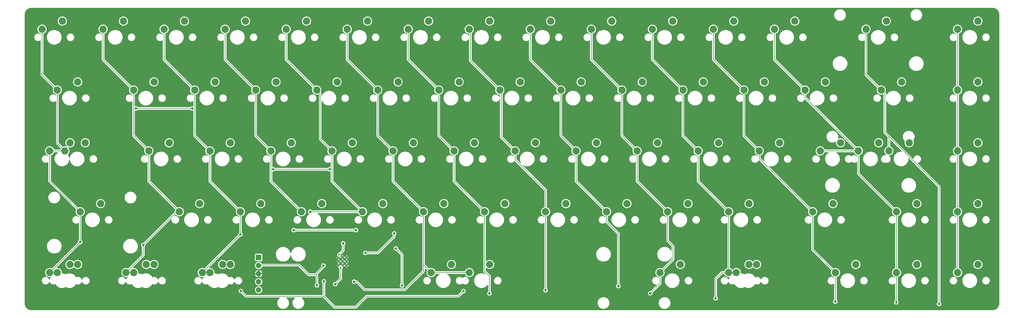
<source format=gbr>
%TF.GenerationSoftware,KiCad,Pcbnew,(6.0.8-1)-1*%
%TF.CreationDate,2022-12-25T10:37:34-08:00*%
%TF.ProjectId,bowiten65-rp2040,626f7769-7465-46e3-9635-2d7270323034,rev?*%
%TF.SameCoordinates,Original*%
%TF.FileFunction,Copper,L1,Top*%
%TF.FilePolarity,Positive*%
%FSLAX46Y46*%
G04 Gerber Fmt 4.6, Leading zero omitted, Abs format (unit mm)*
G04 Created by KiCad (PCBNEW (6.0.8-1)-1) date 2022-12-25 10:37:34*
%MOMM*%
%LPD*%
G01*
G04 APERTURE LIST*
%TA.AperFunction,ComponentPad*%
%ADD10C,2.250000*%
%TD*%
%TA.AperFunction,ComponentPad*%
%ADD11R,1.700000X1.700000*%
%TD*%
%TA.AperFunction,ComponentPad*%
%ADD12O,1.700000X1.700000*%
%TD*%
%TA.AperFunction,ComponentPad*%
%ADD13C,0.600000*%
%TD*%
%TA.AperFunction,ViaPad*%
%ADD14C,0.800000*%
%TD*%
%TA.AperFunction,ViaPad*%
%ADD15C,0.600000*%
%TD*%
%TA.AperFunction,Conductor*%
%ADD16C,0.200000*%
%TD*%
G04 APERTURE END LIST*
D10*
%TO.P,MX53,1,COL*%
%TO.N,COL5*%
X154176952Y-165797452D03*
%TO.P,MX53,2,ROW*%
%TO.N,Net-(D53-Pad2)*%
X160526952Y-163257452D03*
%TD*%
%TO.P,MX29,1,COL*%
%TO.N,COL13*%
X297051952Y-127697452D03*
%TO.P,MX29,2,ROW*%
%TO.N,Net-(D29-Pad2)*%
X303401952Y-125157452D03*
%TD*%
%TO.P,MX57,1,COL*%
%TO.N,COL9*%
X230376952Y-165797452D03*
%TO.P,MX57,2,ROW*%
%TO.N,Net-(D57-Pad2)*%
X236726952Y-163257452D03*
%TD*%
%TO.P,MX68,1,COL*%
%TO.N,COL5*%
X156558202Y-184847452D03*
%TO.P,MX68,2,ROW*%
%TO.N,Net-(D69-Pad2)*%
X162908202Y-182307452D03*
%TD*%
%TO.P,MX56,1,COL*%
%TO.N,COL8*%
X211326952Y-165797452D03*
%TO.P,MX56,2,ROW*%
%TO.N,Net-(D56-Pad2)*%
X217676952Y-163257452D03*
%TD*%
%TO.P,MX74,1,COL*%
%TO.N,COL12*%
X301814452Y-184847452D03*
%TO.P,MX74,2,ROW*%
%TO.N,Net-(D74-Pad2)*%
X308164452Y-182307452D03*
%TD*%
%TO.P,MX66,1,COL*%
%TO.N,COL2*%
X85120702Y-184847452D03*
%TO.P,MX66,2,ROW*%
%TO.N,Net-(D67-Pad2)*%
X91470702Y-182307452D03*
%TD*%
%TO.P,MX24,1,COL*%
%TO.N,COL8*%
X197039452Y-127697452D03*
%TO.P,MX24,2,ROW*%
%TO.N,Net-(D24-Pad2)*%
X203389452Y-125157452D03*
%TD*%
%TO.P,MX39,1,COL*%
%TO.N,COL7*%
X182751952Y-146747452D03*
%TO.P,MX39,2,ROW*%
%TO.N,Net-(D39-Pad2)*%
X189101952Y-144207452D03*
%TD*%
%TO.P,MX49,1,COL*%
%TO.N,COL1*%
X77976952Y-165797452D03*
%TO.P,MX49,2,ROW*%
%TO.N,Net-(D49-Pad2)*%
X84326952Y-163257452D03*
%TD*%
%TO.P,MX42,1,COL*%
%TO.N,COL10*%
X239901952Y-146747452D03*
%TO.P,MX42,2,ROW*%
%TO.N,Net-(D42-Pad2)*%
X246251952Y-144207452D03*
%TD*%
%TO.P,MX20,1,COL*%
%TO.N,COL4*%
X120839452Y-127697452D03*
%TO.P,MX20,2,ROW*%
%TO.N,Net-(D20-Pad2)*%
X127189452Y-125157452D03*
%TD*%
%TO.P,MX10,1,COL*%
%TO.N,COL9*%
X206564452Y-108647452D03*
%TO.P,MX10,2,ROW*%
%TO.N,Net-(D10-Pad2)*%
X212914452Y-106107452D03*
%TD*%
%TO.P,MX72,1,COL*%
%TO.N,COL10*%
X251808202Y-184847452D03*
%TO.P,MX72,2,ROW*%
%TO.N,Net-(D72-Pad2)*%
X258158202Y-182307452D03*
%TD*%
%TO.P,MX38,1,COL*%
%TO.N,COL6*%
X163701952Y-146747452D03*
%TO.P,MX38,2,ROW*%
%TO.N,Net-(D38-Pad2)*%
X170051952Y-144207452D03*
%TD*%
%TO.P,MX70,1,COL*%
%TO.N,COL9*%
X227995702Y-184847452D03*
%TO.P,MX70,2,ROW*%
%TO.N,Net-(D70-Pad2)*%
X234345702Y-182307452D03*
%TD*%
%TO.P,MX43,1,COL*%
%TO.N,COL11*%
X258951952Y-146747452D03*
%TO.P,MX43,2,ROW*%
%TO.N,Net-(D43-Pad2)*%
X265301952Y-144207452D03*
%TD*%
%TO.P,MX7,1,COL*%
%TO.N,COL6*%
X149414452Y-108647452D03*
%TO.P,MX7,2,ROW*%
%TO.N,Net-(D7-Pad2)*%
X155764452Y-106107452D03*
%TD*%
%TO.P,MX11,1,COL*%
%TO.N,COL10*%
X225614452Y-108647452D03*
%TO.P,MX11,2,ROW*%
%TO.N,Net-(D11-Pad2)*%
X231964452Y-106107452D03*
%TD*%
%TO.P,MX71,1,COL*%
%TO.N,COL10*%
X249426952Y-184847452D03*
%TO.P,MX71,2,ROW*%
%TO.N,Net-(D72-Pad2)*%
X255776952Y-182307452D03*
%TD*%
%TO.P,MX37,1,COL*%
%TO.N,COL5*%
X144651952Y-146747452D03*
%TO.P,MX37,2,ROW*%
%TO.N,Net-(D37-Pad2)*%
X151001952Y-144207452D03*
%TD*%
%TO.P,MX36,1,COL*%
%TO.N,COL4*%
X125601952Y-146747452D03*
%TO.P,MX36,2,ROW*%
%TO.N,Net-(D36-Pad2)*%
X131951952Y-144207452D03*
%TD*%
%TO.P,MX40,1,COL*%
%TO.N,COL8*%
X201801952Y-146747452D03*
%TO.P,MX40,2,ROW*%
%TO.N,Net-(D40-Pad2)*%
X208151952Y-144207452D03*
%TD*%
%TO.P,MX50,1,COL*%
%TO.N,COL2*%
X97026952Y-165797452D03*
%TO.P,MX50,2,ROW*%
%TO.N,Net-(D50-Pad2)*%
X103376952Y-163257452D03*
%TD*%
%TO.P,MX59,1,COL*%
%TO.N,COL11*%
X275620702Y-165797452D03*
%TO.P,MX59,2,ROW*%
%TO.N,Net-(D59-Pad2)*%
X281970702Y-163257452D03*
%TD*%
%TO.P,MX25,1,COL*%
%TO.N,COL9*%
X216089452Y-127697452D03*
%TO.P,MX25,2,ROW*%
%TO.N,Net-(D25-Pad2)*%
X222439452Y-125157452D03*
%TD*%
%TO.P,MX33,1,COL*%
%TO.N,COL1*%
X68451952Y-146747452D03*
%TO.P,MX33,2,ROW*%
%TO.N,Net-(D33-Pad2)*%
X74801952Y-144207452D03*
%TD*%
%TO.P,MX69,1,COL*%
%TO.N,COL5*%
X168464452Y-184847452D03*
%TO.P,MX69,2,ROW*%
%TO.N,Net-(D69-Pad2)*%
X174814452Y-182307452D03*
%TD*%
%TO.P,MX65,1,COL*%
%TO.N,COL1*%
X63689452Y-184847452D03*
%TO.P,MX65,2,ROW*%
%TO.N,Net-(D65-Pad2)*%
X70039452Y-182307452D03*
%TD*%
%TO.P,MX26,1,COL*%
%TO.N,COL10*%
X235139452Y-127697452D03*
%TO.P,MX26,2,ROW*%
%TO.N,Net-(D26-Pad2)*%
X241489452Y-125157452D03*
%TD*%
%TO.P,MX16,1,COL*%
%TO.N,COL0*%
X39876952Y-127697452D03*
%TO.P,MX16,2,ROW*%
%TO.N,Net-(D16-Pad2)*%
X46226952Y-125157452D03*
%TD*%
%TO.P,MX52,1,COL*%
%TO.N,COL4*%
X135126952Y-165797452D03*
%TO.P,MX52,2,ROW*%
%TO.N,Net-(D52-Pad2)*%
X141476952Y-163257452D03*
%TD*%
%TO.P,MX45,1,COL*%
%TO.N,COL12*%
X289908202Y-146747452D03*
%TO.P,MX45,2,ROW*%
%TO.N,Net-(D45-Pad2)*%
X296258202Y-144207452D03*
%TD*%
%TO.P,MX22,1,COL*%
%TO.N,COL6*%
X158939452Y-127697452D03*
%TO.P,MX22,2,ROW*%
%TO.N,Net-(D22-Pad2)*%
X165289452Y-125157452D03*
%TD*%
%TO.P,MX32,1,COL*%
%TO.N,COL0*%
X42258202Y-146747452D03*
%TO.P,MX32,2,ROW*%
%TO.N,Net-(D32-Pad2)*%
X48608202Y-144207452D03*
%TD*%
%TO.P,MX6,1,COL*%
%TO.N,COL5*%
X130364452Y-108647452D03*
%TO.P,MX6,2,ROW*%
%TO.N,Net-(D6-Pad2)*%
X136714452Y-106107452D03*
%TD*%
%TO.P,MX48,1,COL*%
%TO.N,COL0*%
X47020702Y-165797452D03*
%TO.P,MX48,2,ROW*%
%TO.N,Net-(D48-Pad2)*%
X53370702Y-163257452D03*
%TD*%
%TO.P,MX51,1,COL*%
%TO.N,COL3*%
X116076952Y-165797452D03*
%TO.P,MX51,2,ROW*%
%TO.N,Net-(D51-Pad2)*%
X122426952Y-163257452D03*
%TD*%
%TO.P,MX34,1,COL*%
%TO.N,COL2*%
X87501952Y-146747452D03*
%TO.P,MX34,2,ROW*%
%TO.N,Net-(D34-Pad2)*%
X93851952Y-144207452D03*
%TD*%
%TO.P,MX73,1,COL*%
%TO.N,COL11*%
X282764452Y-184847452D03*
%TO.P,MX73,2,ROW*%
%TO.N,Net-(D73-Pad2)*%
X289114452Y-182307452D03*
%TD*%
%TO.P,MX14,1,COL*%
%TO.N,COL13*%
X292289452Y-108647452D03*
%TO.P,MX14,2,ROW*%
%TO.N,Net-(D14-Pad2)*%
X298639452Y-106107452D03*
%TD*%
%TO.P,MX64,1,COL*%
%TO.N,COL1*%
X61308202Y-184847452D03*
%TO.P,MX64,2,ROW*%
%TO.N,Net-(D65-Pad2)*%
X67658202Y-182307452D03*
%TD*%
%TO.P,MX61,1,COL*%
%TO.N,COL14*%
X320864452Y-165797452D03*
%TO.P,MX61,2,ROW*%
%TO.N,Net-(D61-Pad2)*%
X327214452Y-163257452D03*
%TD*%
%TO.P,MX2,1,COL*%
%TO.N,COL1*%
X54164452Y-108647452D03*
%TO.P,MX2,2,ROW*%
%TO.N,Net-(D2-Pad2)*%
X60514452Y-106107452D03*
%TD*%
%TO.P,MX47,1,COL*%
%TO.N,COL14*%
X320864452Y-146747452D03*
%TO.P,MX47,2,ROW*%
%TO.N,Net-(D47-Pad2)*%
X327214452Y-144207452D03*
%TD*%
%TO.P,MX62,1,COL*%
%TO.N,COL0*%
X37495702Y-184847452D03*
%TO.P,MX62,2,ROW*%
%TO.N,Net-(D63-Pad2)*%
X43845702Y-182307452D03*
%TD*%
%TO.P,MX60,1,COL*%
%TO.N,COL12*%
X301814452Y-165797452D03*
%TO.P,MX60,2,ROW*%
%TO.N,Net-(D60-Pad2)*%
X308164452Y-163257452D03*
%TD*%
%TO.P,MX46,1,COL*%
%TO.N,COL13*%
X299433202Y-146747452D03*
%TO.P,MX46,2,ROW*%
%TO.N,Net-(D46-Pad2)*%
X305783202Y-144207452D03*
%TD*%
%TO.P,MX30,1,COL*%
%TO.N,COL14*%
X320864452Y-127697452D03*
%TO.P,MX30,2,ROW*%
%TO.N,Net-(D30-Pad2)*%
X327214452Y-125157452D03*
%TD*%
%TO.P,MX4,1,COL*%
%TO.N,COL3*%
X92264452Y-108647452D03*
%TO.P,MX4,2,ROW*%
%TO.N,Net-(D4-Pad2)*%
X98614452Y-106107452D03*
%TD*%
%TO.P,MX12,1,COL*%
%TO.N,COL11*%
X244664452Y-108647452D03*
%TO.P,MX12,2,ROW*%
%TO.N,Net-(D12-Pad2)*%
X251014452Y-106107452D03*
%TD*%
%TO.P,MX18,1,COL*%
%TO.N,COL2*%
X82739452Y-127697452D03*
%TO.P,MX18,2,ROW*%
%TO.N,Net-(D18-Pad2)*%
X89089452Y-125157452D03*
%TD*%
%TO.P,MX23,1,COL*%
%TO.N,COL7*%
X177989452Y-127697452D03*
%TO.P,MX23,2,ROW*%
%TO.N,Net-(D23-Pad2)*%
X184339452Y-125157452D03*
%TD*%
%TO.P,MX21,1,COL*%
%TO.N,COL5*%
X139889452Y-127697452D03*
%TO.P,MX21,2,ROW*%
%TO.N,Net-(D21-Pad2)*%
X146239452Y-125157452D03*
%TD*%
%TO.P,MX63,1,COL*%
%TO.N,COL0*%
X39876952Y-184847452D03*
%TO.P,MX63,2,ROW*%
%TO.N,Net-(D63-Pad2)*%
X46226952Y-182307452D03*
%TD*%
%TO.P,MX9,1,COL*%
%TO.N,COL8*%
X187514452Y-108647452D03*
%TO.P,MX9,2,ROW*%
%TO.N,Net-(D9-Pad2)*%
X193864452Y-106107452D03*
%TD*%
%TO.P,MX27,1,COL*%
%TO.N,COL11*%
X254189452Y-127697452D03*
%TO.P,MX27,2,ROW*%
%TO.N,Net-(D27-Pad2)*%
X260539452Y-125157452D03*
%TD*%
%TO.P,MX28,1,COL*%
%TO.N,COL12*%
X273239452Y-127697452D03*
%TO.P,MX28,2,ROW*%
%TO.N,Net-(D28-Pad2)*%
X279589452Y-125157452D03*
%TD*%
%TO.P,MX15,1,COL*%
%TO.N,COL14*%
X320864452Y-108647452D03*
%TO.P,MX15,2,ROW*%
%TO.N,Net-(D15-Pad2)*%
X327214452Y-106107452D03*
%TD*%
%TO.P,MX17,1,COL*%
%TO.N,COL1*%
X63689452Y-127697452D03*
%TO.P,MX17,2,ROW*%
%TO.N,Net-(D17-Pad2)*%
X70039452Y-125157452D03*
%TD*%
%TO.P,MX44,1,COL*%
%TO.N,COL12*%
X278001952Y-146747452D03*
%TO.P,MX44,2,ROW*%
%TO.N,Net-(D45-Pad2)*%
X284351952Y-144207452D03*
%TD*%
%TO.P,MX54,1,COL*%
%TO.N,COL6*%
X173226952Y-165797452D03*
%TO.P,MX54,2,ROW*%
%TO.N,Net-(D54-Pad2)*%
X179576952Y-163257452D03*
%TD*%
%TO.P,MX75,1,COL*%
%TO.N,COL14*%
X320864452Y-184847452D03*
%TO.P,MX75,2,ROW*%
%TO.N,Net-(D75-Pad2)*%
X327214452Y-182307452D03*
%TD*%
%TO.P,MX1,1,COL*%
%TO.N,COL0*%
X35114452Y-108647452D03*
%TO.P,MX1,2,ROW*%
%TO.N,Net-(D1-Pad2)*%
X41464452Y-106107452D03*
%TD*%
%TO.P,MX5,1,COL*%
%TO.N,COL4*%
X111314452Y-108647452D03*
%TO.P,MX5,2,ROW*%
%TO.N,Net-(D5-Pad2)*%
X117664452Y-106107452D03*
%TD*%
%TO.P,MX58,1,COL*%
%TO.N,COL10*%
X249426952Y-165797452D03*
%TO.P,MX58,2,ROW*%
%TO.N,Net-(D58-Pad2)*%
X255776952Y-163257452D03*
%TD*%
%TO.P,MX19,1,COL*%
%TO.N,COL3*%
X101789452Y-127697452D03*
%TO.P,MX19,2,ROW*%
%TO.N,Net-(D19-Pad2)*%
X108139452Y-125157452D03*
%TD*%
%TO.P,MX67,1,COL*%
%TO.N,COL2*%
X87501952Y-184847452D03*
%TO.P,MX67,2,ROW*%
%TO.N,Net-(D67-Pad2)*%
X93851952Y-182307452D03*
%TD*%
%TO.P,MX8,1,COL*%
%TO.N,COL7*%
X168464452Y-108647452D03*
%TO.P,MX8,2,ROW*%
%TO.N,Net-(D8-Pad2)*%
X174814452Y-106107452D03*
%TD*%
%TO.P,MX35,1,COL*%
%TO.N,COL3*%
X106551952Y-146747452D03*
%TO.P,MX35,2,ROW*%
%TO.N,Net-(D35-Pad2)*%
X112901952Y-144207452D03*
%TD*%
%TO.P,MX3,1,COL*%
%TO.N,COL2*%
X73214452Y-108647452D03*
%TO.P,MX3,2,ROW*%
%TO.N,Net-(D3-Pad2)*%
X79564452Y-106107452D03*
%TD*%
%TO.P,MX31,1,COL*%
%TO.N,COL0*%
X37495702Y-146747452D03*
%TO.P,MX31,2,ROW*%
%TO.N,Net-(D32-Pad2)*%
X43845702Y-144207452D03*
%TD*%
%TO.P,MX55,1,COL*%
%TO.N,COL7*%
X192276952Y-165797452D03*
%TO.P,MX55,2,ROW*%
%TO.N,Net-(D55-Pad2)*%
X198626952Y-163257452D03*
%TD*%
%TO.P,MX13,1,COL*%
%TO.N,COL12*%
X263714452Y-108647452D03*
%TO.P,MX13,2,ROW*%
%TO.N,Net-(D13-Pad2)*%
X270064452Y-106107452D03*
%TD*%
%TO.P,MX41,1,COL*%
%TO.N,COL9*%
X220851952Y-146747452D03*
%TO.P,MX41,2,ROW*%
%TO.N,Net-(D41-Pad2)*%
X227201952Y-144207452D03*
%TD*%
D11*
%TO.P,J2,1,Pin_1*%
%TO.N,RESET*%
X102718000Y-180116000D03*
D12*
%TO.P,J2,2,Pin_2*%
%TO.N,+3V3*%
X102718000Y-182656000D03*
%TO.P,J2,3,Pin_3*%
%TO.N,GND*%
X102718000Y-185196000D03*
%TO.P,J2,4,Pin_4*%
%TO.N,SWDIO*%
X102718000Y-187736000D03*
%TO.P,J2,5,Pin_5*%
%TO.N,SWCLK*%
X102718000Y-190276000D03*
%TD*%
D13*
%TO.P,U1,57,GND*%
%TO.N,GND*%
X130180000Y-182631000D03*
X130180000Y-180081000D03*
X130180000Y-181356000D03*
X127630000Y-180081000D03*
X128905000Y-182631000D03*
X128905000Y-180081000D03*
X128905000Y-181356000D03*
X127630000Y-182631000D03*
X127630000Y-181356000D03*
%TD*%
D14*
%TO.N,COL0*%
X47020702Y-175322452D03*
%TO.N,COL1*%
X66675000Y-176212500D03*
%TO.N,COL2*%
X97026952Y-172941202D03*
%TO.N,COL4*%
X118821200Y-165785800D03*
%TO.N,ROW1*%
X82039952Y-133477000D03*
X64388952Y-133477000D03*
%TO.N,ROW2*%
X124902452Y-152527000D03*
X107251452Y-152527000D03*
%TO.N,ROW3*%
X133096000Y-171577000D03*
X113665000Y-171577000D03*
%TO.N,ROW4*%
X166674800Y-190652400D03*
X123088400Y-187604400D03*
X97155000Y-190627000D03*
%TO.N,+3V3*%
X145034000Y-172593000D03*
X136017000Y-178689000D03*
X120904000Y-188849000D03*
X122936000Y-182655500D03*
%TO.N,GND*%
X290830000Y-163068000D03*
X95885000Y-135382000D03*
X182626000Y-139446000D03*
X130810000Y-189484000D03*
X91186000Y-122301000D03*
X284861000Y-136525000D03*
X270764000Y-185928000D03*
X44577000Y-157861000D03*
X38989000Y-167513000D03*
X135763000Y-157734000D03*
X197485000Y-159004000D03*
X78359000Y-185420000D03*
X90170000Y-143256000D03*
X252603000Y-122301000D03*
X217932000Y-182499000D03*
X178054000Y-176911000D03*
X143383000Y-160147000D03*
X232156000Y-160528000D03*
X62992000Y-121158000D03*
X241808000Y-183515000D03*
X330581000Y-162941000D03*
X50546000Y-120904000D03*
X220599000Y-139573000D03*
X229870000Y-119761000D03*
X36068000Y-141478000D03*
X240157000Y-139192000D03*
X125857000Y-106299000D03*
X150876000Y-178308000D03*
X284861000Y-110363000D03*
X133604000Y-177800000D03*
X77851000Y-136525000D03*
X207264000Y-156210000D03*
X85598000Y-194437000D03*
X237744000Y-155448000D03*
X266700000Y-166497000D03*
X87884000Y-107061000D03*
X118745000Y-136017000D03*
X120523000Y-177673000D03*
X254635000Y-156845000D03*
X211709000Y-118491000D03*
X318516000Y-177419000D03*
X295275000Y-140589000D03*
X136398000Y-183844500D03*
X58928000Y-157734000D03*
X49784000Y-106553000D03*
X307594000Y-192913000D03*
X327660000Y-176276000D03*
X142367000Y-180213000D03*
X133477000Y-190061314D03*
X271399000Y-118872000D03*
X228473000Y-139446000D03*
X100711000Y-118491000D03*
X224282000Y-178816000D03*
X157607000Y-159131000D03*
X296799000Y-119380000D03*
X145796000Y-107950000D03*
X249301000Y-137668000D03*
X162814000Y-140716000D03*
X161290000Y-120142000D03*
X120523000Y-119761000D03*
X98171000Y-158115000D03*
X242443000Y-105791000D03*
X78994000Y-159004000D03*
X281432000Y-175006000D03*
X294386000Y-193421000D03*
X158242000Y-176149000D03*
X181737000Y-120396000D03*
X200406000Y-120777000D03*
X237490000Y-175514000D03*
X259588000Y-118618000D03*
X136017000Y-139573000D03*
X179832000Y-159004000D03*
X120269000Y-184277000D03*
X330962000Y-153416000D03*
X258064000Y-139573000D03*
X296291000Y-180467000D03*
X191135000Y-139446000D03*
X80264000Y-127762000D03*
X318389000Y-157480000D03*
X55245000Y-185166000D03*
X34925000Y-129032000D03*
X125857000Y-192913000D03*
X112522000Y-157480000D03*
X136296400Y-194310000D03*
X164719000Y-105156000D03*
X149225000Y-138811000D03*
X32258000Y-115189000D03*
X129286000Y-139192000D03*
X37211000Y-191262000D03*
X69723000Y-139192000D03*
X264414000Y-192786000D03*
X201422000Y-104394000D03*
X309245000Y-178308000D03*
X330327000Y-194310000D03*
X169545000Y-139446000D03*
X214122000Y-158496000D03*
X164338000Y-178308000D03*
X203581000Y-178562000D03*
X149352000Y-121285000D03*
X143891000Y-139573000D03*
X313055000Y-142240000D03*
X149860000Y-155956000D03*
X331978000Y-117475000D03*
X58801000Y-144399000D03*
X311531000Y-160655000D03*
X268859000Y-139319000D03*
X77851000Y-175133000D03*
X187579000Y-180086000D03*
X299593000Y-158369000D03*
X60325000Y-193675000D03*
X272542000Y-157099000D03*
X53594000Y-138811000D03*
X127381000Y-121793000D03*
X106045000Y-185039000D03*
X192278000Y-156210000D03*
X241173000Y-118618000D03*
X289052000Y-127762000D03*
X118237000Y-149098000D03*
X332232000Y-137033000D03*
X105283000Y-120777000D03*
X221234000Y-108331000D03*
X170180000Y-156591000D03*
X196850000Y-184023000D03*
X305435000Y-136906000D03*
X131445000Y-172974000D03*
X70485000Y-117221000D03*
X201041000Y-139573000D03*
X220091000Y-120904000D03*
X39878000Y-121793000D03*
X256032000Y-174244000D03*
X207137000Y-139446000D03*
X140462000Y-119507000D03*
X313436000Y-122047000D03*
X199009000Y-189611000D03*
X126619000Y-173863000D03*
%TO.N,+1V1*%
X126619000Y-188468000D03*
X129105000Y-175695000D03*
D15*
X128336877Y-183455500D03*
X127793955Y-179256500D03*
D14*
%TO.N,CS*%
X145542000Y-177292000D03*
X147472400Y-188925200D03*
%TO.N,COL5*%
X132489165Y-187703235D03*
%TO.N,COL6*%
X174752000Y-191389000D03*
%TO.N,COL7*%
X192278000Y-190373000D03*
%TO.N,COL8*%
X215011000Y-189103000D03*
%TO.N,COL9*%
X224917000Y-191351900D03*
%TO.N,COL10*%
X245364000Y-192913000D03*
%TO.N,COL11*%
X282702000Y-193929000D03*
%TO.N,COL12*%
X301752000Y-194183000D03*
%TO.N,COL13*%
X315087000Y-194691000D03*
%TD*%
D16*
%TO.N,COL0*%
X39876952Y-127697452D02*
X39876952Y-144366202D01*
X47020702Y-175322452D02*
X37495702Y-184847452D01*
X42258202Y-146747452D02*
X37495702Y-146747452D01*
X37495702Y-156272452D02*
X42258202Y-161034952D01*
X37495702Y-184847452D02*
X39876952Y-184847452D01*
X47020702Y-165797452D02*
X42258202Y-161034952D01*
X39876952Y-144366202D02*
X42258202Y-146747452D01*
X37495702Y-146747452D02*
X37495702Y-156272452D01*
X47020702Y-165797452D02*
X47020702Y-175322452D01*
X35114452Y-108647452D02*
X35114452Y-122934952D01*
X35114452Y-122934952D02*
X39876952Y-127697452D01*
%TO.N,COL1*%
X54164452Y-108647452D02*
X54164452Y-118172452D01*
X66675000Y-179480654D02*
X66675000Y-176212500D01*
X61308202Y-184847452D02*
X66675000Y-179480654D01*
X61308202Y-184847452D02*
X63689452Y-184847452D01*
X63689452Y-141984952D02*
X63689452Y-127697452D01*
X68451952Y-146747452D02*
X63689452Y-141984952D01*
X54164452Y-118172452D02*
X63689452Y-127697452D01*
X68451952Y-156272452D02*
X68451952Y-146747452D01*
X77090048Y-165797452D02*
X77976952Y-165797452D01*
X77976952Y-165797452D02*
X68451952Y-156272452D01*
X66675000Y-176212500D02*
X77090048Y-165797452D01*
%TO.N,COL2*%
X87501952Y-146747452D02*
X82739452Y-141984952D01*
X73214452Y-108647452D02*
X73214452Y-118172452D01*
X85120702Y-184847452D02*
X97026952Y-172941202D01*
X73214452Y-118172452D02*
X82739452Y-127697452D01*
X87501952Y-184847452D02*
X85120702Y-184847452D01*
X97026952Y-172941202D02*
X97026952Y-165797452D01*
X97026952Y-165797452D02*
X87501952Y-156272452D01*
X87501952Y-156272452D02*
X87501952Y-146747452D01*
X82739452Y-141984952D02*
X82739452Y-127697452D01*
%TO.N,COL3*%
X106551952Y-146747452D02*
X106551952Y-156272452D01*
X92264452Y-108647452D02*
X92264452Y-118172452D01*
X106551952Y-156272452D02*
X116076952Y-165797452D01*
X101789452Y-127697452D02*
X101789452Y-141984952D01*
X92264452Y-118172452D02*
X101789452Y-127697452D01*
X101789452Y-141984952D02*
X106551952Y-146747452D01*
%TO.N,COL4*%
X118832852Y-165797452D02*
X135126952Y-165797452D01*
X125601952Y-156272452D02*
X135126952Y-165797452D01*
X120839452Y-127697452D02*
X121920000Y-128778000D01*
X111314452Y-118172452D02*
X120839452Y-127697452D01*
X125601952Y-146747452D02*
X125601952Y-156272452D01*
X111314452Y-108647452D02*
X111314452Y-118172452D01*
X121920000Y-143065500D02*
X125601952Y-146747452D01*
X118821200Y-165785800D02*
X118832852Y-165797452D01*
X121920000Y-128778000D02*
X121920000Y-143065500D01*
%TO.N,ROW1*%
X82039952Y-133477000D02*
X64388952Y-133477000D01*
%TO.N,ROW2*%
X124902452Y-152527000D02*
X107251452Y-152527000D01*
%TO.N,ROW3*%
X133096000Y-171577000D02*
X113665000Y-171577000D01*
%TO.N,ROW4*%
X166674800Y-190652400D02*
X165049200Y-192278000D01*
X132969000Y-195707000D02*
X126492000Y-195707000D01*
X136398000Y-192278000D02*
X132969000Y-195707000D01*
X123571000Y-192786000D02*
X123126500Y-192341500D01*
X126492000Y-195707000D02*
X123571000Y-192786000D01*
X165049200Y-192278000D02*
X136398000Y-192278000D01*
X98806000Y-192278000D02*
X123063000Y-192278000D01*
X123063000Y-192278000D02*
X123698000Y-192913000D01*
X123088400Y-192303400D02*
X123088400Y-187604400D01*
X97155000Y-190627000D02*
X98806000Y-192278000D01*
%TO.N,+3V3*%
X102845000Y-182529000D02*
X102718000Y-182656000D01*
X145034000Y-172593000D02*
X145034000Y-173609000D01*
X122936000Y-183032400D02*
X120904000Y-185064400D01*
X122936000Y-182655500D02*
X122936000Y-183032400D01*
X139954000Y-178689000D02*
X136017000Y-178689000D01*
X115346000Y-182529000D02*
X102845000Y-182529000D01*
X120904000Y-188849000D02*
X120904000Y-185547000D01*
X120904000Y-185064400D02*
X120904000Y-185547000D01*
X120904000Y-185547000D02*
X118364000Y-185547000D01*
X118364000Y-185547000D02*
X115346000Y-182529000D01*
X145034000Y-173609000D02*
X139954000Y-178689000D01*
%TO.N,+1V1*%
X127793955Y-179256500D02*
X129105000Y-177945455D01*
X126619000Y-188468000D02*
X128336877Y-186750123D01*
X128336877Y-186750123D02*
X128336877Y-183455500D01*
X129105000Y-177945455D02*
X129105000Y-175695000D01*
%TO.N,CS*%
X147472400Y-179222400D02*
X147472400Y-188925200D01*
X145542000Y-177292000D02*
X147472400Y-179222400D01*
%TO.N,COL5*%
X154176952Y-184405048D02*
X154176952Y-182373048D01*
X154176952Y-165797452D02*
X154176952Y-182373048D01*
X148329600Y-190252400D02*
X154176952Y-184405048D01*
X154176952Y-165797452D02*
X144651952Y-156272452D01*
X130364452Y-118172452D02*
X130364452Y-108647452D01*
X132489165Y-187703235D02*
X133296435Y-187703235D01*
X154176952Y-182373048D02*
X154176952Y-182466202D01*
X144651952Y-146747452D02*
X139889452Y-141984952D01*
X135845600Y-190252400D02*
X148329600Y-190252400D01*
X144651952Y-156272452D02*
X144651952Y-146747452D01*
X139889452Y-127697452D02*
X130364452Y-118172452D01*
X139889452Y-141984952D02*
X139889452Y-127697452D01*
X154176952Y-182466202D02*
X156558202Y-184847452D01*
X168464452Y-184847452D02*
X156558202Y-184847452D01*
X133296435Y-187703235D02*
X135845600Y-190252400D01*
%TO.N,COL6*%
X174752000Y-191389000D02*
X174752000Y-185928000D01*
X149414452Y-108647452D02*
X149414452Y-118172452D01*
X173226952Y-184402952D02*
X173226952Y-165797452D01*
X163701952Y-156272452D02*
X163701952Y-146747452D01*
X174752000Y-185928000D02*
X173226952Y-184402952D01*
X158939452Y-141984952D02*
X158939452Y-127697452D01*
X173226952Y-165797452D02*
X163701952Y-156272452D01*
X149414452Y-118172452D02*
X158939452Y-127697452D01*
X163701952Y-146747452D02*
X158939452Y-141984952D01*
%TO.N,COL7*%
X192278000Y-190373000D02*
X192276952Y-190371952D01*
X182751952Y-149477952D02*
X192276952Y-159002952D01*
X192276952Y-190371952D02*
X192276952Y-165797452D01*
X168783000Y-118491000D02*
X168783000Y-108966000D01*
X192276952Y-159002952D02*
X192276952Y-165797452D01*
X182751952Y-146747452D02*
X182751952Y-149477952D01*
X178435000Y-142430500D02*
X178435000Y-128143000D01*
X177989452Y-127697452D02*
X168783000Y-118491000D01*
X178435000Y-128143000D02*
X177989452Y-127697452D01*
X182751952Y-146747452D02*
X178435000Y-142430500D01*
X168783000Y-108966000D02*
X168464452Y-108647452D01*
%TO.N,COL8*%
X201801952Y-156272452D02*
X211326952Y-165797452D01*
X211328000Y-168910000D02*
X211328000Y-165798500D01*
X214985600Y-172567600D02*
X211328000Y-168910000D01*
X201801952Y-146747452D02*
X201801952Y-156272452D01*
X214985600Y-189077600D02*
X214985600Y-172567600D01*
X197039452Y-141984952D02*
X197039452Y-127697452D01*
X201801952Y-146747452D02*
X197039452Y-141984952D01*
X215011000Y-189103000D02*
X214985600Y-189077600D01*
X211328000Y-165798500D02*
X211326952Y-165797452D01*
X187514452Y-108647452D02*
X187514452Y-118172452D01*
X187514452Y-118172452D02*
X197039452Y-127697452D01*
%TO.N,COL9*%
X216089452Y-141984952D02*
X220851952Y-146747452D01*
X232029000Y-176530000D02*
X232029000Y-180814154D01*
X216089452Y-127697452D02*
X216089452Y-141984952D01*
X230376952Y-174877952D02*
X232029000Y-176530000D01*
X230376952Y-165797452D02*
X230376952Y-174877952D01*
X206564452Y-118172452D02*
X216089452Y-127697452D01*
X232029000Y-180814154D02*
X227995702Y-184847452D01*
X220851952Y-146747452D02*
X220851952Y-156272452D01*
X220851952Y-156272452D02*
X230376952Y-165797452D01*
X227995702Y-188273198D02*
X227995702Y-184847452D01*
X206564452Y-108647452D02*
X206564452Y-118172452D01*
X224917000Y-191351900D02*
X227995702Y-188273198D01*
%TO.N,COL10*%
X235139452Y-141984952D02*
X239901952Y-146747452D01*
X239901952Y-146747452D02*
X239901952Y-156272452D01*
X249426952Y-165797452D02*
X249426952Y-184847452D01*
X245364000Y-186817000D02*
X247333548Y-184847452D01*
X235139452Y-127697452D02*
X235139452Y-141984952D01*
X251808202Y-184847452D02*
X249426952Y-184847452D01*
X225614452Y-108647452D02*
X225614452Y-118172452D01*
X247333548Y-184847452D02*
X249426952Y-184847452D01*
X225614452Y-118172452D02*
X235139452Y-127697452D01*
X245364000Y-192913000D02*
X245364000Y-186817000D01*
X239901952Y-156272452D02*
X249426952Y-165797452D01*
%TO.N,COL11*%
X254189452Y-141984952D02*
X258951952Y-146747452D01*
X258951952Y-149128702D02*
X275620702Y-165797452D01*
X282764452Y-193866548D02*
X282764452Y-184847452D01*
X258951952Y-146747452D02*
X258951952Y-149128702D01*
X282702000Y-193929000D02*
X282764452Y-193866548D01*
X254189452Y-127697452D02*
X254189452Y-141984952D01*
X244664452Y-108647452D02*
X244664452Y-118172452D01*
X275620702Y-165797452D02*
X275620702Y-177703702D01*
X275620702Y-177703702D02*
X282764452Y-184847452D01*
X244664452Y-118172452D02*
X254189452Y-127697452D01*
%TO.N,COL12*%
X289908202Y-153891202D02*
X301814452Y-165797452D01*
X289908202Y-146747452D02*
X278001952Y-146747452D01*
X289908202Y-146747452D02*
X289908202Y-153891202D01*
X263714452Y-108647452D02*
X263714452Y-118172452D01*
X273239452Y-130078702D02*
X289908202Y-146747452D01*
X263714452Y-118172452D02*
X273239452Y-127697452D01*
X273239452Y-127697452D02*
X273239452Y-130078702D01*
X301752000Y-194183000D02*
X301814452Y-194120548D01*
X301814452Y-194120548D02*
X301814452Y-184847452D01*
X301814452Y-165797452D02*
X301814452Y-184847452D01*
%TO.N,COL13*%
X298176952Y-140950952D02*
X298176952Y-128822452D01*
X292289452Y-108647452D02*
X292289452Y-122934952D01*
X315112400Y-194665600D02*
X315112400Y-157886400D01*
X315087000Y-194691000D02*
X315112400Y-194665600D01*
X299433202Y-146747452D02*
X299433202Y-142270702D01*
X292289452Y-122934952D02*
X297051952Y-127697452D01*
X298176952Y-128822452D02*
X297051952Y-127697452D01*
X315112400Y-157886400D02*
X298176952Y-140950952D01*
%TO.N,COL14*%
X320864452Y-108647452D02*
X320864452Y-127697452D01*
X320864452Y-165797452D02*
X320864452Y-184847452D01*
X320864452Y-146747452D02*
X320864452Y-165797452D01*
X320864452Y-127697452D02*
X320864452Y-146747452D01*
%TD*%
%TA.AperFunction,Conductor*%
%TO.N,GND*%
G36*
X331800438Y-101964456D02*
G01*
X331818202Y-101967588D01*
X331826731Y-101966084D01*
X331829224Y-101966084D01*
X331849282Y-101964989D01*
X331911894Y-101969093D01*
X332083324Y-101980329D01*
X332096149Y-101982017D01*
X332350381Y-102032587D01*
X332362881Y-102035937D01*
X332608324Y-102119254D01*
X332608327Y-102119255D01*
X332620291Y-102124211D01*
X332852756Y-102238850D01*
X332863971Y-102245325D01*
X333079487Y-102389329D01*
X333089760Y-102397212D01*
X333284633Y-102568112D01*
X333293790Y-102577269D01*
X333464693Y-102772146D01*
X333472568Y-102782408D01*
X333616578Y-102997934D01*
X333623048Y-103009142D01*
X333737691Y-103241616D01*
X333742647Y-103253579D01*
X333825963Y-103499018D01*
X333829314Y-103511522D01*
X333879882Y-103765747D01*
X333879882Y-103765748D01*
X333881571Y-103778580D01*
X333891743Y-103933772D01*
X333896912Y-104012639D01*
X333895820Y-104032641D01*
X333895820Y-104035173D01*
X333894316Y-104043702D01*
X333895820Y-104052230D01*
X333897448Y-104061463D01*
X333898952Y-104078655D01*
X333898952Y-194496241D01*
X333897447Y-194513436D01*
X333895820Y-194522658D01*
X333895820Y-194522661D01*
X333894316Y-194531189D01*
X333895819Y-194539715D01*
X333895819Y-194542213D01*
X333896914Y-194562266D01*
X333892694Y-194626603D01*
X333881564Y-194796307D01*
X333879873Y-194809145D01*
X333829299Y-195063359D01*
X333825947Y-195075866D01*
X333748477Y-195304071D01*
X333742627Y-195321302D01*
X333737673Y-195333262D01*
X333660875Y-195488986D01*
X333623025Y-195565735D01*
X333616556Y-195576940D01*
X333520038Y-195721386D01*
X333472546Y-195792461D01*
X333464663Y-195802733D01*
X333293763Y-195997606D01*
X333284606Y-196006763D01*
X333089733Y-196177663D01*
X333079465Y-196185543D01*
X332863940Y-196329556D01*
X332852738Y-196336023D01*
X332620262Y-196450673D01*
X332608305Y-196455626D01*
X332608234Y-196455650D01*
X332362867Y-196538947D01*
X332350361Y-196542299D01*
X332350258Y-196542319D01*
X332096145Y-196592873D01*
X332083307Y-196594564D01*
X331929474Y-196604654D01*
X331849266Y-196609914D01*
X331829213Y-196608819D01*
X331826715Y-196608819D01*
X331818189Y-196607316D01*
X331809661Y-196608820D01*
X331809658Y-196608820D01*
X331800436Y-196610447D01*
X331783241Y-196611952D01*
X31815655Y-196611952D01*
X31798466Y-196610448D01*
X31780702Y-196607316D01*
X31772173Y-196608820D01*
X31769680Y-196608820D01*
X31749622Y-196609915D01*
X31686353Y-196605768D01*
X31515579Y-196594575D01*
X31502754Y-196592887D01*
X31248521Y-196542318D01*
X31236021Y-196538968D01*
X30990573Y-196455650D01*
X30978610Y-196450694D01*
X30746142Y-196336053D01*
X30734933Y-196329581D01*
X30519413Y-196185575D01*
X30509139Y-196177692D01*
X30314266Y-196006793D01*
X30305109Y-195997636D01*
X30134209Y-195802762D01*
X30126326Y-195792489D01*
X29982322Y-195576973D01*
X29975847Y-195565758D01*
X29903137Y-195418317D01*
X29861206Y-195333292D01*
X29856251Y-195321329D01*
X29851217Y-195306500D01*
X29772933Y-195075882D01*
X29769582Y-195063377D01*
X29719013Y-194809149D01*
X29717324Y-194796317D01*
X29717324Y-194796307D01*
X29701986Y-194562299D01*
X29703084Y-194542186D01*
X29703084Y-194539731D01*
X29704588Y-194531202D01*
X29701456Y-194513438D01*
X29699952Y-194496249D01*
X29699952Y-190619611D01*
X96449394Y-190619611D01*
X96450049Y-190625544D01*
X96450049Y-190625548D01*
X96466774Y-190777037D01*
X96467999Y-190788135D01*
X96526266Y-190947356D01*
X96529591Y-190952305D01*
X96529592Y-190952306D01*
X96552776Y-190986808D01*
X96620830Y-191088083D01*
X96746233Y-191202191D01*
X96751482Y-191205041D01*
X96767086Y-191213513D01*
X96895235Y-191283092D01*
X96933784Y-191293205D01*
X97053464Y-191324603D01*
X97053468Y-191324604D01*
X97059233Y-191326116D01*
X97065194Y-191326210D01*
X97065197Y-191326210D01*
X97142080Y-191327417D01*
X97228760Y-191328779D01*
X97234575Y-191327447D01*
X97236908Y-191327202D01*
X97296757Y-191339922D01*
X97317262Y-191355655D01*
X98545091Y-192583484D01*
X98545095Y-192583487D01*
X98567658Y-192606050D01*
X98574595Y-192609584D01*
X98574597Y-192609586D01*
X98589151Y-192617001D01*
X98602390Y-192625113D01*
X98621911Y-192639296D01*
X98629316Y-192641702D01*
X98629320Y-192641704D01*
X98644855Y-192646751D01*
X98659201Y-192652694D01*
X98680696Y-192663646D01*
X98688389Y-192664864D01*
X98688391Y-192664865D01*
X98704519Y-192667419D01*
X98719620Y-192671044D01*
X98742567Y-192678500D01*
X109284476Y-192678500D01*
X109342667Y-192697407D01*
X109378631Y-192746907D01*
X109378631Y-192808093D01*
X109343978Y-192854089D01*
X109345194Y-192855632D01*
X109132231Y-193023518D01*
X109129717Y-193026191D01*
X109129711Y-193026196D01*
X109064391Y-193095634D01*
X108946423Y-193221037D01*
X108791852Y-193443852D01*
X108671912Y-193687066D01*
X108670791Y-193690568D01*
X108594468Y-193929000D01*
X108589238Y-193945337D01*
X108588649Y-193948954D01*
X108588648Y-193948958D01*
X108550769Y-194181548D01*
X108545648Y-194212990D01*
X108542099Y-194484147D01*
X108542593Y-194487775D01*
X108542593Y-194487779D01*
X108561486Y-194626603D01*
X108578667Y-194752851D01*
X108654552Y-195013197D01*
X108768084Y-195259467D01*
X108916770Y-195486252D01*
X108919209Y-195488984D01*
X108919210Y-195488986D01*
X109094901Y-195685831D01*
X109097344Y-195688568D01*
X109100166Y-195690915D01*
X109100167Y-195690916D01*
X109136803Y-195721386D01*
X109305839Y-195861971D01*
X109537674Y-196002652D01*
X109787756Y-196107520D01*
X109791318Y-196108425D01*
X109791319Y-196108425D01*
X110047032Y-196173368D01*
X110047037Y-196173369D01*
X110050593Y-196174272D01*
X110275828Y-196196952D01*
X110437145Y-196196952D01*
X110527626Y-196190228D01*
X110635082Y-196182243D01*
X110635088Y-196182242D01*
X110638736Y-196181971D01*
X110903230Y-196122122D01*
X110906647Y-196120793D01*
X110906651Y-196120792D01*
X111152552Y-196025166D01*
X111155972Y-196023836D01*
X111391410Y-195889272D01*
X111423624Y-195863877D01*
X111601482Y-195723665D01*
X111604373Y-195721386D01*
X111606887Y-195718713D01*
X111606893Y-195718708D01*
X111697277Y-195622627D01*
X111790181Y-195523867D01*
X111944752Y-195301052D01*
X112064692Y-195057838D01*
X112130539Y-194852135D01*
X112146247Y-194803063D01*
X112146247Y-194803062D01*
X112147366Y-194799567D01*
X112152691Y-194766870D01*
X112190367Y-194535533D01*
X112190367Y-194535528D01*
X112190956Y-194531914D01*
X112194505Y-194260757D01*
X112192954Y-194249356D01*
X112158431Y-193995684D01*
X112157937Y-193992053D01*
X112082052Y-193731707D01*
X111968520Y-193485437D01*
X111819834Y-193258652D01*
X111809799Y-193247408D01*
X111641703Y-193059073D01*
X111641702Y-193059072D01*
X111639260Y-193056336D01*
X111603021Y-193026196D01*
X111433593Y-192885285D01*
X111430765Y-192882933D01*
X111427624Y-192881027D01*
X111427623Y-192881026D01*
X111396493Y-192862136D01*
X111356554Y-192815784D01*
X111351488Y-192754809D01*
X111383229Y-192702501D01*
X111439654Y-192678840D01*
X111447852Y-192678500D01*
X114040626Y-192678500D01*
X114098817Y-192697407D01*
X114134781Y-192746907D01*
X114134781Y-192808093D01*
X114100128Y-192854089D01*
X114101344Y-192855632D01*
X113888381Y-193023518D01*
X113885867Y-193026191D01*
X113885861Y-193026196D01*
X113820541Y-193095634D01*
X113702573Y-193221037D01*
X113548002Y-193443852D01*
X113428062Y-193687066D01*
X113426941Y-193690568D01*
X113350618Y-193929000D01*
X113345388Y-193945337D01*
X113344799Y-193948954D01*
X113344798Y-193948958D01*
X113306919Y-194181548D01*
X113301798Y-194212990D01*
X113298249Y-194484147D01*
X113298743Y-194487775D01*
X113298743Y-194487779D01*
X113317636Y-194626603D01*
X113334817Y-194752851D01*
X113410702Y-195013197D01*
X113524234Y-195259467D01*
X113672920Y-195486252D01*
X113675359Y-195488984D01*
X113675360Y-195488986D01*
X113851051Y-195685831D01*
X113853494Y-195688568D01*
X113856316Y-195690915D01*
X113856317Y-195690916D01*
X113892953Y-195721386D01*
X114061989Y-195861971D01*
X114293824Y-196002652D01*
X114543906Y-196107520D01*
X114547468Y-196108425D01*
X114547469Y-196108425D01*
X114803182Y-196173368D01*
X114803187Y-196173369D01*
X114806743Y-196174272D01*
X115031978Y-196196952D01*
X115193295Y-196196952D01*
X115283776Y-196190228D01*
X115391232Y-196182243D01*
X115391238Y-196182242D01*
X115394886Y-196181971D01*
X115659380Y-196122122D01*
X115662797Y-196120793D01*
X115662801Y-196120792D01*
X115908702Y-196025166D01*
X115912122Y-196023836D01*
X116147560Y-195889272D01*
X116179774Y-195863877D01*
X116357632Y-195723665D01*
X116360523Y-195721386D01*
X116363037Y-195718713D01*
X116363043Y-195718708D01*
X116453427Y-195622627D01*
X116546331Y-195523867D01*
X116700902Y-195301052D01*
X116820842Y-195057838D01*
X116886689Y-194852135D01*
X116902397Y-194803063D01*
X116902397Y-194803062D01*
X116903516Y-194799567D01*
X116908841Y-194766870D01*
X116946517Y-194535533D01*
X116946517Y-194535528D01*
X116947106Y-194531914D01*
X116950655Y-194260757D01*
X116949104Y-194249356D01*
X116914581Y-193995684D01*
X116914087Y-193992053D01*
X116838202Y-193731707D01*
X116724670Y-193485437D01*
X116575984Y-193258652D01*
X116565949Y-193247408D01*
X116397853Y-193059073D01*
X116397852Y-193059072D01*
X116395410Y-193056336D01*
X116359171Y-193026196D01*
X116189743Y-192885285D01*
X116186915Y-192882933D01*
X116183774Y-192881027D01*
X116183773Y-192881026D01*
X116152643Y-192862136D01*
X116112704Y-192815784D01*
X116107638Y-192754809D01*
X116139379Y-192702501D01*
X116195804Y-192678840D01*
X116204002Y-192678500D01*
X122856099Y-192678500D01*
X122914290Y-192697407D01*
X122926103Y-192707496D01*
X126231091Y-196012484D01*
X126231095Y-196012487D01*
X126253658Y-196035050D01*
X126260595Y-196038584D01*
X126260597Y-196038586D01*
X126275151Y-196046001D01*
X126288390Y-196054113D01*
X126307911Y-196068296D01*
X126315316Y-196070702D01*
X126315320Y-196070704D01*
X126330855Y-196075751D01*
X126345201Y-196081694D01*
X126366696Y-196092646D01*
X126374389Y-196093864D01*
X126374391Y-196093865D01*
X126390519Y-196096419D01*
X126405620Y-196100044D01*
X126428567Y-196107500D01*
X133032433Y-196107500D01*
X133055380Y-196100044D01*
X133070481Y-196096419D01*
X133086609Y-196093865D01*
X133086611Y-196093864D01*
X133094304Y-196092646D01*
X133115797Y-196081695D01*
X133130143Y-196075752D01*
X133145679Y-196070704D01*
X133153090Y-196068296D01*
X133172607Y-196054116D01*
X133185846Y-196046002D01*
X133207342Y-196035050D01*
X133229905Y-196012487D01*
X133229909Y-196012484D01*
X134758246Y-194484147D01*
X208541899Y-194484147D01*
X208542393Y-194487775D01*
X208542393Y-194487779D01*
X208561286Y-194626603D01*
X208578467Y-194752851D01*
X208654352Y-195013197D01*
X208767884Y-195259467D01*
X208916570Y-195486252D01*
X208919009Y-195488984D01*
X208919010Y-195488986D01*
X209094701Y-195685831D01*
X209097144Y-195688568D01*
X209099966Y-195690915D01*
X209099967Y-195690916D01*
X209136603Y-195721386D01*
X209305639Y-195861971D01*
X209537474Y-196002652D01*
X209787556Y-196107520D01*
X209791118Y-196108425D01*
X209791119Y-196108425D01*
X210046832Y-196173368D01*
X210046837Y-196173369D01*
X210050393Y-196174272D01*
X210275628Y-196196952D01*
X210436945Y-196196952D01*
X210527426Y-196190228D01*
X210634882Y-196182243D01*
X210634888Y-196182242D01*
X210638536Y-196181971D01*
X210903030Y-196122122D01*
X210906447Y-196120793D01*
X210906451Y-196120792D01*
X211152352Y-196025166D01*
X211155772Y-196023836D01*
X211391210Y-195889272D01*
X211423424Y-195863877D01*
X211601282Y-195723665D01*
X211604173Y-195721386D01*
X211606687Y-195718713D01*
X211606693Y-195718708D01*
X211697077Y-195622627D01*
X211789981Y-195523867D01*
X211944552Y-195301052D01*
X212064492Y-195057838D01*
X212130339Y-194852135D01*
X212146047Y-194803063D01*
X212146047Y-194803062D01*
X212147166Y-194799567D01*
X212152491Y-194766870D01*
X212190167Y-194535533D01*
X212190167Y-194535528D01*
X212190756Y-194531914D01*
X212191381Y-194484147D01*
X227598249Y-194484147D01*
X227598743Y-194487775D01*
X227598743Y-194487779D01*
X227617636Y-194626603D01*
X227634817Y-194752851D01*
X227710702Y-195013197D01*
X227824234Y-195259467D01*
X227972920Y-195486252D01*
X227975359Y-195488984D01*
X227975360Y-195488986D01*
X228151051Y-195685831D01*
X228153494Y-195688568D01*
X228156316Y-195690915D01*
X228156317Y-195690916D01*
X228192953Y-195721386D01*
X228361989Y-195861971D01*
X228593824Y-196002652D01*
X228843906Y-196107520D01*
X228847468Y-196108425D01*
X228847469Y-196108425D01*
X229103182Y-196173368D01*
X229103187Y-196173369D01*
X229106743Y-196174272D01*
X229331978Y-196196952D01*
X229493295Y-196196952D01*
X229583776Y-196190228D01*
X229691232Y-196182243D01*
X229691238Y-196182242D01*
X229694886Y-196181971D01*
X229959380Y-196122122D01*
X229962797Y-196120793D01*
X229962801Y-196120792D01*
X230208702Y-196025166D01*
X230212122Y-196023836D01*
X230447560Y-195889272D01*
X230479774Y-195863877D01*
X230657632Y-195723665D01*
X230660523Y-195721386D01*
X230663037Y-195718713D01*
X230663043Y-195718708D01*
X230753427Y-195622627D01*
X230846331Y-195523867D01*
X231000902Y-195301052D01*
X231120842Y-195057838D01*
X231186689Y-194852135D01*
X231202397Y-194803063D01*
X231202397Y-194803062D01*
X231203516Y-194799567D01*
X231208841Y-194766870D01*
X231246517Y-194535533D01*
X231246517Y-194535528D01*
X231247106Y-194531914D01*
X231250655Y-194260757D01*
X231249104Y-194249356D01*
X231214581Y-193995684D01*
X231214087Y-193992053D01*
X231138202Y-193731707D01*
X231024670Y-193485437D01*
X230875984Y-193258652D01*
X230865949Y-193247408D01*
X230697853Y-193059073D01*
X230697852Y-193059072D01*
X230695410Y-193056336D01*
X230659171Y-193026196D01*
X230489743Y-192885285D01*
X230486915Y-192882933D01*
X230255080Y-192742252D01*
X230004998Y-192637384D01*
X229994489Y-192634715D01*
X229745722Y-192571536D01*
X229745717Y-192571535D01*
X229742161Y-192570632D01*
X229516926Y-192547952D01*
X229355609Y-192547952D01*
X229265128Y-192554676D01*
X229157672Y-192562661D01*
X229157666Y-192562662D01*
X229154018Y-192562933D01*
X228889524Y-192622782D01*
X228886107Y-192624111D01*
X228886103Y-192624112D01*
X228697626Y-192697407D01*
X228636782Y-192721068D01*
X228401344Y-192855632D01*
X228398454Y-192857911D01*
X228398453Y-192857911D01*
X228337946Y-192905611D01*
X228188381Y-193023518D01*
X228185867Y-193026191D01*
X228185861Y-193026196D01*
X228120541Y-193095634D01*
X228002573Y-193221037D01*
X227848002Y-193443852D01*
X227728062Y-193687066D01*
X227726941Y-193690568D01*
X227650618Y-193929000D01*
X227645388Y-193945337D01*
X227644799Y-193948954D01*
X227644798Y-193948958D01*
X227606919Y-194181548D01*
X227601798Y-194212990D01*
X227598249Y-194484147D01*
X212191381Y-194484147D01*
X212194305Y-194260757D01*
X212192754Y-194249356D01*
X212158231Y-193995684D01*
X212157737Y-193992053D01*
X212081852Y-193731707D01*
X211968320Y-193485437D01*
X211819634Y-193258652D01*
X211809599Y-193247408D01*
X211641503Y-193059073D01*
X211641502Y-193059072D01*
X211639060Y-193056336D01*
X211602821Y-193026196D01*
X211433393Y-192885285D01*
X211430565Y-192882933D01*
X211198730Y-192742252D01*
X210948648Y-192637384D01*
X210938139Y-192634715D01*
X210689372Y-192571536D01*
X210689367Y-192571535D01*
X210685811Y-192570632D01*
X210460576Y-192547952D01*
X210299259Y-192547952D01*
X210208778Y-192554676D01*
X210101322Y-192562661D01*
X210101316Y-192562662D01*
X210097668Y-192562933D01*
X209833174Y-192622782D01*
X209829757Y-192624111D01*
X209829753Y-192624112D01*
X209641276Y-192697407D01*
X209580432Y-192721068D01*
X209344994Y-192855632D01*
X209342104Y-192857911D01*
X209342103Y-192857911D01*
X209281596Y-192905611D01*
X209132031Y-193023518D01*
X209129517Y-193026191D01*
X209129511Y-193026196D01*
X209064191Y-193095634D01*
X208946223Y-193221037D01*
X208791652Y-193443852D01*
X208671712Y-193687066D01*
X208670591Y-193690568D01*
X208594268Y-193929000D01*
X208589038Y-193945337D01*
X208588449Y-193948954D01*
X208588448Y-193948958D01*
X208550569Y-194181548D01*
X208545448Y-194212990D01*
X208541899Y-194484147D01*
X134758246Y-194484147D01*
X136534896Y-192707496D01*
X136589413Y-192679719D01*
X136604900Y-192678500D01*
X165112633Y-192678500D01*
X165135580Y-192671044D01*
X165150681Y-192667419D01*
X165166809Y-192664865D01*
X165166811Y-192664864D01*
X165174504Y-192663646D01*
X165195997Y-192652695D01*
X165210343Y-192646752D01*
X165225879Y-192641704D01*
X165233290Y-192639296D01*
X165252807Y-192625116D01*
X165266046Y-192617002D01*
X165287542Y-192606050D01*
X165310105Y-192583487D01*
X165310109Y-192583484D01*
X166513006Y-191380587D01*
X166567523Y-191352810D01*
X166584565Y-191351603D01*
X166622949Y-191352206D01*
X166748560Y-191354179D01*
X166754375Y-191352847D01*
X166754377Y-191352847D01*
X166908006Y-191317662D01*
X166908009Y-191317661D01*
X166913829Y-191316328D01*
X167065298Y-191240147D01*
X167069835Y-191236272D01*
X167069838Y-191236270D01*
X167189688Y-191133908D01*
X167189691Y-191133905D01*
X167194223Y-191130034D01*
X167220826Y-191093012D01*
X167289677Y-190997196D01*
X167289678Y-190997194D01*
X167293161Y-190992347D01*
X167305865Y-190960747D01*
X167354177Y-190840567D01*
X167354178Y-190840565D01*
X167356401Y-190835034D01*
X167357242Y-190829127D01*
X167379834Y-190670385D01*
X167379834Y-190670379D01*
X167380290Y-190667178D01*
X167380445Y-190652400D01*
X167368020Y-190549727D01*
X167360793Y-190490002D01*
X167360792Y-190489999D01*
X167360076Y-190484080D01*
X167300145Y-190325477D01*
X167286525Y-190305659D01*
X167207492Y-190190667D01*
X167204112Y-190185749D01*
X167077521Y-190072960D01*
X166927681Y-189993624D01*
X166837680Y-189971017D01*
X166769031Y-189953773D01*
X166769028Y-189953773D01*
X166763241Y-189952319D01*
X166677641Y-189951871D01*
X166599661Y-189951462D01*
X166599659Y-189951462D01*
X166593695Y-189951431D01*
X166587899Y-189952823D01*
X166587895Y-189952823D01*
X166512115Y-189971017D01*
X166428832Y-189991012D01*
X166353500Y-190029894D01*
X166283475Y-190066036D01*
X166283473Y-190066038D01*
X166278169Y-190068775D01*
X166150404Y-190180231D01*
X166146973Y-190185113D01*
X166146972Y-190185114D01*
X166074195Y-190288665D01*
X166052913Y-190318947D01*
X166046081Y-190336470D01*
X165998921Y-190457429D01*
X165991324Y-190476913D01*
X165969194Y-190645011D01*
X165969849Y-190650944D01*
X165969849Y-190650948D01*
X165978553Y-190729784D01*
X165966146Y-190789698D01*
X165950155Y-190810652D01*
X164912303Y-191848504D01*
X164857786Y-191876281D01*
X164842299Y-191877500D01*
X136366481Y-191877500D01*
X136366477Y-191877501D01*
X136334567Y-191877501D01*
X136327160Y-191879907D01*
X136327157Y-191879908D01*
X136311627Y-191884954D01*
X136296525Y-191888580D01*
X136272696Y-191892354D01*
X136251206Y-191903304D01*
X136236856Y-191909249D01*
X136213910Y-191916704D01*
X136194386Y-191930889D01*
X136181156Y-191938996D01*
X136159658Y-191949950D01*
X136137091Y-191972517D01*
X132832103Y-195277504D01*
X132777586Y-195305281D01*
X132762099Y-195306500D01*
X126698901Y-195306500D01*
X126640710Y-195287593D01*
X126628897Y-195277504D01*
X123517896Y-192166503D01*
X123490119Y-192111986D01*
X123488900Y-192096499D01*
X123488900Y-188460611D01*
X125913394Y-188460611D01*
X125914049Y-188466544D01*
X125914049Y-188466548D01*
X125931344Y-188623204D01*
X125931999Y-188629135D01*
X125990266Y-188788356D01*
X125993591Y-188793305D01*
X125993592Y-188793306D01*
X126006689Y-188812796D01*
X126084830Y-188929083D01*
X126210233Y-189043191D01*
X126359235Y-189124092D01*
X126394189Y-189133262D01*
X126517464Y-189165603D01*
X126517468Y-189165604D01*
X126523233Y-189167116D01*
X126529194Y-189167210D01*
X126529197Y-189167210D01*
X126607965Y-189168447D01*
X126692760Y-189169779D01*
X126698575Y-189168447D01*
X126698577Y-189168447D01*
X126852206Y-189133262D01*
X126852209Y-189133261D01*
X126858029Y-189131928D01*
X126866263Y-189127787D01*
X126942010Y-189089690D01*
X127009498Y-189055747D01*
X127014035Y-189051872D01*
X127014038Y-189051870D01*
X127133888Y-188949508D01*
X127133891Y-188949505D01*
X127138423Y-188945634D01*
X127142487Y-188939978D01*
X127233877Y-188812796D01*
X127233878Y-188812794D01*
X127237361Y-188807947D01*
X127244725Y-188789630D01*
X127298377Y-188656167D01*
X127298378Y-188656165D01*
X127300601Y-188650634D01*
X127301442Y-188644727D01*
X127324034Y-188485985D01*
X127324034Y-188485979D01*
X127324490Y-188482778D01*
X127324645Y-188468000D01*
X127315401Y-188391610D01*
X127327181Y-188331570D01*
X127343680Y-188309713D01*
X128642361Y-187011032D01*
X128642364Y-187011028D01*
X128664927Y-186988465D01*
X128675879Y-186966969D01*
X128683994Y-186953728D01*
X128690905Y-186944217D01*
X128698173Y-186934213D01*
X128705629Y-186911266D01*
X128711572Y-186896920D01*
X128722523Y-186875427D01*
X128726296Y-186851604D01*
X128729922Y-186836498D01*
X128737377Y-186813556D01*
X128737377Y-183951373D01*
X128756284Y-183893182D01*
X128762702Y-183885667D01*
X128765159Y-183883782D01*
X128861413Y-183758341D01*
X128921921Y-183612262D01*
X128942559Y-183455500D01*
X128938039Y-183421165D01*
X128926459Y-183333206D01*
X128937609Y-183273045D01*
X128981992Y-183230928D01*
X129011690Y-183222131D01*
X129055200Y-183216403D01*
X129067625Y-183213073D01*
X129149734Y-183179063D01*
X129157857Y-183172125D01*
X129926695Y-183172125D01*
X129932479Y-183177909D01*
X130017375Y-183213073D01*
X130029800Y-183216403D01*
X130173566Y-183235330D01*
X130186434Y-183235330D01*
X130330200Y-183216403D01*
X130342625Y-183213073D01*
X130424734Y-183179063D01*
X130433397Y-183171664D01*
X130430268Y-183164111D01*
X130191086Y-182924929D01*
X130179203Y-182918875D01*
X130174172Y-182919671D01*
X129931866Y-183161977D01*
X129926695Y-183172125D01*
X129157857Y-183172125D01*
X129158397Y-183171664D01*
X129155268Y-183164111D01*
X128622954Y-182631797D01*
X129192875Y-182631797D01*
X129193671Y-182636828D01*
X129435977Y-182879134D01*
X129446125Y-182884305D01*
X129458252Y-182872178D01*
X129490772Y-182834102D01*
X129550266Y-182819818D01*
X129606794Y-182843232D01*
X129621749Y-182863815D01*
X129621754Y-182863811D01*
X129639336Y-182884397D01*
X129646889Y-182881268D01*
X129886071Y-182642086D01*
X129891313Y-182631797D01*
X130467875Y-182631797D01*
X130468671Y-182636828D01*
X130710977Y-182879134D01*
X130721125Y-182884305D01*
X130726909Y-182878521D01*
X130762073Y-182793625D01*
X130765403Y-182781200D01*
X130784330Y-182637434D01*
X130784330Y-182624566D01*
X130765403Y-182480800D01*
X130762073Y-182468375D01*
X130728063Y-182386266D01*
X130720664Y-182377603D01*
X130713111Y-182380732D01*
X130473929Y-182619914D01*
X130467875Y-182631797D01*
X129891313Y-182631797D01*
X129892125Y-182630203D01*
X129891329Y-182625172D01*
X129649023Y-182382866D01*
X129638875Y-182377695D01*
X129626748Y-182389822D01*
X129594228Y-182427898D01*
X129534734Y-182442182D01*
X129478206Y-182418768D01*
X129463251Y-182398185D01*
X129463246Y-182398189D01*
X129445664Y-182377603D01*
X129438111Y-182380732D01*
X129198929Y-182619914D01*
X129192875Y-182631797D01*
X128622954Y-182631797D01*
X128374023Y-182382866D01*
X128363875Y-182377695D01*
X128351748Y-182389822D01*
X128319228Y-182427898D01*
X128259734Y-182442182D01*
X128203206Y-182418768D01*
X128188251Y-182398185D01*
X128188246Y-182398189D01*
X128170664Y-182377603D01*
X128163111Y-182380732D01*
X127381866Y-183161977D01*
X127376695Y-183172125D01*
X127382479Y-183177909D01*
X127467375Y-183213073D01*
X127479800Y-183216403D01*
X127623566Y-183235330D01*
X127642922Y-183235330D01*
X127642922Y-183237163D01*
X127694601Y-183246737D01*
X127736722Y-183291115D01*
X127745523Y-183346666D01*
X127735715Y-183421165D01*
X127731195Y-183455500D01*
X127751833Y-183612262D01*
X127812341Y-183758341D01*
X127908595Y-183883782D01*
X127908620Y-183883801D01*
X127935158Y-183935886D01*
X127936377Y-183951373D01*
X127936377Y-186543222D01*
X127917470Y-186601413D01*
X127907381Y-186613226D01*
X126781266Y-187739341D01*
X126726749Y-187767118D01*
X126707444Y-187767422D01*
X126707441Y-187767919D01*
X126543861Y-187767062D01*
X126543859Y-187767062D01*
X126537895Y-187767031D01*
X126532099Y-187768423D01*
X126532095Y-187768423D01*
X126454578Y-187787034D01*
X126373032Y-187806612D01*
X126297701Y-187845493D01*
X126227675Y-187881636D01*
X126227673Y-187881638D01*
X126222369Y-187884375D01*
X126094604Y-187995831D01*
X126091173Y-188000713D01*
X126091172Y-188000714D01*
X126009243Y-188117288D01*
X125997113Y-188134547D01*
X125982880Y-188171052D01*
X125944932Y-188268384D01*
X125935524Y-188292513D01*
X125934745Y-188298428D01*
X125934745Y-188298429D01*
X125931444Y-188323504D01*
X125913394Y-188460611D01*
X123488900Y-188460611D01*
X123488900Y-188229243D01*
X123507807Y-188171052D01*
X123523605Y-188153963D01*
X123603285Y-188085910D01*
X123603286Y-188085909D01*
X123607823Y-188082034D01*
X123677099Y-187985626D01*
X123703277Y-187949196D01*
X123703278Y-187949194D01*
X123706761Y-187944347D01*
X123717856Y-187916749D01*
X123767777Y-187792567D01*
X123767778Y-187792565D01*
X123770001Y-187787034D01*
X123772650Y-187768423D01*
X123793434Y-187622385D01*
X123793434Y-187622379D01*
X123793890Y-187619178D01*
X123794045Y-187604400D01*
X123773676Y-187436080D01*
X123713745Y-187277477D01*
X123704519Y-187264052D01*
X123621092Y-187142667D01*
X123617712Y-187137749D01*
X123491121Y-187024960D01*
X123341281Y-186945624D01*
X123259061Y-186924972D01*
X123182631Y-186905773D01*
X123182628Y-186905773D01*
X123176841Y-186904319D01*
X123091241Y-186903871D01*
X123013261Y-186903462D01*
X123013259Y-186903462D01*
X123007295Y-186903431D01*
X123001499Y-186904823D01*
X123001495Y-186904823D01*
X122909950Y-186926802D01*
X122842432Y-186943012D01*
X122796995Y-186966464D01*
X122697075Y-187018036D01*
X122697073Y-187018038D01*
X122691769Y-187020775D01*
X122564004Y-187132231D01*
X122560573Y-187137113D01*
X122560572Y-187137114D01*
X122474489Y-187259598D01*
X122466513Y-187270947D01*
X122451213Y-187310190D01*
X122423726Y-187380690D01*
X122404924Y-187428913D01*
X122382794Y-187597011D01*
X122383449Y-187602944D01*
X122383449Y-187602948D01*
X122397818Y-187733101D01*
X122401399Y-187765535D01*
X122459666Y-187924756D01*
X122462991Y-187929705D01*
X122462992Y-187929706D01*
X122476089Y-187949196D01*
X122554230Y-188065483D01*
X122655529Y-188157658D01*
X122685843Y-188210804D01*
X122687900Y-188230880D01*
X122687900Y-191778500D01*
X122668993Y-191836691D01*
X122619493Y-191872655D01*
X122588900Y-191877500D01*
X99012901Y-191877500D01*
X98954710Y-191858593D01*
X98942897Y-191848504D01*
X97879979Y-190785586D01*
X97852202Y-190731069D01*
X97851971Y-190701632D01*
X97852445Y-190698306D01*
X97860490Y-190641778D01*
X97860645Y-190627000D01*
X97848689Y-190528204D01*
X97840993Y-190464602D01*
X97840992Y-190464599D01*
X97840276Y-190458680D01*
X97780345Y-190300077D01*
X97763798Y-190276000D01*
X97743010Y-190245754D01*
X101562967Y-190245754D01*
X101566893Y-190305659D01*
X101576453Y-190451513D01*
X101576796Y-190456749D01*
X101577912Y-190461142D01*
X101577912Y-190461144D01*
X101619080Y-190623241D01*
X101628845Y-190661690D01*
X101630747Y-190665815D01*
X101630747Y-190665816D01*
X101710282Y-190838340D01*
X101717369Y-190853714D01*
X101839405Y-191026391D01*
X101990865Y-191173937D01*
X102011208Y-191187530D01*
X102162899Y-191288887D01*
X102162902Y-191288889D01*
X102166677Y-191291411D01*
X102263472Y-191332997D01*
X102356774Y-191373083D01*
X102356778Y-191373084D01*
X102360953Y-191374878D01*
X102365387Y-191375881D01*
X102365386Y-191375881D01*
X102562760Y-191420543D01*
X102562765Y-191420544D01*
X102567186Y-191421544D01*
X102672828Y-191425695D01*
X102773937Y-191429668D01*
X102773938Y-191429668D01*
X102778470Y-191429846D01*
X102987730Y-191399504D01*
X102992029Y-191398045D01*
X102992032Y-191398044D01*
X103183654Y-191332997D01*
X103187955Y-191331537D01*
X103372442Y-191228219D01*
X103535012Y-191093012D01*
X103670219Y-190930442D01*
X103773537Y-190745955D01*
X103793293Y-190687756D01*
X103840044Y-190550032D01*
X103840045Y-190550029D01*
X103841504Y-190545730D01*
X103855165Y-190451513D01*
X103871426Y-190339369D01*
X103871426Y-190339363D01*
X103871846Y-190336470D01*
X103872160Y-190324508D01*
X103873353Y-190278914D01*
X103873353Y-190278909D01*
X103873429Y-190276000D01*
X103864269Y-190176308D01*
X103862295Y-190154831D01*
X103854081Y-190065440D01*
X103846986Y-190040284D01*
X103797920Y-189866306D01*
X103797920Y-189866305D01*
X103796686Y-189861931D01*
X103703165Y-189672290D01*
X103584061Y-189512790D01*
X103579367Y-189506504D01*
X103579366Y-189506503D01*
X103576651Y-189502867D01*
X103421381Y-189359337D01*
X103408728Y-189351353D01*
X103246391Y-189248926D01*
X103242554Y-189246505D01*
X103046160Y-189168152D01*
X102838775Y-189126901D01*
X102734599Y-189125537D01*
X102631886Y-189124192D01*
X102631881Y-189124192D01*
X102627346Y-189124133D01*
X102622873Y-189124902D01*
X102622868Y-189124902D01*
X102519601Y-189142647D01*
X102418953Y-189159941D01*
X102220575Y-189233127D01*
X102216676Y-189235446D01*
X102216671Y-189235449D01*
X102042762Y-189338914D01*
X102038856Y-189341238D01*
X102035441Y-189344233D01*
X102035438Y-189344235D01*
X101951604Y-189417756D01*
X101879881Y-189480655D01*
X101877073Y-189484217D01*
X101778657Y-189609058D01*
X101748976Y-189646708D01*
X101746862Y-189650726D01*
X101656275Y-189822904D01*
X101650523Y-189833836D01*
X101644914Y-189851900D01*
X101600908Y-189993624D01*
X101587820Y-190035773D01*
X101587286Y-190040283D01*
X101587286Y-190040284D01*
X101567128Y-190210602D01*
X101562967Y-190245754D01*
X97743010Y-190245754D01*
X97687692Y-190165267D01*
X97684312Y-190160349D01*
X97557721Y-190047560D01*
X97407881Y-189968224D01*
X97325661Y-189947572D01*
X97249231Y-189928373D01*
X97249228Y-189928373D01*
X97243441Y-189926919D01*
X97157841Y-189926471D01*
X97079861Y-189926062D01*
X97079859Y-189926062D01*
X97073895Y-189926031D01*
X97068099Y-189927423D01*
X97068095Y-189927423D01*
X96968099Y-189951431D01*
X96909032Y-189965612D01*
X96833701Y-190004493D01*
X96763675Y-190040636D01*
X96763673Y-190040638D01*
X96758369Y-190043375D01*
X96630604Y-190154831D01*
X96627173Y-190159713D01*
X96627172Y-190159714D01*
X96569868Y-190241250D01*
X96533113Y-190293547D01*
X96471524Y-190451513D01*
X96449394Y-190619611D01*
X29699952Y-190619611D01*
X29699952Y-176592452D01*
X36625129Y-176592452D01*
X36625341Y-176595687D01*
X36640134Y-176821381D01*
X36644800Y-176892574D01*
X36703477Y-177187561D01*
X36800155Y-177472365D01*
X36846728Y-177566805D01*
X36931425Y-177738554D01*
X36933180Y-177742113D01*
X37100276Y-177992191D01*
X37298585Y-178218319D01*
X37301032Y-178220465D01*
X37334283Y-178249625D01*
X37524713Y-178416628D01*
X37774791Y-178583724D01*
X37777697Y-178585157D01*
X37777702Y-178585160D01*
X37910090Y-178650446D01*
X38044539Y-178716749D01*
X38329343Y-178813427D01*
X38624330Y-178872104D01*
X38627552Y-178872315D01*
X38627558Y-178872316D01*
X38847723Y-178886746D01*
X38847725Y-178886746D01*
X38849341Y-178886852D01*
X38999563Y-178886852D01*
X39001179Y-178886746D01*
X39001181Y-178886746D01*
X39221346Y-178872316D01*
X39221352Y-178872315D01*
X39224574Y-178872104D01*
X39519561Y-178813427D01*
X39804365Y-178716749D01*
X39938814Y-178650446D01*
X40071202Y-178585160D01*
X40071207Y-178585157D01*
X40074113Y-178583724D01*
X40324191Y-178416628D01*
X40514621Y-178249625D01*
X40547872Y-178220465D01*
X40550319Y-178218319D01*
X40748628Y-177992191D01*
X40915724Y-177742114D01*
X41048749Y-177472365D01*
X41053375Y-177458739D01*
X41074648Y-177396069D01*
X41145427Y-177187561D01*
X41204104Y-176892574D01*
X41208771Y-176821381D01*
X41223563Y-176595687D01*
X41223775Y-176592452D01*
X41215039Y-176459159D01*
X41204316Y-176295558D01*
X41204315Y-176295552D01*
X41204104Y-176292330D01*
X41145427Y-175997343D01*
X41048749Y-175712539D01*
X40960014Y-175532602D01*
X40917160Y-175445702D01*
X40917157Y-175445697D01*
X40915724Y-175442791D01*
X40748628Y-175192713D01*
X40609100Y-175033612D01*
X40552465Y-174969032D01*
X40550319Y-174966585D01*
X40324191Y-174768276D01*
X40074113Y-174601180D01*
X40071207Y-174599747D01*
X40071202Y-174599744D01*
X39935124Y-174532638D01*
X39804365Y-174468155D01*
X39519561Y-174371477D01*
X39224574Y-174312800D01*
X39221352Y-174312589D01*
X39221346Y-174312588D01*
X39001181Y-174298158D01*
X39001179Y-174298158D01*
X38999563Y-174298052D01*
X38849341Y-174298052D01*
X38847725Y-174298158D01*
X38847723Y-174298158D01*
X38627558Y-174312588D01*
X38627552Y-174312589D01*
X38624330Y-174312800D01*
X38329343Y-174371477D01*
X38044539Y-174468155D01*
X37913780Y-174532638D01*
X37777702Y-174599744D01*
X37777697Y-174599747D01*
X37774791Y-174601180D01*
X37524713Y-174768276D01*
X37298585Y-174966585D01*
X37296439Y-174969032D01*
X37239804Y-175033612D01*
X37100276Y-175192713D01*
X36933180Y-175442790D01*
X36800155Y-175712539D01*
X36799114Y-175715606D01*
X36799112Y-175715611D01*
X36790721Y-175740331D01*
X36703477Y-175997343D01*
X36644800Y-176292330D01*
X36644589Y-176295552D01*
X36644588Y-176295558D01*
X36633865Y-176459159D01*
X36625129Y-176592452D01*
X29699952Y-176592452D01*
X29699952Y-161464147D01*
X37098249Y-161464147D01*
X37098743Y-161467775D01*
X37098743Y-161467779D01*
X37105242Y-161515533D01*
X37134817Y-161732851D01*
X37210702Y-161993197D01*
X37324234Y-162239467D01*
X37472920Y-162466252D01*
X37475359Y-162468984D01*
X37475360Y-162468986D01*
X37651051Y-162665831D01*
X37653494Y-162668568D01*
X37656316Y-162670915D01*
X37656317Y-162670916D01*
X37692953Y-162701386D01*
X37861989Y-162841971D01*
X38093824Y-162982652D01*
X38343906Y-163087520D01*
X38347468Y-163088425D01*
X38347469Y-163088425D01*
X38603182Y-163153368D01*
X38603187Y-163153369D01*
X38606743Y-163154272D01*
X38831978Y-163176952D01*
X38993295Y-163176952D01*
X39083776Y-163170228D01*
X39191232Y-163162243D01*
X39191238Y-163162242D01*
X39194886Y-163161971D01*
X39459380Y-163102122D01*
X39462797Y-163100793D01*
X39462801Y-163100792D01*
X39708702Y-163005166D01*
X39712122Y-163003836D01*
X39947560Y-162869272D01*
X39979774Y-162843877D01*
X40157632Y-162703665D01*
X40160523Y-162701386D01*
X40163037Y-162698713D01*
X40163043Y-162698708D01*
X40273280Y-162581522D01*
X40346331Y-162503867D01*
X40500902Y-162281052D01*
X40620842Y-162037838D01*
X40703516Y-161779567D01*
X40747106Y-161511914D01*
X40750655Y-161240757D01*
X40744155Y-161192990D01*
X40714581Y-160975684D01*
X40714087Y-160972053D01*
X40638202Y-160711707D01*
X40524670Y-160465437D01*
X40375984Y-160238652D01*
X40195410Y-160036336D01*
X40159171Y-160006196D01*
X39989743Y-159865285D01*
X39986915Y-159862933D01*
X39755080Y-159722252D01*
X39504998Y-159617384D01*
X39501435Y-159616479D01*
X39245722Y-159551536D01*
X39245717Y-159551535D01*
X39242161Y-159550632D01*
X39016926Y-159527952D01*
X38855609Y-159527952D01*
X38765128Y-159534676D01*
X38657672Y-159542661D01*
X38657666Y-159542662D01*
X38654018Y-159542933D01*
X38389524Y-159602782D01*
X38386107Y-159604111D01*
X38386103Y-159604112D01*
X38225033Y-159666749D01*
X38136782Y-159701068D01*
X37901344Y-159835632D01*
X37898454Y-159837911D01*
X37898453Y-159837911D01*
X37866713Y-159862933D01*
X37688381Y-160003518D01*
X37685867Y-160006191D01*
X37685861Y-160006196D01*
X37654934Y-160039073D01*
X37502573Y-160201037D01*
X37348002Y-160423852D01*
X37228062Y-160667066D01*
X37145388Y-160925337D01*
X37101798Y-161192990D01*
X37098249Y-161464147D01*
X29699952Y-161464147D01*
X29699952Y-111280076D01*
X32667555Y-111280076D01*
X32704142Y-111492997D01*
X32778918Y-111695686D01*
X32781238Y-111699585D01*
X32781240Y-111699590D01*
X32832426Y-111785626D01*
X32889378Y-111881354D01*
X32892372Y-111884769D01*
X32892375Y-111884772D01*
X32914015Y-111909447D01*
X33031825Y-112043783D01*
X33201486Y-112177533D01*
X33392680Y-112278125D01*
X33397011Y-112279470D01*
X33397014Y-112279471D01*
X33594672Y-112340845D01*
X33594676Y-112340846D01*
X33599005Y-112342190D01*
X33774422Y-112362952D01*
X33899259Y-112362952D01*
X34059588Y-112348220D01*
X34267518Y-112289577D01*
X34461280Y-112194024D01*
X34555718Y-112123504D01*
X34613656Y-112103836D01*
X34672089Y-112121981D01*
X34708698Y-112171006D01*
X34713952Y-112202828D01*
X34713952Y-122998385D01*
X34721407Y-123021327D01*
X34725033Y-123036433D01*
X34728806Y-123060256D01*
X34739757Y-123081749D01*
X34745700Y-123096095D01*
X34753156Y-123119042D01*
X34757737Y-123125347D01*
X34767335Y-123138557D01*
X34775450Y-123151798D01*
X34786402Y-123173294D01*
X34808965Y-123195857D01*
X34808968Y-123195861D01*
X38575055Y-126961948D01*
X38602832Y-127016465D01*
X38594848Y-127073632D01*
X38534546Y-127203543D01*
X38471903Y-127429425D01*
X38446994Y-127662505D01*
X38460487Y-127896523D01*
X38461379Y-127900480D01*
X38509631Y-128114589D01*
X38512021Y-128125195D01*
X38513550Y-128128959D01*
X38513551Y-128128964D01*
X38590699Y-128318956D01*
X38600211Y-128342380D01*
X38602335Y-128345846D01*
X38602337Y-128345850D01*
X38658473Y-128437455D01*
X38722688Y-128542245D01*
X38725347Y-128545315D01*
X38725348Y-128545316D01*
X38852085Y-128691625D01*
X38876164Y-128719423D01*
X39056517Y-128869155D01*
X39258903Y-128987420D01*
X39262695Y-128988868D01*
X39412769Y-129046176D01*
X39460386Y-129084598D01*
X39476452Y-129138662D01*
X39476452Y-129221848D01*
X39457545Y-129280039D01*
X39408045Y-129316003D01*
X39346859Y-129316003D01*
X39316166Y-129299597D01*
X39249918Y-129247371D01*
X39058724Y-129146779D01*
X39054393Y-129145434D01*
X39054390Y-129145433D01*
X38856732Y-129084059D01*
X38856728Y-129084058D01*
X38852399Y-129082714D01*
X38676982Y-129061952D01*
X38552145Y-129061952D01*
X38391816Y-129076684D01*
X38183886Y-129135327D01*
X37990124Y-129230880D01*
X37817019Y-129360143D01*
X37670370Y-129518787D01*
X37667952Y-129522620D01*
X37667950Y-129522622D01*
X37652281Y-129547456D01*
X37555087Y-129701500D01*
X37475031Y-129902162D01*
X37432883Y-130114052D01*
X37432824Y-130118591D01*
X37431268Y-130237452D01*
X37430055Y-130330076D01*
X37466642Y-130542997D01*
X37541418Y-130745686D01*
X37543738Y-130749585D01*
X37543740Y-130749590D01*
X37649554Y-130927448D01*
X37651878Y-130931354D01*
X37654872Y-130934769D01*
X37654875Y-130934772D01*
X37676515Y-130959447D01*
X37794325Y-131093783D01*
X37963986Y-131227533D01*
X38155180Y-131328125D01*
X38159511Y-131329470D01*
X38159514Y-131329471D01*
X38357172Y-131390845D01*
X38357176Y-131390846D01*
X38361505Y-131392190D01*
X38536922Y-131412952D01*
X38661759Y-131412952D01*
X38822088Y-131398220D01*
X39030018Y-131339577D01*
X39223780Y-131244024D01*
X39318218Y-131173504D01*
X39376156Y-131153836D01*
X39434589Y-131171981D01*
X39471198Y-131221006D01*
X39476452Y-131252828D01*
X39476452Y-144429635D01*
X39483907Y-144452577D01*
X39487533Y-144467683D01*
X39491306Y-144491506D01*
X39502257Y-144512999D01*
X39508200Y-144527345D01*
X39515656Y-144550292D01*
X39520237Y-144556597D01*
X39529835Y-144569807D01*
X39537950Y-144583048D01*
X39548902Y-144604544D01*
X39571465Y-144627107D01*
X39571468Y-144627111D01*
X40956305Y-146011948D01*
X40984082Y-146066465D01*
X40976098Y-146123632D01*
X40915796Y-146253543D01*
X40914710Y-146257459D01*
X40910009Y-146274410D01*
X40876238Y-146325431D01*
X40814610Y-146346952D01*
X38940884Y-146346952D01*
X38882693Y-146328045D01*
X38851502Y-146285737D01*
X38849775Y-146286488D01*
X38757927Y-146075252D01*
X38757926Y-146075251D01*
X38756305Y-146071522D01*
X38628981Y-145874710D01*
X38471222Y-145701335D01*
X38468036Y-145698819D01*
X38468033Y-145698816D01*
X38290453Y-145558571D01*
X38290447Y-145558567D01*
X38287265Y-145556054D01*
X38181050Y-145497420D01*
X38085608Y-145444733D01*
X38085607Y-145444732D01*
X38082050Y-145442769D01*
X38078219Y-145441412D01*
X38078216Y-145441411D01*
X37864924Y-145365880D01*
X37864920Y-145365879D01*
X37861088Y-145364522D01*
X37630313Y-145323415D01*
X37626267Y-145323366D01*
X37626261Y-145323365D01*
X37496962Y-145321786D01*
X37395923Y-145320551D01*
X37164213Y-145356008D01*
X37044081Y-145395273D01*
X36945263Y-145427572D01*
X36945259Y-145427573D01*
X36941406Y-145428833D01*
X36937806Y-145430707D01*
X36737089Y-145535193D01*
X36737086Y-145535195D01*
X36733484Y-145537070D01*
X36730242Y-145539505D01*
X36730236Y-145539508D01*
X36585407Y-145648250D01*
X36546032Y-145677813D01*
X36384084Y-145847282D01*
X36251989Y-146040925D01*
X36153296Y-146253543D01*
X36152211Y-146257455D01*
X36152210Y-146257458D01*
X36127391Y-146346952D01*
X36090653Y-146479425D01*
X36065744Y-146712505D01*
X36079237Y-146946523D01*
X36080129Y-146950480D01*
X36128381Y-147164589D01*
X36130771Y-147175195D01*
X36132300Y-147178959D01*
X36132301Y-147178964D01*
X36179315Y-147294744D01*
X36218961Y-147392380D01*
X36221085Y-147395846D01*
X36221087Y-147395850D01*
X36277223Y-147487455D01*
X36341438Y-147592245D01*
X36344097Y-147595315D01*
X36344098Y-147595316D01*
X36415183Y-147677379D01*
X36494914Y-147769423D01*
X36675267Y-147919155D01*
X36877653Y-148037420D01*
X36881445Y-148038868D01*
X37031519Y-148096176D01*
X37079136Y-148134598D01*
X37095202Y-148188662D01*
X37095202Y-148271848D01*
X37076295Y-148330039D01*
X37026795Y-148366003D01*
X36965609Y-148366003D01*
X36934916Y-148349597D01*
X36868668Y-148297371D01*
X36677474Y-148196779D01*
X36673143Y-148195434D01*
X36673140Y-148195433D01*
X36475482Y-148134059D01*
X36475478Y-148134058D01*
X36471149Y-148132714D01*
X36295732Y-148111952D01*
X36170895Y-148111952D01*
X36010566Y-148126684D01*
X35802636Y-148185327D01*
X35608874Y-148280880D01*
X35435769Y-148410143D01*
X35289120Y-148568787D01*
X35286702Y-148572620D01*
X35286700Y-148572622D01*
X35271031Y-148597456D01*
X35173837Y-148751500D01*
X35093781Y-148952162D01*
X35051633Y-149164052D01*
X35051171Y-149199367D01*
X35050018Y-149287452D01*
X35048805Y-149380076D01*
X35085392Y-149592997D01*
X35160168Y-149795686D01*
X35162488Y-149799585D01*
X35162490Y-149799590D01*
X35268304Y-149977448D01*
X35270628Y-149981354D01*
X35273622Y-149984769D01*
X35273625Y-149984772D01*
X35295265Y-150009447D01*
X35413075Y-150143783D01*
X35582736Y-150277533D01*
X35773930Y-150378125D01*
X35778261Y-150379470D01*
X35778264Y-150379471D01*
X35975922Y-150440845D01*
X35975926Y-150440846D01*
X35980255Y-150442190D01*
X36155672Y-150462952D01*
X36280509Y-150462952D01*
X36440838Y-150448220D01*
X36648768Y-150389577D01*
X36842530Y-150294024D01*
X36936968Y-150223504D01*
X36994906Y-150203836D01*
X37053339Y-150221981D01*
X37089948Y-150271006D01*
X37095202Y-150302828D01*
X37095202Y-156335885D01*
X37102657Y-156358827D01*
X37106283Y-156373933D01*
X37110056Y-156397756D01*
X37121007Y-156419249D01*
X37126950Y-156433595D01*
X37134406Y-156456542D01*
X37138987Y-156462847D01*
X37148585Y-156476057D01*
X37156700Y-156489298D01*
X37167652Y-156510794D01*
X37190215Y-156533357D01*
X37190218Y-156533361D01*
X45718805Y-165061948D01*
X45746582Y-165116465D01*
X45738598Y-165173632D01*
X45678296Y-165303543D01*
X45677211Y-165307456D01*
X45677210Y-165307459D01*
X45635487Y-165457908D01*
X45615653Y-165529425D01*
X45590744Y-165762505D01*
X45604237Y-165996523D01*
X45605129Y-166000480D01*
X45653381Y-166214589D01*
X45655771Y-166225195D01*
X45657300Y-166228959D01*
X45657301Y-166228964D01*
X45718334Y-166379268D01*
X45743961Y-166442380D01*
X45746085Y-166445846D01*
X45746087Y-166445850D01*
X45802223Y-166537455D01*
X45866438Y-166642245D01*
X45869097Y-166645315D01*
X45869098Y-166645316D01*
X45940183Y-166727379D01*
X46019914Y-166819423D01*
X46200267Y-166969155D01*
X46402653Y-167087420D01*
X46406445Y-167088868D01*
X46556519Y-167146176D01*
X46604136Y-167184598D01*
X46620202Y-167238662D01*
X46620202Y-167321848D01*
X46601295Y-167380039D01*
X46551795Y-167416003D01*
X46490609Y-167416003D01*
X46459916Y-167399597D01*
X46393668Y-167347371D01*
X46202474Y-167246779D01*
X46198143Y-167245434D01*
X46198140Y-167245433D01*
X46000482Y-167184059D01*
X46000478Y-167184058D01*
X45996149Y-167182714D01*
X45820732Y-167161952D01*
X45695895Y-167161952D01*
X45535566Y-167176684D01*
X45327636Y-167235327D01*
X45133874Y-167330880D01*
X44960769Y-167460143D01*
X44814120Y-167618787D01*
X44811702Y-167622620D01*
X44811700Y-167622622D01*
X44796031Y-167647456D01*
X44698837Y-167801500D01*
X44618781Y-168002162D01*
X44576633Y-168214052D01*
X44576574Y-168218591D01*
X44575018Y-168337452D01*
X44573805Y-168430076D01*
X44610392Y-168642997D01*
X44685168Y-168845686D01*
X44687488Y-168849585D01*
X44687490Y-168849590D01*
X44738676Y-168935626D01*
X44795628Y-169031354D01*
X44798622Y-169034769D01*
X44798625Y-169034772D01*
X44820265Y-169059447D01*
X44938075Y-169193783D01*
X45107736Y-169327533D01*
X45298930Y-169428125D01*
X45303261Y-169429470D01*
X45303264Y-169429471D01*
X45500922Y-169490845D01*
X45500926Y-169490846D01*
X45505255Y-169492190D01*
X45680672Y-169512952D01*
X45805509Y-169512952D01*
X45965838Y-169498220D01*
X46173768Y-169439577D01*
X46367530Y-169344024D01*
X46461968Y-169273504D01*
X46519906Y-169253836D01*
X46578339Y-169271981D01*
X46614948Y-169321006D01*
X46620202Y-169352828D01*
X46620202Y-174697189D01*
X46601295Y-174755380D01*
X46586282Y-174771792D01*
X46496306Y-174850283D01*
X46492875Y-174855165D01*
X46492874Y-174855166D01*
X46405538Y-174979433D01*
X46398815Y-174988999D01*
X46380403Y-175036224D01*
X46340386Y-175138861D01*
X46337226Y-175146965D01*
X46315096Y-175315063D01*
X46315751Y-175320996D01*
X46315751Y-175321000D01*
X46324455Y-175399837D01*
X46312047Y-175459752D01*
X46296057Y-175480705D01*
X38232605Y-183544156D01*
X38178088Y-183571933D01*
X38114757Y-183560824D01*
X38110565Y-183558510D01*
X38082050Y-183542769D01*
X38078219Y-183541412D01*
X38078216Y-183541411D01*
X37864924Y-183465880D01*
X37864920Y-183465879D01*
X37861088Y-183464522D01*
X37630313Y-183423415D01*
X37626267Y-183423366D01*
X37626261Y-183423365D01*
X37496962Y-183421786D01*
X37395923Y-183420551D01*
X37164213Y-183456008D01*
X37044081Y-183495273D01*
X36945263Y-183527572D01*
X36945259Y-183527573D01*
X36941406Y-183528833D01*
X36937806Y-183530707D01*
X36737089Y-183635193D01*
X36737086Y-183635195D01*
X36733484Y-183637070D01*
X36730242Y-183639505D01*
X36730236Y-183639508D01*
X36585407Y-183748250D01*
X36546032Y-183777813D01*
X36543227Y-183780748D01*
X36543225Y-183780750D01*
X36481112Y-183845748D01*
X36384084Y-183947282D01*
X36251989Y-184140925D01*
X36153296Y-184353543D01*
X36152211Y-184357455D01*
X36152210Y-184357458D01*
X36092990Y-184570998D01*
X36090653Y-184579425D01*
X36090220Y-184583473D01*
X36090220Y-184583475D01*
X36087397Y-184609894D01*
X36065744Y-184812505D01*
X36079237Y-185046523D01*
X36089723Y-185093052D01*
X36128381Y-185264589D01*
X36130771Y-185275195D01*
X36132300Y-185278959D01*
X36132301Y-185278964D01*
X36186125Y-185411516D01*
X36218961Y-185492380D01*
X36221085Y-185495846D01*
X36221087Y-185495850D01*
X36277223Y-185587455D01*
X36341438Y-185692245D01*
X36344097Y-185695315D01*
X36344098Y-185695316D01*
X36431103Y-185795757D01*
X36494914Y-185869423D01*
X36675267Y-186019155D01*
X36877653Y-186137420D01*
X37096637Y-186221042D01*
X37100612Y-186221851D01*
X37100613Y-186221851D01*
X37322356Y-186266965D01*
X37322360Y-186266965D01*
X37326339Y-186267775D01*
X37330399Y-186267924D01*
X37330400Y-186267924D01*
X37371013Y-186269413D01*
X37560589Y-186276365D01*
X37564608Y-186275850D01*
X37564612Y-186275850D01*
X37789064Y-186247097D01*
X37789070Y-186247096D01*
X37793096Y-186246580D01*
X37796989Y-186245412D01*
X37796994Y-186245411D01*
X37849473Y-186229666D01*
X37886677Y-186218504D01*
X37947845Y-186219891D01*
X37996517Y-186256969D01*
X38014100Y-186315573D01*
X37993877Y-186373320D01*
X37974359Y-186392652D01*
X37964279Y-186400179D01*
X37817019Y-186510143D01*
X37670370Y-186668787D01*
X37667952Y-186672620D01*
X37667950Y-186672622D01*
X37594346Y-186789278D01*
X37555087Y-186851500D01*
X37520712Y-186937663D01*
X37508256Y-186968883D01*
X37469132Y-187015925D01*
X37409829Y-187030986D01*
X37353000Y-187008313D01*
X37323423Y-186966464D01*
X37292807Y-186883477D01*
X37291236Y-186879218D01*
X37288916Y-186875319D01*
X37288914Y-186875314D01*
X37183100Y-186697456D01*
X37183099Y-186697455D01*
X37180776Y-186693550D01*
X37177782Y-186690135D01*
X37177779Y-186690132D01*
X37115549Y-186619173D01*
X37038329Y-186531121D01*
X36868668Y-186397371D01*
X36857407Y-186391446D01*
X36767468Y-186344127D01*
X36677474Y-186296779D01*
X36673143Y-186295434D01*
X36673140Y-186295433D01*
X36475482Y-186234059D01*
X36475478Y-186234058D01*
X36471149Y-186232714D01*
X36295732Y-186211952D01*
X36170895Y-186211952D01*
X36010566Y-186226684D01*
X35802636Y-186285327D01*
X35608874Y-186380880D01*
X35435769Y-186510143D01*
X35289120Y-186668787D01*
X35286702Y-186672620D01*
X35286700Y-186672622D01*
X35213096Y-186789278D01*
X35173837Y-186851500D01*
X35093781Y-187052162D01*
X35051633Y-187264052D01*
X35050428Y-187356118D01*
X35049548Y-187423352D01*
X35048805Y-187480076D01*
X35085392Y-187692997D01*
X35160168Y-187895686D01*
X35162488Y-187899585D01*
X35162490Y-187899590D01*
X35258239Y-188060530D01*
X35270628Y-188081354D01*
X35273622Y-188084769D01*
X35273625Y-188084772D01*
X35295265Y-188109447D01*
X35413075Y-188243783D01*
X35582736Y-188377533D01*
X35586751Y-188379646D01*
X35586752Y-188379646D01*
X35629907Y-188402351D01*
X35773930Y-188478125D01*
X35778261Y-188479470D01*
X35778264Y-188479471D01*
X35975922Y-188540845D01*
X35975926Y-188540846D01*
X35980255Y-188542190D01*
X36155672Y-188562952D01*
X36280509Y-188562952D01*
X36440838Y-188548220D01*
X36648768Y-188489577D01*
X36842530Y-188394024D01*
X37015635Y-188264761D01*
X37162284Y-188106117D01*
X37177909Y-188081354D01*
X37275146Y-187927241D01*
X37277567Y-187923404D01*
X37324398Y-187806021D01*
X37363522Y-187758979D01*
X37422825Y-187743918D01*
X37479654Y-187766591D01*
X37509231Y-187808440D01*
X37541418Y-187895686D01*
X37543738Y-187899585D01*
X37543740Y-187899590D01*
X37639489Y-188060530D01*
X37651878Y-188081354D01*
X37654872Y-188084769D01*
X37654875Y-188084772D01*
X37676515Y-188109447D01*
X37794325Y-188243783D01*
X37963986Y-188377533D01*
X37968001Y-188379646D01*
X37968002Y-188379646D01*
X38011157Y-188402351D01*
X38155180Y-188478125D01*
X38159511Y-188479470D01*
X38159514Y-188479471D01*
X38357172Y-188540845D01*
X38357176Y-188540846D01*
X38361505Y-188542190D01*
X38536922Y-188562952D01*
X38661759Y-188562952D01*
X38822088Y-188548220D01*
X39030018Y-188489577D01*
X39151147Y-188429843D01*
X39211698Y-188421063D01*
X39265847Y-188449552D01*
X39283723Y-188474846D01*
X39312948Y-188534107D01*
X39314430Y-188537113D01*
X39481526Y-188787191D01*
X39679835Y-189013319D01*
X39905963Y-189211628D01*
X40156041Y-189378724D01*
X40158947Y-189380157D01*
X40158952Y-189380160D01*
X40286272Y-189442947D01*
X40425789Y-189511749D01*
X40710593Y-189608427D01*
X41005580Y-189667104D01*
X41008802Y-189667315D01*
X41008808Y-189667316D01*
X41228973Y-189681746D01*
X41228975Y-189681746D01*
X41230591Y-189681852D01*
X41380813Y-189681852D01*
X41382429Y-189681746D01*
X41382431Y-189681746D01*
X41602596Y-189667316D01*
X41602602Y-189667315D01*
X41605824Y-189667104D01*
X41900811Y-189608427D01*
X42185615Y-189511749D01*
X42452540Y-189380116D01*
X42513093Y-189371336D01*
X42540113Y-189380116D01*
X42807039Y-189511749D01*
X43091843Y-189608427D01*
X43386830Y-189667104D01*
X43390052Y-189667315D01*
X43390058Y-189667316D01*
X43610223Y-189681746D01*
X43610225Y-189681746D01*
X43611841Y-189681852D01*
X43762063Y-189681852D01*
X43763679Y-189681746D01*
X43763681Y-189681746D01*
X43983846Y-189667316D01*
X43983852Y-189667315D01*
X43987074Y-189667104D01*
X44282061Y-189608427D01*
X44566865Y-189511749D01*
X44706382Y-189442947D01*
X44833702Y-189380160D01*
X44833707Y-189380157D01*
X44836613Y-189378724D01*
X45086691Y-189211628D01*
X45312819Y-189013319D01*
X45511128Y-188787191D01*
X45678224Y-188537114D01*
X45692120Y-188508935D01*
X45709051Y-188474604D01*
X45751745Y-188430777D01*
X45812047Y-188420416D01*
X45843936Y-188430777D01*
X45933930Y-188478125D01*
X45938261Y-188479470D01*
X45938264Y-188479471D01*
X46135922Y-188540845D01*
X46135926Y-188540846D01*
X46140255Y-188542190D01*
X46315672Y-188562952D01*
X46440509Y-188562952D01*
X46600838Y-188548220D01*
X46808768Y-188489577D01*
X47002530Y-188394024D01*
X47175635Y-188264761D01*
X47322284Y-188106117D01*
X47337909Y-188081354D01*
X47435146Y-187927241D01*
X47437567Y-187923404D01*
X47484398Y-187806021D01*
X47523522Y-187758979D01*
X47582825Y-187743918D01*
X47639654Y-187766591D01*
X47669231Y-187808440D01*
X47701418Y-187895686D01*
X47703738Y-187899585D01*
X47703740Y-187899590D01*
X47799489Y-188060530D01*
X47811878Y-188081354D01*
X47814872Y-188084769D01*
X47814875Y-188084772D01*
X47836515Y-188109447D01*
X47954325Y-188243783D01*
X48123986Y-188377533D01*
X48128001Y-188379646D01*
X48128002Y-188379646D01*
X48171157Y-188402351D01*
X48315180Y-188478125D01*
X48319511Y-188479470D01*
X48319514Y-188479471D01*
X48517172Y-188540845D01*
X48517176Y-188540846D01*
X48521505Y-188542190D01*
X48696922Y-188562952D01*
X48821759Y-188562952D01*
X48982088Y-188548220D01*
X49190018Y-188489577D01*
X49383780Y-188394024D01*
X49556885Y-188264761D01*
X49703534Y-188106117D01*
X49719159Y-188081354D01*
X49816396Y-187927241D01*
X49818817Y-187923404D01*
X49898873Y-187722742D01*
X49941021Y-187510852D01*
X49942594Y-187390687D01*
X49943790Y-187299367D01*
X49943790Y-187299362D01*
X49943849Y-187294828D01*
X49939746Y-187270947D01*
X49917703Y-187142667D01*
X49907262Y-187081907D01*
X49832486Y-186879218D01*
X49830166Y-186875319D01*
X49830164Y-186875314D01*
X49724350Y-186697456D01*
X49724349Y-186697455D01*
X49722026Y-186693550D01*
X49719032Y-186690135D01*
X49719029Y-186690132D01*
X49656799Y-186619173D01*
X49579579Y-186531121D01*
X49409918Y-186397371D01*
X49398657Y-186391446D01*
X49308718Y-186344127D01*
X49218724Y-186296779D01*
X49214393Y-186295434D01*
X49214390Y-186295433D01*
X49016732Y-186234059D01*
X49016728Y-186234058D01*
X49012399Y-186232714D01*
X48836982Y-186211952D01*
X48712145Y-186211952D01*
X48551816Y-186226684D01*
X48343886Y-186285327D01*
X48150124Y-186380880D01*
X47977019Y-186510143D01*
X47830370Y-186668787D01*
X47827952Y-186672620D01*
X47827950Y-186672622D01*
X47754346Y-186789278D01*
X47715087Y-186851500D01*
X47680712Y-186937663D01*
X47668256Y-186968883D01*
X47629132Y-187015925D01*
X47569829Y-187030986D01*
X47513000Y-187008313D01*
X47483423Y-186966464D01*
X47452807Y-186883477D01*
X47451236Y-186879218D01*
X47448916Y-186875319D01*
X47448914Y-186875314D01*
X47343100Y-186697456D01*
X47343099Y-186697455D01*
X47340776Y-186693550D01*
X47337782Y-186690135D01*
X47337779Y-186690132D01*
X47275549Y-186619173D01*
X47198329Y-186531121D01*
X47028668Y-186397371D01*
X47017407Y-186391446D01*
X46927468Y-186344127D01*
X46837474Y-186296779D01*
X46833143Y-186295434D01*
X46833140Y-186295433D01*
X46635482Y-186234059D01*
X46635478Y-186234058D01*
X46631149Y-186232714D01*
X46455732Y-186211952D01*
X46330895Y-186211952D01*
X46170566Y-186226684D01*
X45962636Y-186285327D01*
X45843402Y-186344127D01*
X45841508Y-186345061D01*
X45780956Y-186353841D01*
X45726807Y-186325352D01*
X45708931Y-186300058D01*
X45679660Y-186240702D01*
X45679657Y-186240697D01*
X45678224Y-186237791D01*
X45511128Y-185987713D01*
X45312819Y-185761585D01*
X45086691Y-185563276D01*
X44860472Y-185412122D01*
X44839310Y-185397982D01*
X44839309Y-185397982D01*
X44836613Y-185396180D01*
X44833707Y-185394747D01*
X44833702Y-185394744D01*
X44674752Y-185316359D01*
X44566865Y-185263155D01*
X44282061Y-185166477D01*
X43987074Y-185107800D01*
X43983852Y-185107589D01*
X43983846Y-185107588D01*
X43763681Y-185093158D01*
X43763679Y-185093158D01*
X43762063Y-185093052D01*
X43611841Y-185093052D01*
X43610225Y-185093158D01*
X43610223Y-185093158D01*
X43390058Y-185107588D01*
X43390052Y-185107589D01*
X43386830Y-185107800D01*
X43091843Y-185166477D01*
X42807039Y-185263155D01*
X42575079Y-185377545D01*
X42540114Y-185394788D01*
X42479561Y-185403568D01*
X42452540Y-185394788D01*
X42417575Y-185377545D01*
X42185615Y-185263155D01*
X41900811Y-185166477D01*
X41605824Y-185107800D01*
X41602602Y-185107589D01*
X41602596Y-185107588D01*
X41388810Y-185093576D01*
X41331980Y-185070903D01*
X41299331Y-185019157D01*
X41297132Y-184981866D01*
X41298613Y-184970616D01*
X41305629Y-184917326D01*
X41307337Y-184847452D01*
X41305578Y-184826058D01*
X41288463Y-184617880D01*
X41288462Y-184617877D01*
X41288130Y-184613833D01*
X41286303Y-184606557D01*
X41232016Y-184390434D01*
X41231025Y-184386488D01*
X41158894Y-184220598D01*
X41139177Y-184175252D01*
X41139176Y-184175251D01*
X41137555Y-184171522D01*
X41010231Y-183974710D01*
X40852472Y-183801335D01*
X40849286Y-183798819D01*
X40849283Y-183798816D01*
X40671703Y-183658571D01*
X40671697Y-183658567D01*
X40668515Y-183656054D01*
X40577527Y-183605826D01*
X40466858Y-183544733D01*
X40466857Y-183544732D01*
X40463300Y-183542769D01*
X40459469Y-183541412D01*
X40459466Y-183541411D01*
X40246174Y-183465880D01*
X40246170Y-183465879D01*
X40242338Y-183464522D01*
X40011563Y-183423415D01*
X40007517Y-183423366D01*
X40007511Y-183423365D01*
X39878212Y-183421786D01*
X39777173Y-183420551D01*
X39773162Y-183421165D01*
X39773159Y-183421165D01*
X39760856Y-183423048D01*
X39735455Y-183426935D01*
X39675076Y-183417048D01*
X39632038Y-183373557D01*
X39622782Y-183313076D01*
X39650477Y-183259070D01*
X40637042Y-182272505D01*
X42415744Y-182272505D01*
X42429237Y-182506523D01*
X42430129Y-182510480D01*
X42465413Y-182667045D01*
X42480771Y-182735195D01*
X42482300Y-182738959D01*
X42482301Y-182738964D01*
X42567348Y-182948407D01*
X42568961Y-182952380D01*
X42571085Y-182955846D01*
X42571087Y-182955850D01*
X42626218Y-183045816D01*
X42691438Y-183152245D01*
X42694097Y-183155315D01*
X42694098Y-183155316D01*
X42842251Y-183326349D01*
X42844914Y-183329423D01*
X43025267Y-183479155D01*
X43227653Y-183597420D01*
X43446637Y-183681042D01*
X43450612Y-183681851D01*
X43450613Y-183681851D01*
X43672356Y-183726965D01*
X43672360Y-183726965D01*
X43676339Y-183727775D01*
X43680399Y-183727924D01*
X43680400Y-183727924D01*
X43721013Y-183729413D01*
X43910589Y-183736365D01*
X43914608Y-183735850D01*
X43914612Y-183735850D01*
X44139064Y-183707097D01*
X44139070Y-183707096D01*
X44143096Y-183706580D01*
X44146989Y-183705412D01*
X44146994Y-183705411D01*
X44318049Y-183654091D01*
X44367616Y-183639220D01*
X44492688Y-183577948D01*
X44574473Y-183537882D01*
X44574476Y-183537880D01*
X44578120Y-183536095D01*
X44768955Y-183399974D01*
X44934995Y-183234513D01*
X44938531Y-183229593D01*
X44956589Y-183204462D01*
X45005900Y-183168240D01*
X45067085Y-183167920D01*
X45111814Y-183197413D01*
X45175946Y-183271450D01*
X45219524Y-183321757D01*
X45226164Y-183329423D01*
X45406517Y-183479155D01*
X45608903Y-183597420D01*
X45827887Y-183681042D01*
X45831862Y-183681851D01*
X45831863Y-183681851D01*
X46053606Y-183726965D01*
X46053610Y-183726965D01*
X46057589Y-183727775D01*
X46061649Y-183727924D01*
X46061650Y-183727924D01*
X46102263Y-183729413D01*
X46291839Y-183736365D01*
X46295858Y-183735850D01*
X46295862Y-183735850D01*
X46520314Y-183707097D01*
X46520320Y-183707096D01*
X46524346Y-183706580D01*
X46528239Y-183705412D01*
X46528244Y-183705411D01*
X46699299Y-183654091D01*
X46748866Y-183639220D01*
X46873938Y-183577948D01*
X46955723Y-183537882D01*
X46955726Y-183537880D01*
X46959370Y-183536095D01*
X47150205Y-183399974D01*
X47316245Y-183234513D01*
X47453031Y-183044155D01*
X47454829Y-183040517D01*
X47454832Y-183040512D01*
X47555090Y-182837654D01*
X47556890Y-182834012D01*
X47558068Y-182830136D01*
X47558070Y-182830130D01*
X47623853Y-182613612D01*
X47623853Y-182613611D01*
X47625033Y-182609728D01*
X47655629Y-182377326D01*
X47657337Y-182307452D01*
X47649996Y-182218165D01*
X47638463Y-182077880D01*
X47638462Y-182077877D01*
X47638130Y-182073833D01*
X47636951Y-182069136D01*
X47582016Y-181850434D01*
X47581025Y-181846488D01*
X47487555Y-181631522D01*
X47360231Y-181434710D01*
X47202472Y-181261335D01*
X47199286Y-181258819D01*
X47199283Y-181258816D01*
X47021703Y-181118571D01*
X47021697Y-181118567D01*
X47018515Y-181116054D01*
X46890810Y-181045557D01*
X46816858Y-181004733D01*
X46816857Y-181004732D01*
X46813300Y-181002769D01*
X46809469Y-181001412D01*
X46809466Y-181001411D01*
X46596174Y-180925880D01*
X46596170Y-180925879D01*
X46592338Y-180924522D01*
X46361563Y-180883415D01*
X46357517Y-180883366D01*
X46357511Y-180883365D01*
X46228212Y-180881786D01*
X46127173Y-180880551D01*
X45895463Y-180916008D01*
X45777731Y-180954489D01*
X45676513Y-180987572D01*
X45676509Y-180987573D01*
X45672656Y-180988833D01*
X45669056Y-180990707D01*
X45468339Y-181095193D01*
X45468336Y-181095195D01*
X45464734Y-181097070D01*
X45461492Y-181099505D01*
X45461486Y-181099508D01*
X45336468Y-181193375D01*
X45277282Y-181237813D01*
X45274477Y-181240748D01*
X45274475Y-181240750D01*
X45250185Y-181266168D01*
X45115334Y-181407282D01*
X45113045Y-181410637D01*
X45112166Y-181411723D01*
X45060853Y-181445049D01*
X44999751Y-181441848D01*
X44962004Y-181416051D01*
X44823963Y-181264346D01*
X44823955Y-181264339D01*
X44821222Y-181261335D01*
X44818036Y-181258819D01*
X44818033Y-181258816D01*
X44640453Y-181118571D01*
X44640447Y-181118567D01*
X44637265Y-181116054D01*
X44509560Y-181045557D01*
X44435608Y-181004733D01*
X44435607Y-181004732D01*
X44432050Y-181002769D01*
X44428219Y-181001412D01*
X44428216Y-181001411D01*
X44214924Y-180925880D01*
X44214920Y-180925879D01*
X44211088Y-180924522D01*
X43980313Y-180883415D01*
X43976267Y-180883366D01*
X43976261Y-180883365D01*
X43846962Y-180881786D01*
X43745923Y-180880551D01*
X43514213Y-180916008D01*
X43396481Y-180954489D01*
X43295263Y-180987572D01*
X43295259Y-180987573D01*
X43291406Y-180988833D01*
X43287806Y-180990707D01*
X43087089Y-181095193D01*
X43087086Y-181095195D01*
X43083484Y-181097070D01*
X43080242Y-181099505D01*
X43080236Y-181099508D01*
X42955218Y-181193375D01*
X42896032Y-181237813D01*
X42893227Y-181240748D01*
X42893225Y-181240750D01*
X42868950Y-181266153D01*
X42734084Y-181407282D01*
X42601989Y-181600925D01*
X42503296Y-181813543D01*
X42502211Y-181817455D01*
X42502210Y-181817458D01*
X42451235Y-182001266D01*
X42440653Y-182039425D01*
X42415744Y-182272505D01*
X40637042Y-182272505D01*
X46317094Y-176592452D01*
X60437629Y-176592452D01*
X60437841Y-176595687D01*
X60452634Y-176821381D01*
X60457300Y-176892574D01*
X60515977Y-177187561D01*
X60612655Y-177472365D01*
X60659228Y-177566805D01*
X60743925Y-177738554D01*
X60745680Y-177742113D01*
X60912776Y-177992191D01*
X61111085Y-178218319D01*
X61113532Y-178220465D01*
X61146783Y-178249625D01*
X61337213Y-178416628D01*
X61587291Y-178583724D01*
X61590197Y-178585157D01*
X61590202Y-178585160D01*
X61722590Y-178650446D01*
X61857039Y-178716749D01*
X62141843Y-178813427D01*
X62436830Y-178872104D01*
X62440052Y-178872315D01*
X62440058Y-178872316D01*
X62660223Y-178886746D01*
X62660225Y-178886746D01*
X62661841Y-178886852D01*
X62812063Y-178886852D01*
X62813679Y-178886746D01*
X62813681Y-178886746D01*
X63033846Y-178872316D01*
X63033852Y-178872315D01*
X63037074Y-178872104D01*
X63332061Y-178813427D01*
X63616865Y-178716749D01*
X63751314Y-178650446D01*
X63883702Y-178585160D01*
X63883707Y-178585157D01*
X63886613Y-178583724D01*
X64136691Y-178416628D01*
X64327121Y-178249625D01*
X64360372Y-178220465D01*
X64362819Y-178218319D01*
X64561128Y-177992191D01*
X64728224Y-177742114D01*
X64861249Y-177472365D01*
X64865875Y-177458739D01*
X64887148Y-177396069D01*
X64957927Y-177187561D01*
X65016604Y-176892574D01*
X65021271Y-176821381D01*
X65036063Y-176595687D01*
X65036275Y-176592452D01*
X65027539Y-176459159D01*
X65016816Y-176295558D01*
X65016815Y-176295552D01*
X65016604Y-176292330D01*
X64957927Y-175997343D01*
X64861249Y-175712539D01*
X64772514Y-175532602D01*
X64729660Y-175445702D01*
X64729657Y-175445697D01*
X64728224Y-175442791D01*
X64561128Y-175192713D01*
X64421600Y-175033612D01*
X64364965Y-174969032D01*
X64362819Y-174966585D01*
X64136691Y-174768276D01*
X63886613Y-174601180D01*
X63883707Y-174599747D01*
X63883702Y-174599744D01*
X63747624Y-174532638D01*
X63616865Y-174468155D01*
X63332061Y-174371477D01*
X63037074Y-174312800D01*
X63033852Y-174312589D01*
X63033846Y-174312588D01*
X62813681Y-174298158D01*
X62813679Y-174298158D01*
X62812063Y-174298052D01*
X62661841Y-174298052D01*
X62660225Y-174298158D01*
X62660223Y-174298158D01*
X62440058Y-174312588D01*
X62440052Y-174312589D01*
X62436830Y-174312800D01*
X62141843Y-174371477D01*
X61857039Y-174468155D01*
X61726280Y-174532638D01*
X61590202Y-174599744D01*
X61590197Y-174599747D01*
X61587291Y-174601180D01*
X61337213Y-174768276D01*
X61111085Y-174966585D01*
X61108939Y-174969032D01*
X61052304Y-175033612D01*
X60912776Y-175192713D01*
X60745680Y-175442790D01*
X60612655Y-175712539D01*
X60611614Y-175715606D01*
X60611612Y-175715611D01*
X60603221Y-175740331D01*
X60515977Y-175997343D01*
X60457300Y-176292330D01*
X60457089Y-176295552D01*
X60457088Y-176295558D01*
X60446365Y-176459159D01*
X60437629Y-176592452D01*
X46317094Y-176592452D01*
X46858907Y-176050639D01*
X46913424Y-176022862D01*
X46930466Y-176021655D01*
X46973203Y-176022326D01*
X47094462Y-176024231D01*
X47100277Y-176022899D01*
X47100279Y-176022899D01*
X47253908Y-175987714D01*
X47253911Y-175987713D01*
X47259731Y-175986380D01*
X47411200Y-175910199D01*
X47415737Y-175906324D01*
X47415740Y-175906322D01*
X47535590Y-175803960D01*
X47535593Y-175803957D01*
X47540125Y-175800086D01*
X47543606Y-175795242D01*
X47635579Y-175667248D01*
X47635580Y-175667246D01*
X47639063Y-175662399D01*
X47650963Y-175632799D01*
X47700079Y-175510619D01*
X47700080Y-175510617D01*
X47702303Y-175505086D01*
X47710557Y-175447090D01*
X47725736Y-175340437D01*
X47725736Y-175340431D01*
X47726192Y-175337230D01*
X47726347Y-175322452D01*
X47705978Y-175154132D01*
X47646047Y-174995529D01*
X47634985Y-174979433D01*
X47553394Y-174860719D01*
X47550014Y-174855801D01*
X47454344Y-174770561D01*
X47423474Y-174717735D01*
X47421202Y-174696645D01*
X47421202Y-168337452D01*
X48531379Y-168337452D01*
X48531591Y-168340687D01*
X48539170Y-168456313D01*
X48551050Y-168637574D01*
X48609727Y-168932561D01*
X48706405Y-169217365D01*
X48839430Y-169487113D01*
X49006526Y-169737191D01*
X49204835Y-169963319D01*
X49430963Y-170161628D01*
X49681041Y-170328724D01*
X49683947Y-170330157D01*
X49683952Y-170330160D01*
X49820030Y-170397266D01*
X49950789Y-170461749D01*
X50235593Y-170558427D01*
X50530580Y-170617104D01*
X50533802Y-170617315D01*
X50533808Y-170617316D01*
X50753973Y-170631746D01*
X50753975Y-170631746D01*
X50755591Y-170631852D01*
X50905813Y-170631852D01*
X50907429Y-170631746D01*
X50907431Y-170631746D01*
X51127596Y-170617316D01*
X51127602Y-170617315D01*
X51130824Y-170617104D01*
X51425811Y-170558427D01*
X51710615Y-170461749D01*
X51841374Y-170397266D01*
X51977452Y-170330160D01*
X51977457Y-170330157D01*
X51980363Y-170328724D01*
X52230441Y-170161628D01*
X52456569Y-169963319D01*
X52654878Y-169737191D01*
X52821974Y-169487114D01*
X52954999Y-169217365D01*
X52957015Y-169211428D01*
X53019467Y-169027448D01*
X53051677Y-168932561D01*
X53110354Y-168637574D01*
X53122235Y-168456313D01*
X53123955Y-168430076D01*
X54733805Y-168430076D01*
X54770392Y-168642997D01*
X54845168Y-168845686D01*
X54847488Y-168849585D01*
X54847490Y-168849590D01*
X54898676Y-168935626D01*
X54955628Y-169031354D01*
X54958622Y-169034769D01*
X54958625Y-169034772D01*
X54980265Y-169059447D01*
X55098075Y-169193783D01*
X55267736Y-169327533D01*
X55458930Y-169428125D01*
X55463261Y-169429470D01*
X55463264Y-169429471D01*
X55660922Y-169490845D01*
X55660926Y-169490846D01*
X55665255Y-169492190D01*
X55840672Y-169512952D01*
X55965509Y-169512952D01*
X56125838Y-169498220D01*
X56333768Y-169439577D01*
X56527530Y-169344024D01*
X56700635Y-169214761D01*
X56847284Y-169056117D01*
X56862909Y-169031354D01*
X56960146Y-168877241D01*
X56962567Y-168873404D01*
X57042623Y-168672742D01*
X57084771Y-168460852D01*
X57086344Y-168340687D01*
X57087540Y-168249367D01*
X57087540Y-168249362D01*
X57087599Y-168244828D01*
X57051012Y-168031907D01*
X56976236Y-167829218D01*
X56973916Y-167825319D01*
X56973914Y-167825314D01*
X56868100Y-167647456D01*
X56868099Y-167647455D01*
X56865776Y-167643550D01*
X56862782Y-167640135D01*
X56862779Y-167640132D01*
X56780202Y-167545972D01*
X56723329Y-167481121D01*
X56553668Y-167347371D01*
X56362474Y-167246779D01*
X56358143Y-167245434D01*
X56358140Y-167245433D01*
X56160482Y-167184059D01*
X56160478Y-167184058D01*
X56156149Y-167182714D01*
X55980732Y-167161952D01*
X55855895Y-167161952D01*
X55695566Y-167176684D01*
X55487636Y-167235327D01*
X55293874Y-167330880D01*
X55120769Y-167460143D01*
X54974120Y-167618787D01*
X54971702Y-167622620D01*
X54971700Y-167622622D01*
X54956031Y-167647456D01*
X54858837Y-167801500D01*
X54778781Y-168002162D01*
X54736633Y-168214052D01*
X54736574Y-168218591D01*
X54735018Y-168337452D01*
X54733805Y-168430076D01*
X53123955Y-168430076D01*
X53129813Y-168340687D01*
X53130025Y-168337452D01*
X53123661Y-168240352D01*
X53110566Y-168040558D01*
X53110565Y-168040552D01*
X53110354Y-168037330D01*
X53051677Y-167742343D01*
X52954999Y-167457539D01*
X52850400Y-167245433D01*
X52823410Y-167190702D01*
X52823407Y-167190697D01*
X52821974Y-167187791D01*
X52817302Y-167180798D01*
X52793035Y-167144480D01*
X52654878Y-166937713D01*
X52456569Y-166711585D01*
X52230441Y-166513276D01*
X51980363Y-166346180D01*
X51977457Y-166344747D01*
X51977452Y-166344744D01*
X51787154Y-166250900D01*
X51710615Y-166213155D01*
X51425811Y-166116477D01*
X51130824Y-166057800D01*
X51127602Y-166057589D01*
X51127596Y-166057588D01*
X50907431Y-166043158D01*
X50907429Y-166043158D01*
X50905813Y-166043052D01*
X50755591Y-166043052D01*
X50753975Y-166043158D01*
X50753973Y-166043158D01*
X50533808Y-166057588D01*
X50533802Y-166057589D01*
X50530580Y-166057800D01*
X50235593Y-166116477D01*
X49950789Y-166213155D01*
X49874250Y-166250900D01*
X49683952Y-166344744D01*
X49683947Y-166344747D01*
X49681041Y-166346180D01*
X49430963Y-166513276D01*
X49204835Y-166711585D01*
X49006526Y-166937713D01*
X48839430Y-167187790D01*
X48706405Y-167457539D01*
X48705364Y-167460606D01*
X48705362Y-167460611D01*
X48698400Y-167481121D01*
X48609727Y-167742343D01*
X48551050Y-168037330D01*
X48550839Y-168040552D01*
X48550838Y-168040558D01*
X48537743Y-168240352D01*
X48531379Y-168337452D01*
X47421202Y-168337452D01*
X47421202Y-167239304D01*
X47440109Y-167181113D01*
X47491753Y-167144480D01*
X47511968Y-167138415D01*
X47542616Y-167129220D01*
X47698392Y-167052906D01*
X47749473Y-167027882D01*
X47749476Y-167027880D01*
X47753120Y-167026095D01*
X47943955Y-166889974D01*
X48109995Y-166724513D01*
X48174030Y-166635399D01*
X48244410Y-166537455D01*
X48244411Y-166537453D01*
X48246781Y-166534155D01*
X48248579Y-166530517D01*
X48248582Y-166530512D01*
X48348840Y-166327654D01*
X48350640Y-166324012D01*
X48351818Y-166320136D01*
X48351820Y-166320130D01*
X48417603Y-166103612D01*
X48417603Y-166103611D01*
X48418783Y-166099728D01*
X48449379Y-165867326D01*
X48451087Y-165797452D01*
X48447882Y-165758466D01*
X48432213Y-165567880D01*
X48432212Y-165567877D01*
X48431880Y-165563833D01*
X48423238Y-165529425D01*
X48375766Y-165340434D01*
X48374775Y-165336488D01*
X48281305Y-165121522D01*
X48153981Y-164924710D01*
X47996222Y-164751335D01*
X47993036Y-164748819D01*
X47993033Y-164748816D01*
X47815453Y-164608571D01*
X47815447Y-164608567D01*
X47812265Y-164606054D01*
X47706050Y-164547420D01*
X47610608Y-164494733D01*
X47610607Y-164494732D01*
X47607050Y-164492769D01*
X47603219Y-164491412D01*
X47603216Y-164491411D01*
X47389924Y-164415880D01*
X47389920Y-164415879D01*
X47386088Y-164414522D01*
X47155313Y-164373415D01*
X47151267Y-164373366D01*
X47151261Y-164373365D01*
X47021962Y-164371786D01*
X46920923Y-164370551D01*
X46689213Y-164406008D01*
X46569081Y-164445273D01*
X46470263Y-164477572D01*
X46470259Y-164477573D01*
X46466406Y-164478833D01*
X46400625Y-164513076D01*
X46340280Y-164523175D01*
X46284909Y-164495266D01*
X45012148Y-163222505D01*
X51940744Y-163222505D01*
X51954237Y-163456523D01*
X51955129Y-163460480D01*
X51976588Y-163555699D01*
X52005771Y-163685195D01*
X52007300Y-163688959D01*
X52007301Y-163688964D01*
X52047375Y-163787654D01*
X52093961Y-163902380D01*
X52096085Y-163905846D01*
X52096087Y-163905850D01*
X52152223Y-163997455D01*
X52216438Y-164102245D01*
X52219097Y-164105315D01*
X52219098Y-164105316D01*
X52290183Y-164187379D01*
X52369914Y-164279423D01*
X52550267Y-164429155D01*
X52752653Y-164547420D01*
X52971637Y-164631042D01*
X52975612Y-164631851D01*
X52975613Y-164631851D01*
X53197356Y-164676965D01*
X53197360Y-164676965D01*
X53201339Y-164677775D01*
X53205399Y-164677924D01*
X53205400Y-164677924D01*
X53246013Y-164679413D01*
X53435589Y-164686365D01*
X53439608Y-164685850D01*
X53439612Y-164685850D01*
X53664064Y-164657097D01*
X53664070Y-164657096D01*
X53668096Y-164656580D01*
X53671989Y-164655412D01*
X53671994Y-164655411D01*
X53843049Y-164604091D01*
X53892616Y-164589220D01*
X54003409Y-164534943D01*
X54099473Y-164487882D01*
X54099476Y-164487880D01*
X54103120Y-164486095D01*
X54293955Y-164349974D01*
X54459995Y-164184513D01*
X54596781Y-163994155D01*
X54598579Y-163990517D01*
X54598582Y-163990512D01*
X54698840Y-163787654D01*
X54700640Y-163784012D01*
X54701818Y-163780136D01*
X54701820Y-163780130D01*
X54767603Y-163563612D01*
X54767603Y-163563611D01*
X54768783Y-163559728D01*
X54799379Y-163327326D01*
X54801087Y-163257452D01*
X54794448Y-163176704D01*
X54782213Y-163027880D01*
X54782212Y-163027877D01*
X54781880Y-163023833D01*
X54777192Y-163005166D01*
X54736678Y-162843877D01*
X54724775Y-162796488D01*
X54631305Y-162581522D01*
X54503981Y-162384710D01*
X54346222Y-162211335D01*
X54343036Y-162208819D01*
X54343033Y-162208816D01*
X54165453Y-162068571D01*
X54165447Y-162068567D01*
X54162265Y-162066054D01*
X53957050Y-161952769D01*
X53953219Y-161951412D01*
X53953216Y-161951411D01*
X53739924Y-161875880D01*
X53739920Y-161875879D01*
X53736088Y-161874522D01*
X53505313Y-161833415D01*
X53501267Y-161833366D01*
X53501261Y-161833365D01*
X53371962Y-161831786D01*
X53270923Y-161830551D01*
X53039213Y-161866008D01*
X52919081Y-161905273D01*
X52820263Y-161937572D01*
X52820259Y-161937573D01*
X52816406Y-161938833D01*
X52812806Y-161940707D01*
X52612089Y-162045193D01*
X52612086Y-162045195D01*
X52608484Y-162047070D01*
X52605242Y-162049505D01*
X52605236Y-162049508D01*
X52579847Y-162068571D01*
X52421032Y-162187813D01*
X52259084Y-162357282D01*
X52126989Y-162550925D01*
X52028296Y-162763543D01*
X52027211Y-162767455D01*
X52027210Y-162767458D01*
X51998468Y-162871097D01*
X51965653Y-162989425D01*
X51965220Y-162993473D01*
X51965220Y-162993475D01*
X51964113Y-163003836D01*
X51940744Y-163222505D01*
X45012148Y-163222505D01*
X43253790Y-161464147D01*
X60910749Y-161464147D01*
X60911243Y-161467775D01*
X60911243Y-161467779D01*
X60917742Y-161515533D01*
X60947317Y-161732851D01*
X61023202Y-161993197D01*
X61136734Y-162239467D01*
X61285420Y-162466252D01*
X61287859Y-162468984D01*
X61287860Y-162468986D01*
X61463551Y-162665831D01*
X61465994Y-162668568D01*
X61468816Y-162670915D01*
X61468817Y-162670916D01*
X61505453Y-162701386D01*
X61674489Y-162841971D01*
X61906324Y-162982652D01*
X62156406Y-163087520D01*
X62159968Y-163088425D01*
X62159969Y-163088425D01*
X62415682Y-163153368D01*
X62415687Y-163153369D01*
X62419243Y-163154272D01*
X62644478Y-163176952D01*
X62805795Y-163176952D01*
X62896276Y-163170228D01*
X63003732Y-163162243D01*
X63003738Y-163162242D01*
X63007386Y-163161971D01*
X63271880Y-163102122D01*
X63275297Y-163100793D01*
X63275301Y-163100792D01*
X63521202Y-163005166D01*
X63524622Y-163003836D01*
X63760060Y-162869272D01*
X63792274Y-162843877D01*
X63970132Y-162703665D01*
X63973023Y-162701386D01*
X63975537Y-162698713D01*
X63975543Y-162698708D01*
X64085780Y-162581522D01*
X64158831Y-162503867D01*
X64313402Y-162281052D01*
X64433342Y-162037838D01*
X64516016Y-161779567D01*
X64559606Y-161511914D01*
X64563155Y-161240757D01*
X64556655Y-161192990D01*
X64527081Y-160975684D01*
X64526587Y-160972053D01*
X64450702Y-160711707D01*
X64337170Y-160465437D01*
X64188484Y-160238652D01*
X64007910Y-160036336D01*
X63971671Y-160006196D01*
X63802243Y-159865285D01*
X63799415Y-159862933D01*
X63567580Y-159722252D01*
X63317498Y-159617384D01*
X63313935Y-159616479D01*
X63058222Y-159551536D01*
X63058217Y-159551535D01*
X63054661Y-159550632D01*
X62829426Y-159527952D01*
X62668109Y-159527952D01*
X62577628Y-159534676D01*
X62470172Y-159542661D01*
X62470166Y-159542662D01*
X62466518Y-159542933D01*
X62202024Y-159602782D01*
X62198607Y-159604111D01*
X62198603Y-159604112D01*
X62037533Y-159666749D01*
X61949282Y-159701068D01*
X61713844Y-159835632D01*
X61710954Y-159837911D01*
X61710953Y-159837911D01*
X61679213Y-159862933D01*
X61500881Y-160003518D01*
X61498367Y-160006191D01*
X61498361Y-160006196D01*
X61467434Y-160039073D01*
X61315073Y-160201037D01*
X61160502Y-160423852D01*
X61040562Y-160667066D01*
X60957888Y-160925337D01*
X60914298Y-161192990D01*
X60910749Y-161464147D01*
X43253790Y-161464147D01*
X37925198Y-156135555D01*
X37897421Y-156081038D01*
X37896202Y-156065551D01*
X37896202Y-148189304D01*
X37915109Y-148131113D01*
X37966753Y-148094480D01*
X37986968Y-148088415D01*
X38017616Y-148079220D01*
X38128409Y-148024943D01*
X38224473Y-147977882D01*
X38224476Y-147977880D01*
X38228120Y-147976095D01*
X38418955Y-147839974D01*
X38584995Y-147674513D01*
X38721781Y-147484155D01*
X38723579Y-147480517D01*
X38723582Y-147480512D01*
X38823840Y-147277654D01*
X38825640Y-147274012D01*
X38826820Y-147270128D01*
X38826824Y-147270118D01*
X38842607Y-147218172D01*
X38877614Y-147167991D01*
X38937331Y-147147952D01*
X40051520Y-147147952D01*
X40109711Y-147166859D01*
X40145675Y-147216359D01*
X40145675Y-147277545D01*
X40106521Y-147329268D01*
X39905963Y-147463276D01*
X39679835Y-147661585D01*
X39481526Y-147887713D01*
X39314430Y-148137790D01*
X39181405Y-148407539D01*
X39180364Y-148410606D01*
X39180362Y-148410611D01*
X39174353Y-148428313D01*
X39084727Y-148692343D01*
X39026050Y-148987330D01*
X39025839Y-148990552D01*
X39025838Y-148990558D01*
X39012743Y-149190352D01*
X39006379Y-149287452D01*
X39006591Y-149290687D01*
X39024762Y-149567921D01*
X39026050Y-149587574D01*
X39084727Y-149882561D01*
X39181405Y-150167365D01*
X39182839Y-150170272D01*
X39305780Y-150419572D01*
X39314430Y-150437113D01*
X39481526Y-150687191D01*
X39679835Y-150913319D01*
X39905963Y-151111628D01*
X40156041Y-151278724D01*
X40158947Y-151280157D01*
X40158952Y-151280160D01*
X40266676Y-151333283D01*
X40425789Y-151411749D01*
X40710593Y-151508427D01*
X41005580Y-151567104D01*
X41008802Y-151567315D01*
X41008808Y-151567316D01*
X41228973Y-151581746D01*
X41228975Y-151581746D01*
X41230591Y-151581852D01*
X41380813Y-151581852D01*
X41382429Y-151581746D01*
X41382431Y-151581746D01*
X41602596Y-151567316D01*
X41602602Y-151567315D01*
X41605824Y-151567104D01*
X41900811Y-151508427D01*
X42185615Y-151411749D01*
X42344728Y-151333283D01*
X42452452Y-151280160D01*
X42452457Y-151280157D01*
X42455363Y-151278724D01*
X42705441Y-151111628D01*
X42931569Y-150913319D01*
X43129878Y-150687191D01*
X43296974Y-150437114D01*
X43429999Y-150167365D01*
X43432015Y-150161428D01*
X43494467Y-149977448D01*
X43526677Y-149882561D01*
X43585354Y-149587574D01*
X43588164Y-149544702D01*
X43610837Y-149487873D01*
X43662583Y-149455223D01*
X43723637Y-149459225D01*
X43770679Y-149498349D01*
X43785740Y-149544702D01*
X43788550Y-149587574D01*
X43847227Y-149882561D01*
X43943905Y-150167365D01*
X43945339Y-150170272D01*
X44068280Y-150419572D01*
X44076930Y-150437113D01*
X44244026Y-150687191D01*
X44442335Y-150913319D01*
X44668463Y-151111628D01*
X44918541Y-151278724D01*
X44921447Y-151280157D01*
X44921452Y-151280160D01*
X45029176Y-151333283D01*
X45188289Y-151411749D01*
X45473093Y-151508427D01*
X45768080Y-151567104D01*
X45771302Y-151567315D01*
X45771308Y-151567316D01*
X45991473Y-151581746D01*
X45991475Y-151581746D01*
X45993091Y-151581852D01*
X46143313Y-151581852D01*
X46144929Y-151581746D01*
X46144931Y-151581746D01*
X46365096Y-151567316D01*
X46365102Y-151567315D01*
X46368324Y-151567104D01*
X46663311Y-151508427D01*
X46948115Y-151411749D01*
X47107228Y-151333283D01*
X47214952Y-151280160D01*
X47214957Y-151280157D01*
X47217863Y-151278724D01*
X47467941Y-151111628D01*
X47694069Y-150913319D01*
X47892378Y-150687191D01*
X48059474Y-150437114D01*
X48192499Y-150167365D01*
X48194515Y-150161428D01*
X48256967Y-149977448D01*
X48289177Y-149882561D01*
X48347854Y-149587574D01*
X48349143Y-149567921D01*
X48361454Y-149380076D01*
X49971305Y-149380076D01*
X50007892Y-149592997D01*
X50082668Y-149795686D01*
X50084988Y-149799585D01*
X50084990Y-149799590D01*
X50190804Y-149977448D01*
X50193128Y-149981354D01*
X50196122Y-149984769D01*
X50196125Y-149984772D01*
X50217765Y-150009447D01*
X50335575Y-150143783D01*
X50505236Y-150277533D01*
X50696430Y-150378125D01*
X50700761Y-150379470D01*
X50700764Y-150379471D01*
X50898422Y-150440845D01*
X50898426Y-150440846D01*
X50902755Y-150442190D01*
X51078172Y-150462952D01*
X51203009Y-150462952D01*
X51363338Y-150448220D01*
X51571268Y-150389577D01*
X51765030Y-150294024D01*
X51938135Y-150164761D01*
X52084784Y-150006117D01*
X52088602Y-150000067D01*
X52197646Y-149827241D01*
X52200067Y-149823404D01*
X52280123Y-149622742D01*
X52322271Y-149410852D01*
X52323844Y-149290687D01*
X52325040Y-149199367D01*
X52325040Y-149199362D01*
X52325099Y-149194828D01*
X52288512Y-148981907D01*
X52213736Y-148779218D01*
X52211416Y-148775319D01*
X52211414Y-148775314D01*
X52105600Y-148597456D01*
X52105599Y-148597455D01*
X52103276Y-148593550D01*
X52100282Y-148590135D01*
X52100279Y-148590132D01*
X52017702Y-148495972D01*
X51960829Y-148431121D01*
X51791168Y-148297371D01*
X51599974Y-148196779D01*
X51595643Y-148195434D01*
X51595640Y-148195433D01*
X51397982Y-148134059D01*
X51397978Y-148134058D01*
X51393649Y-148132714D01*
X51218232Y-148111952D01*
X51093395Y-148111952D01*
X50933066Y-148126684D01*
X50725136Y-148185327D01*
X50531374Y-148280880D01*
X50358269Y-148410143D01*
X50211620Y-148568787D01*
X50209202Y-148572620D01*
X50209200Y-148572622D01*
X50193531Y-148597456D01*
X50096337Y-148751500D01*
X50016281Y-148952162D01*
X49974133Y-149164052D01*
X49973671Y-149199367D01*
X49972518Y-149287452D01*
X49971305Y-149380076D01*
X48361454Y-149380076D01*
X48367313Y-149290687D01*
X48367525Y-149287452D01*
X48361161Y-149190352D01*
X48348066Y-148990558D01*
X48348065Y-148990552D01*
X48347854Y-148987330D01*
X48289177Y-148692343D01*
X48192499Y-148407539D01*
X48087900Y-148195433D01*
X48060910Y-148140702D01*
X48060907Y-148140697D01*
X48059474Y-148137791D01*
X47892378Y-147887713D01*
X47694069Y-147661585D01*
X47467941Y-147463276D01*
X47217863Y-147296180D01*
X47214957Y-147294747D01*
X47214952Y-147294744D01*
X46980172Y-147178964D01*
X46948115Y-147163155D01*
X46663311Y-147066477D01*
X46368324Y-147007800D01*
X46365102Y-147007589D01*
X46365096Y-147007588D01*
X46144931Y-146993158D01*
X46144929Y-146993158D01*
X46143313Y-146993052D01*
X45993091Y-146993052D01*
X45991475Y-146993158D01*
X45991473Y-146993158D01*
X45771308Y-147007588D01*
X45771302Y-147007589D01*
X45768080Y-147007800D01*
X45473093Y-147066477D01*
X45188289Y-147163155D01*
X45156232Y-147178964D01*
X44921452Y-147294744D01*
X44921447Y-147294747D01*
X44918541Y-147296180D01*
X44668463Y-147463276D01*
X44442335Y-147661585D01*
X44244026Y-147887713D01*
X44076930Y-148137790D01*
X43943905Y-148407539D01*
X43942864Y-148410606D01*
X43942862Y-148410611D01*
X43936853Y-148428313D01*
X43847227Y-148692343D01*
X43788550Y-148987330D01*
X43788339Y-148990552D01*
X43788338Y-148990558D01*
X43785740Y-149030202D01*
X43763067Y-149087031D01*
X43711321Y-149119681D01*
X43650267Y-149115679D01*
X43603225Y-149076555D01*
X43588164Y-149030202D01*
X43585566Y-148990558D01*
X43585565Y-148990552D01*
X43585354Y-148987330D01*
X43526677Y-148692343D01*
X43429999Y-148407539D01*
X43325400Y-148195433D01*
X43298410Y-148140702D01*
X43298407Y-148140697D01*
X43296974Y-148137791D01*
X43176564Y-147957584D01*
X43159956Y-147898696D01*
X43181134Y-147841293D01*
X43188999Y-147832457D01*
X43344619Y-147677379D01*
X43347495Y-147674513D01*
X43484281Y-147484155D01*
X43486079Y-147480517D01*
X43486082Y-147480512D01*
X43586340Y-147277654D01*
X43588140Y-147274012D01*
X43589318Y-147270136D01*
X43589320Y-147270130D01*
X43655103Y-147053612D01*
X43655103Y-147053611D01*
X43656283Y-147049728D01*
X43686879Y-146817326D01*
X43688587Y-146747452D01*
X43669380Y-146513833D01*
X43660738Y-146479425D01*
X43613266Y-146290434D01*
X43612275Y-146286488D01*
X43518805Y-146071522D01*
X43391481Y-145874710D01*
X43233722Y-145701335D01*
X43234783Y-145700370D01*
X43207884Y-145651845D01*
X43215340Y-145591115D01*
X43257067Y-145546366D01*
X43317128Y-145534691D01*
X43340381Y-145540467D01*
X43446637Y-145581042D01*
X43450612Y-145581851D01*
X43450613Y-145581851D01*
X43672356Y-145626965D01*
X43672360Y-145626965D01*
X43676339Y-145627775D01*
X43680399Y-145627924D01*
X43680400Y-145627924D01*
X43721013Y-145629413D01*
X43910589Y-145636365D01*
X43914608Y-145635850D01*
X43914612Y-145635850D01*
X44139064Y-145607097D01*
X44139070Y-145607096D01*
X44143096Y-145606580D01*
X44146989Y-145605412D01*
X44146994Y-145605411D01*
X44343797Y-145546366D01*
X44367616Y-145539220D01*
X44478409Y-145484943D01*
X44574473Y-145437882D01*
X44574476Y-145437880D01*
X44578120Y-145436095D01*
X44768955Y-145299974D01*
X44934995Y-145134513D01*
X45071781Y-144944155D01*
X45073579Y-144940517D01*
X45073582Y-144940512D01*
X45173840Y-144737654D01*
X45175640Y-144734012D01*
X45176818Y-144730136D01*
X45176820Y-144730130D01*
X45242603Y-144513612D01*
X45242603Y-144513611D01*
X45243783Y-144509728D01*
X45274379Y-144277326D01*
X45276087Y-144207452D01*
X45273214Y-144172505D01*
X47178244Y-144172505D01*
X47191737Y-144406523D01*
X47192629Y-144410480D01*
X47229956Y-144576111D01*
X47243271Y-144635195D01*
X47244800Y-144638959D01*
X47244801Y-144638964D01*
X47284875Y-144737654D01*
X47331461Y-144852380D01*
X47333585Y-144855846D01*
X47333587Y-144855850D01*
X47389723Y-144947455D01*
X47453938Y-145052245D01*
X47456597Y-145055315D01*
X47456598Y-145055316D01*
X47527683Y-145137379D01*
X47607414Y-145229423D01*
X47787767Y-145379155D01*
X47990153Y-145497420D01*
X48209137Y-145581042D01*
X48213112Y-145581851D01*
X48213113Y-145581851D01*
X48434856Y-145626965D01*
X48434860Y-145626965D01*
X48438839Y-145627775D01*
X48442899Y-145627924D01*
X48442900Y-145627924D01*
X48483513Y-145629413D01*
X48673089Y-145636365D01*
X48677108Y-145635850D01*
X48677112Y-145635850D01*
X48901564Y-145607097D01*
X48901570Y-145607096D01*
X48905596Y-145606580D01*
X48909489Y-145605412D01*
X48909494Y-145605411D01*
X49106297Y-145546366D01*
X49130116Y-145539220D01*
X49240909Y-145484943D01*
X49336973Y-145437882D01*
X49336976Y-145437880D01*
X49340620Y-145436095D01*
X49531455Y-145299974D01*
X49697495Y-145134513D01*
X49834281Y-144944155D01*
X49836079Y-144940517D01*
X49836082Y-144940512D01*
X49936340Y-144737654D01*
X49938140Y-144734012D01*
X49939318Y-144730136D01*
X49939320Y-144730130D01*
X50005103Y-144513612D01*
X50005103Y-144513611D01*
X50006283Y-144509728D01*
X50036879Y-144277326D01*
X50038587Y-144207452D01*
X50031948Y-144126704D01*
X50019713Y-143977880D01*
X50019712Y-143977877D01*
X50019380Y-143973833D01*
X50014692Y-143955166D01*
X49974178Y-143793877D01*
X49962275Y-143746488D01*
X49868805Y-143531522D01*
X49741481Y-143334710D01*
X49583722Y-143161335D01*
X49580536Y-143158819D01*
X49580533Y-143158816D01*
X49402953Y-143018571D01*
X49402947Y-143018567D01*
X49399765Y-143016054D01*
X49261396Y-142939670D01*
X49198108Y-142904733D01*
X49198107Y-142904732D01*
X49194550Y-142902769D01*
X49190719Y-142901412D01*
X49190716Y-142901411D01*
X48977424Y-142825880D01*
X48977420Y-142825879D01*
X48973588Y-142824522D01*
X48742813Y-142783415D01*
X48738767Y-142783366D01*
X48738761Y-142783365D01*
X48609462Y-142781786D01*
X48508423Y-142780551D01*
X48276713Y-142816008D01*
X48156581Y-142855273D01*
X48057763Y-142887572D01*
X48057759Y-142887573D01*
X48053906Y-142888833D01*
X48050306Y-142890707D01*
X47849589Y-142995193D01*
X47849586Y-142995195D01*
X47845984Y-142997070D01*
X47842742Y-142999505D01*
X47842736Y-142999508D01*
X47817347Y-143018571D01*
X47658532Y-143137813D01*
X47496584Y-143307282D01*
X47364489Y-143500925D01*
X47265796Y-143713543D01*
X47264711Y-143717455D01*
X47264710Y-143717458D01*
X47212677Y-143905081D01*
X47203153Y-143939425D01*
X47202720Y-143943473D01*
X47202720Y-143943475D01*
X47201613Y-143953836D01*
X47178244Y-144172505D01*
X45273214Y-144172505D01*
X45269448Y-144126704D01*
X45257213Y-143977880D01*
X45257212Y-143977877D01*
X45256880Y-143973833D01*
X45252192Y-143955166D01*
X45211678Y-143793877D01*
X45199775Y-143746488D01*
X45106305Y-143531522D01*
X44978981Y-143334710D01*
X44821222Y-143161335D01*
X44818036Y-143158819D01*
X44818033Y-143158816D01*
X44640453Y-143018571D01*
X44640447Y-143018567D01*
X44637265Y-143016054D01*
X44498896Y-142939670D01*
X44435608Y-142904733D01*
X44435607Y-142904732D01*
X44432050Y-142902769D01*
X44428219Y-142901412D01*
X44428216Y-142901411D01*
X44214924Y-142825880D01*
X44214920Y-142825879D01*
X44211088Y-142824522D01*
X43980313Y-142783415D01*
X43976267Y-142783366D01*
X43976261Y-142783365D01*
X43846962Y-142781786D01*
X43745923Y-142780551D01*
X43514213Y-142816008D01*
X43394081Y-142855273D01*
X43295263Y-142887572D01*
X43295259Y-142887573D01*
X43291406Y-142888833D01*
X43287806Y-142890707D01*
X43087089Y-142995193D01*
X43087086Y-142995195D01*
X43083484Y-142997070D01*
X43080242Y-142999505D01*
X43080236Y-142999508D01*
X43054847Y-143018571D01*
X42896032Y-143137813D01*
X42734084Y-143307282D01*
X42601989Y-143500925D01*
X42503296Y-143713543D01*
X42502211Y-143717455D01*
X42502210Y-143717458D01*
X42450177Y-143905081D01*
X42440653Y-143939425D01*
X42440220Y-143943473D01*
X42440220Y-143943475D01*
X42439113Y-143953836D01*
X42415744Y-144172505D01*
X42429237Y-144406523D01*
X42430129Y-144410480D01*
X42467456Y-144576111D01*
X42480771Y-144635195D01*
X42482300Y-144638959D01*
X42482301Y-144638964D01*
X42522375Y-144737654D01*
X42568961Y-144852380D01*
X42571085Y-144855846D01*
X42571087Y-144855850D01*
X42627223Y-144947455D01*
X42691438Y-145052245D01*
X42694097Y-145055315D01*
X42694098Y-145055316D01*
X42765183Y-145137379D01*
X42844914Y-145229423D01*
X42848041Y-145232019D01*
X42848046Y-145232024D01*
X42865679Y-145246663D01*
X42898374Y-145298380D01*
X42894426Y-145359438D01*
X42855344Y-145406515D01*
X42796054Y-145421628D01*
X42769401Y-145416157D01*
X42623588Y-145364522D01*
X42392813Y-145323415D01*
X42388767Y-145323366D01*
X42388761Y-145323365D01*
X42259462Y-145321786D01*
X42158423Y-145320551D01*
X41926713Y-145356008D01*
X41806581Y-145395273D01*
X41707763Y-145427572D01*
X41707759Y-145427573D01*
X41703906Y-145428833D01*
X41638125Y-145463076D01*
X41577780Y-145473175D01*
X41522409Y-145445266D01*
X40306448Y-144229305D01*
X40278671Y-144174788D01*
X40277452Y-144159301D01*
X40277452Y-130237452D01*
X41387629Y-130237452D01*
X41387841Y-130240687D01*
X41406012Y-130517921D01*
X41407300Y-130537574D01*
X41465977Y-130832561D01*
X41562655Y-131117365D01*
X41695680Y-131387113D01*
X41862776Y-131637191D01*
X42061085Y-131863319D01*
X42287213Y-132061628D01*
X42537291Y-132228724D01*
X42540197Y-132230157D01*
X42540202Y-132230160D01*
X42647926Y-132283283D01*
X42807039Y-132361749D01*
X43091843Y-132458427D01*
X43386830Y-132517104D01*
X43390052Y-132517315D01*
X43390058Y-132517316D01*
X43610223Y-132531746D01*
X43610225Y-132531746D01*
X43611841Y-132531852D01*
X43762063Y-132531852D01*
X43763679Y-132531746D01*
X43763681Y-132531746D01*
X43983846Y-132517316D01*
X43983852Y-132517315D01*
X43987074Y-132517104D01*
X44282061Y-132458427D01*
X44566865Y-132361749D01*
X44725978Y-132283283D01*
X44833702Y-132230160D01*
X44833707Y-132230157D01*
X44836613Y-132228724D01*
X45086691Y-132061628D01*
X45312819Y-131863319D01*
X45511128Y-131637191D01*
X45678224Y-131387114D01*
X45811249Y-131117365D01*
X45813265Y-131111428D01*
X45875717Y-130927448D01*
X45907927Y-130832561D01*
X45966604Y-130537574D01*
X45967893Y-130517921D01*
X45980204Y-130330076D01*
X47590055Y-130330076D01*
X47626642Y-130542997D01*
X47701418Y-130745686D01*
X47703738Y-130749585D01*
X47703740Y-130749590D01*
X47809554Y-130927448D01*
X47811878Y-130931354D01*
X47814872Y-130934769D01*
X47814875Y-130934772D01*
X47836515Y-130959447D01*
X47954325Y-131093783D01*
X48123986Y-131227533D01*
X48315180Y-131328125D01*
X48319511Y-131329470D01*
X48319514Y-131329471D01*
X48517172Y-131390845D01*
X48517176Y-131390846D01*
X48521505Y-131392190D01*
X48696922Y-131412952D01*
X48821759Y-131412952D01*
X48982088Y-131398220D01*
X49190018Y-131339577D01*
X49383780Y-131244024D01*
X49556885Y-131114761D01*
X49703534Y-130956117D01*
X49707352Y-130950067D01*
X49816396Y-130777241D01*
X49818817Y-130773404D01*
X49898873Y-130572742D01*
X49941021Y-130360852D01*
X49942594Y-130240687D01*
X49943790Y-130149367D01*
X49943790Y-130149362D01*
X49943849Y-130144828D01*
X49907262Y-129931907D01*
X49832486Y-129729218D01*
X49830166Y-129725319D01*
X49830164Y-129725314D01*
X49724350Y-129547456D01*
X49724349Y-129547455D01*
X49722026Y-129543550D01*
X49719032Y-129540135D01*
X49719029Y-129540132D01*
X49632658Y-129441646D01*
X49579579Y-129381121D01*
X49409918Y-129247371D01*
X49218724Y-129146779D01*
X49214393Y-129145434D01*
X49214390Y-129145433D01*
X49016732Y-129084059D01*
X49016728Y-129084058D01*
X49012399Y-129082714D01*
X48836982Y-129061952D01*
X48712145Y-129061952D01*
X48551816Y-129076684D01*
X48343886Y-129135327D01*
X48150124Y-129230880D01*
X47977019Y-129360143D01*
X47830370Y-129518787D01*
X47827952Y-129522620D01*
X47827950Y-129522622D01*
X47812281Y-129547456D01*
X47715087Y-129701500D01*
X47635031Y-129902162D01*
X47592883Y-130114052D01*
X47592824Y-130118591D01*
X47591268Y-130237452D01*
X47590055Y-130330076D01*
X45980204Y-130330076D01*
X45986063Y-130240687D01*
X45986275Y-130237452D01*
X45979911Y-130140352D01*
X45966816Y-129940558D01*
X45966815Y-129940552D01*
X45966604Y-129937330D01*
X45907927Y-129642343D01*
X45811249Y-129357539D01*
X45706650Y-129145433D01*
X45679660Y-129090702D01*
X45679657Y-129090697D01*
X45678224Y-129087791D01*
X45511128Y-128837713D01*
X45321265Y-128621216D01*
X45314965Y-128614032D01*
X45312819Y-128611585D01*
X45086691Y-128413276D01*
X44836613Y-128246180D01*
X44833707Y-128244747D01*
X44833702Y-128244744D01*
X44598922Y-128128964D01*
X44566865Y-128113155D01*
X44282061Y-128016477D01*
X43987074Y-127957800D01*
X43983852Y-127957589D01*
X43983846Y-127957588D01*
X43763681Y-127943158D01*
X43763679Y-127943158D01*
X43762063Y-127943052D01*
X43611841Y-127943052D01*
X43610225Y-127943158D01*
X43610223Y-127943158D01*
X43390058Y-127957588D01*
X43390052Y-127957589D01*
X43386830Y-127957800D01*
X43091843Y-128016477D01*
X42807039Y-128113155D01*
X42774982Y-128128964D01*
X42540202Y-128244744D01*
X42540197Y-128244747D01*
X42537291Y-128246180D01*
X42287213Y-128413276D01*
X42061085Y-128611585D01*
X42058939Y-128614032D01*
X42052639Y-128621216D01*
X41862776Y-128837713D01*
X41695680Y-129087790D01*
X41562655Y-129357539D01*
X41561614Y-129360606D01*
X41561612Y-129360611D01*
X41554650Y-129381121D01*
X41465977Y-129642343D01*
X41407300Y-129937330D01*
X41407089Y-129940552D01*
X41407088Y-129940558D01*
X41393993Y-130140352D01*
X41387629Y-130237452D01*
X40277452Y-130237452D01*
X40277452Y-129139304D01*
X40296359Y-129081113D01*
X40348003Y-129044480D01*
X40368218Y-129038415D01*
X40398866Y-129029220D01*
X40557000Y-128951751D01*
X40605723Y-128927882D01*
X40605726Y-128927880D01*
X40609370Y-128926095D01*
X40800205Y-128789974D01*
X40966245Y-128624513D01*
X41025361Y-128542245D01*
X41100660Y-128437455D01*
X41100661Y-128437453D01*
X41103031Y-128434155D01*
X41104829Y-128430517D01*
X41104832Y-128430512D01*
X41205090Y-128227654D01*
X41206890Y-128224012D01*
X41208068Y-128220136D01*
X41208070Y-128220130D01*
X41273853Y-128003612D01*
X41273853Y-128003611D01*
X41275033Y-127999728D01*
X41305629Y-127767326D01*
X41307337Y-127697452D01*
X41288130Y-127463833D01*
X41279488Y-127429425D01*
X41232016Y-127240434D01*
X41231025Y-127236488D01*
X41137555Y-127021522D01*
X41010231Y-126824710D01*
X40852472Y-126651335D01*
X40849286Y-126648819D01*
X40849283Y-126648816D01*
X40671703Y-126508571D01*
X40671697Y-126508567D01*
X40668515Y-126506054D01*
X40562300Y-126447420D01*
X40466858Y-126394733D01*
X40466857Y-126394732D01*
X40463300Y-126392769D01*
X40459469Y-126391412D01*
X40459466Y-126391411D01*
X40246174Y-126315880D01*
X40246170Y-126315879D01*
X40242338Y-126314522D01*
X40011563Y-126273415D01*
X40007517Y-126273366D01*
X40007511Y-126273365D01*
X39878212Y-126271786D01*
X39777173Y-126270551D01*
X39545463Y-126306008D01*
X39425331Y-126345273D01*
X39326513Y-126377572D01*
X39326509Y-126377573D01*
X39322656Y-126378833D01*
X39256875Y-126413076D01*
X39196530Y-126423175D01*
X39141159Y-126395266D01*
X37868398Y-125122505D01*
X44796994Y-125122505D01*
X44810487Y-125356523D01*
X44811379Y-125360480D01*
X44832838Y-125455699D01*
X44862021Y-125585195D01*
X44863550Y-125588959D01*
X44863551Y-125588964D01*
X44903625Y-125687654D01*
X44950211Y-125802380D01*
X44952335Y-125805846D01*
X44952337Y-125805850D01*
X45008473Y-125897455D01*
X45072688Y-126002245D01*
X45075347Y-126005315D01*
X45075348Y-126005316D01*
X45146433Y-126087379D01*
X45226164Y-126179423D01*
X45406517Y-126329155D01*
X45608903Y-126447420D01*
X45827887Y-126531042D01*
X45831862Y-126531851D01*
X45831863Y-126531851D01*
X46053606Y-126576965D01*
X46053610Y-126576965D01*
X46057589Y-126577775D01*
X46061649Y-126577924D01*
X46061650Y-126577924D01*
X46102263Y-126579413D01*
X46291839Y-126586365D01*
X46295858Y-126585850D01*
X46295862Y-126585850D01*
X46520314Y-126557097D01*
X46520320Y-126557096D01*
X46524346Y-126556580D01*
X46528239Y-126555412D01*
X46528244Y-126555411D01*
X46699299Y-126504091D01*
X46748866Y-126489220D01*
X46859659Y-126434943D01*
X46955723Y-126387882D01*
X46955726Y-126387880D01*
X46959370Y-126386095D01*
X47150205Y-126249974D01*
X47316245Y-126084513D01*
X47453031Y-125894155D01*
X47454829Y-125890517D01*
X47454832Y-125890512D01*
X47555090Y-125687654D01*
X47556890Y-125684012D01*
X47558068Y-125680136D01*
X47558070Y-125680130D01*
X47623853Y-125463612D01*
X47623853Y-125463611D01*
X47625033Y-125459728D01*
X47655629Y-125227326D01*
X47657337Y-125157452D01*
X47638130Y-124923833D01*
X47629488Y-124889425D01*
X47582016Y-124700434D01*
X47581025Y-124696488D01*
X47487555Y-124481522D01*
X47360231Y-124284710D01*
X47202472Y-124111335D01*
X47199286Y-124108819D01*
X47199283Y-124108816D01*
X47021703Y-123968571D01*
X47021697Y-123968567D01*
X47018515Y-123966054D01*
X46813300Y-123852769D01*
X46809469Y-123851412D01*
X46809466Y-123851411D01*
X46596174Y-123775880D01*
X46596170Y-123775879D01*
X46592338Y-123774522D01*
X46361563Y-123733415D01*
X46357517Y-123733366D01*
X46357511Y-123733365D01*
X46228212Y-123731786D01*
X46127173Y-123730551D01*
X45895463Y-123766008D01*
X45775331Y-123805273D01*
X45676513Y-123837572D01*
X45676509Y-123837573D01*
X45672656Y-123838833D01*
X45669056Y-123840707D01*
X45468339Y-123945193D01*
X45468336Y-123945195D01*
X45464734Y-123947070D01*
X45461492Y-123949505D01*
X45461486Y-123949508D01*
X45436097Y-123968571D01*
X45277282Y-124087813D01*
X45115334Y-124257282D01*
X44983239Y-124450925D01*
X44884546Y-124663543D01*
X44821903Y-124889425D01*
X44796994Y-125122505D01*
X37868398Y-125122505D01*
X35543948Y-122798055D01*
X35516171Y-122743538D01*
X35514952Y-122728051D01*
X35514952Y-111187452D01*
X36625129Y-111187452D01*
X36625341Y-111190687D01*
X36632920Y-111306313D01*
X36644800Y-111487574D01*
X36703477Y-111782561D01*
X36800155Y-112067365D01*
X36933180Y-112337113D01*
X37100276Y-112587191D01*
X37298585Y-112813319D01*
X37524713Y-113011628D01*
X37774791Y-113178724D01*
X37777697Y-113180157D01*
X37777702Y-113180160D01*
X37913780Y-113247266D01*
X38044539Y-113311749D01*
X38329343Y-113408427D01*
X38624330Y-113467104D01*
X38627552Y-113467315D01*
X38627558Y-113467316D01*
X38847723Y-113481746D01*
X38847725Y-113481746D01*
X38849341Y-113481852D01*
X38999563Y-113481852D01*
X39001179Y-113481746D01*
X39001181Y-113481746D01*
X39221346Y-113467316D01*
X39221352Y-113467315D01*
X39224574Y-113467104D01*
X39519561Y-113408427D01*
X39804365Y-113311749D01*
X39935124Y-113247266D01*
X40071202Y-113180160D01*
X40071207Y-113180157D01*
X40074113Y-113178724D01*
X40324191Y-113011628D01*
X40550319Y-112813319D01*
X40748628Y-112587191D01*
X40915724Y-112337114D01*
X41048749Y-112067365D01*
X41050765Y-112061428D01*
X41113217Y-111877448D01*
X41145427Y-111782561D01*
X41204104Y-111487574D01*
X41215985Y-111306313D01*
X41217705Y-111280076D01*
X42827555Y-111280076D01*
X42864142Y-111492997D01*
X42938918Y-111695686D01*
X42941238Y-111699585D01*
X42941240Y-111699590D01*
X42992426Y-111785626D01*
X43049378Y-111881354D01*
X43052372Y-111884769D01*
X43052375Y-111884772D01*
X43074015Y-111909447D01*
X43191825Y-112043783D01*
X43361486Y-112177533D01*
X43552680Y-112278125D01*
X43557011Y-112279470D01*
X43557014Y-112279471D01*
X43754672Y-112340845D01*
X43754676Y-112340846D01*
X43759005Y-112342190D01*
X43934422Y-112362952D01*
X44059259Y-112362952D01*
X44219588Y-112348220D01*
X44427518Y-112289577D01*
X44621280Y-112194024D01*
X44794385Y-112064761D01*
X44941034Y-111906117D01*
X44956659Y-111881354D01*
X45053896Y-111727241D01*
X45056317Y-111723404D01*
X45136373Y-111522742D01*
X45178521Y-111310852D01*
X45178924Y-111280076D01*
X51717555Y-111280076D01*
X51754142Y-111492997D01*
X51828918Y-111695686D01*
X51831238Y-111699585D01*
X51831240Y-111699590D01*
X51882426Y-111785626D01*
X51939378Y-111881354D01*
X51942372Y-111884769D01*
X51942375Y-111884772D01*
X51964015Y-111909447D01*
X52081825Y-112043783D01*
X52251486Y-112177533D01*
X52442680Y-112278125D01*
X52447011Y-112279470D01*
X52447014Y-112279471D01*
X52644672Y-112340845D01*
X52644676Y-112340846D01*
X52649005Y-112342190D01*
X52824422Y-112362952D01*
X52949259Y-112362952D01*
X53109588Y-112348220D01*
X53317518Y-112289577D01*
X53511280Y-112194024D01*
X53605718Y-112123504D01*
X53663656Y-112103836D01*
X53722089Y-112121981D01*
X53758698Y-112171006D01*
X53763952Y-112202828D01*
X53763952Y-118235885D01*
X53771407Y-118258827D01*
X53775033Y-118273933D01*
X53778806Y-118297756D01*
X53789757Y-118319249D01*
X53795700Y-118333595D01*
X53803156Y-118356542D01*
X53807737Y-118362847D01*
X53817335Y-118376057D01*
X53825450Y-118389298D01*
X53836402Y-118410794D01*
X53858965Y-118433357D01*
X53858968Y-118433361D01*
X62387554Y-126961946D01*
X62415331Y-127016463D01*
X62407348Y-127073632D01*
X62347046Y-127203543D01*
X62284403Y-127429425D01*
X62259494Y-127662505D01*
X62272987Y-127896523D01*
X62273879Y-127900480D01*
X62322131Y-128114589D01*
X62324521Y-128125195D01*
X62326050Y-128128959D01*
X62326051Y-128128964D01*
X62403199Y-128318956D01*
X62412711Y-128342380D01*
X62414835Y-128345846D01*
X62414837Y-128345850D01*
X62470973Y-128437455D01*
X62535188Y-128542245D01*
X62537847Y-128545315D01*
X62537848Y-128545316D01*
X62664585Y-128691625D01*
X62688664Y-128719423D01*
X62869017Y-128869155D01*
X63071403Y-128987420D01*
X63075195Y-128988868D01*
X63225269Y-129046176D01*
X63272886Y-129084598D01*
X63288952Y-129138662D01*
X63288952Y-129221848D01*
X63270045Y-129280039D01*
X63220545Y-129316003D01*
X63159359Y-129316003D01*
X63128666Y-129299597D01*
X63062418Y-129247371D01*
X62871224Y-129146779D01*
X62866893Y-129145434D01*
X62866890Y-129145433D01*
X62669232Y-129084059D01*
X62669228Y-129084058D01*
X62664899Y-129082714D01*
X62489482Y-129061952D01*
X62364645Y-129061952D01*
X62204316Y-129076684D01*
X61996386Y-129135327D01*
X61802624Y-129230880D01*
X61629519Y-129360143D01*
X61482870Y-129518787D01*
X61480452Y-129522620D01*
X61480450Y-129522622D01*
X61464781Y-129547456D01*
X61367587Y-129701500D01*
X61287531Y-129902162D01*
X61245383Y-130114052D01*
X61245324Y-130118591D01*
X61243768Y-130237452D01*
X61242555Y-130330076D01*
X61279142Y-130542997D01*
X61353918Y-130745686D01*
X61356238Y-130749585D01*
X61356240Y-130749590D01*
X61462054Y-130927448D01*
X61464378Y-130931354D01*
X61467372Y-130934769D01*
X61467375Y-130934772D01*
X61489015Y-130959447D01*
X61606825Y-131093783D01*
X61776486Y-131227533D01*
X61967680Y-131328125D01*
X61972011Y-131329470D01*
X61972014Y-131329471D01*
X62169672Y-131390845D01*
X62169676Y-131390846D01*
X62174005Y-131392190D01*
X62349422Y-131412952D01*
X62474259Y-131412952D01*
X62634588Y-131398220D01*
X62842518Y-131339577D01*
X63036280Y-131244024D01*
X63130718Y-131173504D01*
X63188656Y-131153836D01*
X63247089Y-131171981D01*
X63283698Y-131221006D01*
X63288952Y-131252828D01*
X63288952Y-142048385D01*
X63296407Y-142071327D01*
X63300033Y-142086433D01*
X63303806Y-142110256D01*
X63314757Y-142131749D01*
X63320700Y-142146095D01*
X63328156Y-142169042D01*
X63341295Y-142187125D01*
X63342335Y-142188557D01*
X63350450Y-142201798D01*
X63361402Y-142223294D01*
X63383965Y-142245857D01*
X63383968Y-142245861D01*
X67150055Y-146011948D01*
X67177832Y-146066465D01*
X67169848Y-146123632D01*
X67109546Y-146253543D01*
X67046903Y-146479425D01*
X67021994Y-146712505D01*
X67035487Y-146946523D01*
X67036379Y-146950480D01*
X67084631Y-147164589D01*
X67087021Y-147175195D01*
X67088550Y-147178959D01*
X67088551Y-147178964D01*
X67135565Y-147294744D01*
X67175211Y-147392380D01*
X67177335Y-147395846D01*
X67177337Y-147395850D01*
X67233473Y-147487455D01*
X67297688Y-147592245D01*
X67300347Y-147595315D01*
X67300348Y-147595316D01*
X67371433Y-147677379D01*
X67451164Y-147769423D01*
X67631517Y-147919155D01*
X67833903Y-148037420D01*
X67837695Y-148038868D01*
X67987769Y-148096176D01*
X68035386Y-148134598D01*
X68051452Y-148188662D01*
X68051452Y-148271848D01*
X68032545Y-148330039D01*
X67983045Y-148366003D01*
X67921859Y-148366003D01*
X67891166Y-148349597D01*
X67824918Y-148297371D01*
X67633724Y-148196779D01*
X67629393Y-148195434D01*
X67629390Y-148195433D01*
X67431732Y-148134059D01*
X67431728Y-148134058D01*
X67427399Y-148132714D01*
X67251982Y-148111952D01*
X67127145Y-148111952D01*
X66966816Y-148126684D01*
X66758886Y-148185327D01*
X66565124Y-148280880D01*
X66392019Y-148410143D01*
X66245370Y-148568787D01*
X66242952Y-148572620D01*
X66242950Y-148572622D01*
X66227281Y-148597456D01*
X66130087Y-148751500D01*
X66050031Y-148952162D01*
X66007883Y-149164052D01*
X66007421Y-149199367D01*
X66006268Y-149287452D01*
X66005055Y-149380076D01*
X66041642Y-149592997D01*
X66116418Y-149795686D01*
X66118738Y-149799585D01*
X66118740Y-149799590D01*
X66224554Y-149977448D01*
X66226878Y-149981354D01*
X66229872Y-149984769D01*
X66229875Y-149984772D01*
X66251515Y-150009447D01*
X66369325Y-150143783D01*
X66538986Y-150277533D01*
X66730180Y-150378125D01*
X66734511Y-150379470D01*
X66734514Y-150379471D01*
X66932172Y-150440845D01*
X66932176Y-150440846D01*
X66936505Y-150442190D01*
X67111922Y-150462952D01*
X67236759Y-150462952D01*
X67397088Y-150448220D01*
X67605018Y-150389577D01*
X67798780Y-150294024D01*
X67893218Y-150223504D01*
X67951156Y-150203836D01*
X68009589Y-150221981D01*
X68046198Y-150271006D01*
X68051452Y-150302828D01*
X68051452Y-156335885D01*
X68058907Y-156358827D01*
X68062533Y-156373933D01*
X68066306Y-156397756D01*
X68077257Y-156419249D01*
X68083200Y-156433595D01*
X68090656Y-156456542D01*
X68095237Y-156462847D01*
X68104835Y-156476057D01*
X68112950Y-156489298D01*
X68123902Y-156510794D01*
X68146465Y-156533357D01*
X68146468Y-156533361D01*
X76675054Y-165061946D01*
X76702831Y-165116463D01*
X76694848Y-165173632D01*
X76634546Y-165303543D01*
X76633461Y-165307455D01*
X76633460Y-165307458D01*
X76572991Y-165525501D01*
X76571903Y-165529425D01*
X76571470Y-165533473D01*
X76571470Y-165533475D01*
X76549320Y-165740739D01*
X76520885Y-165800223D01*
X66837266Y-175483841D01*
X66782749Y-175511618D01*
X66763444Y-175511922D01*
X66763441Y-175512419D01*
X66599861Y-175511562D01*
X66599859Y-175511562D01*
X66593895Y-175511531D01*
X66588099Y-175512923D01*
X66588095Y-175512923D01*
X66480703Y-175538707D01*
X66429032Y-175551112D01*
X66353701Y-175589993D01*
X66283675Y-175626136D01*
X66283673Y-175626138D01*
X66278369Y-175628875D01*
X66150604Y-175740331D01*
X66147173Y-175745213D01*
X66147172Y-175745214D01*
X66056544Y-175874165D01*
X66053113Y-175879047D01*
X66050945Y-175884608D01*
X65996508Y-176024231D01*
X65991524Y-176037013D01*
X65969394Y-176205111D01*
X65970049Y-176211044D01*
X65970049Y-176211048D01*
X65982060Y-176319843D01*
X65987999Y-176373635D01*
X66046266Y-176532856D01*
X66049591Y-176537805D01*
X66049592Y-176537806D01*
X66062689Y-176557296D01*
X66140830Y-176673583D01*
X66242129Y-176765758D01*
X66272443Y-176818904D01*
X66274500Y-176838980D01*
X66274500Y-179273753D01*
X66255593Y-179331944D01*
X66245504Y-179343757D01*
X62045105Y-183544156D01*
X61990588Y-183571933D01*
X61927257Y-183560824D01*
X61923065Y-183558510D01*
X61894550Y-183542769D01*
X61890719Y-183541412D01*
X61890716Y-183541411D01*
X61677424Y-183465880D01*
X61677420Y-183465879D01*
X61673588Y-183464522D01*
X61442813Y-183423415D01*
X61438767Y-183423366D01*
X61438761Y-183423365D01*
X61309462Y-183421786D01*
X61208423Y-183420551D01*
X60976713Y-183456008D01*
X60856581Y-183495273D01*
X60757763Y-183527572D01*
X60757759Y-183527573D01*
X60753906Y-183528833D01*
X60750306Y-183530707D01*
X60549589Y-183635193D01*
X60549586Y-183635195D01*
X60545984Y-183637070D01*
X60542742Y-183639505D01*
X60542736Y-183639508D01*
X60397907Y-183748250D01*
X60358532Y-183777813D01*
X60355727Y-183780748D01*
X60355725Y-183780750D01*
X60293612Y-183845748D01*
X60196584Y-183947282D01*
X60064489Y-184140925D01*
X59965796Y-184353543D01*
X59964711Y-184357455D01*
X59964710Y-184357458D01*
X59905490Y-184570998D01*
X59903153Y-184579425D01*
X59902720Y-184583473D01*
X59902720Y-184583475D01*
X59899897Y-184609894D01*
X59878244Y-184812505D01*
X59891737Y-185046523D01*
X59902223Y-185093052D01*
X59940881Y-185264589D01*
X59943271Y-185275195D01*
X59944800Y-185278959D01*
X59944801Y-185278964D01*
X59998625Y-185411516D01*
X60031461Y-185492380D01*
X60033585Y-185495846D01*
X60033587Y-185495850D01*
X60089723Y-185587455D01*
X60153938Y-185692245D01*
X60156597Y-185695315D01*
X60156598Y-185695316D01*
X60243603Y-185795757D01*
X60307414Y-185869423D01*
X60487767Y-186019155D01*
X60690153Y-186137420D01*
X60909137Y-186221042D01*
X60913112Y-186221851D01*
X60913113Y-186221851D01*
X61134856Y-186266965D01*
X61134860Y-186266965D01*
X61138839Y-186267775D01*
X61142899Y-186267924D01*
X61142900Y-186267924D01*
X61183513Y-186269413D01*
X61373089Y-186276365D01*
X61377108Y-186275850D01*
X61377112Y-186275850D01*
X61601564Y-186247097D01*
X61601570Y-186247096D01*
X61605596Y-186246580D01*
X61609489Y-186245412D01*
X61609494Y-186245411D01*
X61661973Y-186229666D01*
X61699177Y-186218504D01*
X61760345Y-186219891D01*
X61809017Y-186256969D01*
X61826600Y-186315573D01*
X61806377Y-186373320D01*
X61786859Y-186392652D01*
X61776779Y-186400179D01*
X61629519Y-186510143D01*
X61482870Y-186668787D01*
X61480452Y-186672620D01*
X61480450Y-186672622D01*
X61406846Y-186789278D01*
X61367587Y-186851500D01*
X61333212Y-186937663D01*
X61320756Y-186968883D01*
X61281632Y-187015925D01*
X61222329Y-187030986D01*
X61165500Y-187008313D01*
X61135923Y-186966464D01*
X61105307Y-186883477D01*
X61103736Y-186879218D01*
X61101416Y-186875319D01*
X61101414Y-186875314D01*
X60995600Y-186697456D01*
X60995599Y-186697455D01*
X60993276Y-186693550D01*
X60990282Y-186690135D01*
X60990279Y-186690132D01*
X60928049Y-186619173D01*
X60850829Y-186531121D01*
X60681168Y-186397371D01*
X60669907Y-186391446D01*
X60579968Y-186344127D01*
X60489974Y-186296779D01*
X60485643Y-186295434D01*
X60485640Y-186295433D01*
X60287982Y-186234059D01*
X60287978Y-186234058D01*
X60283649Y-186232714D01*
X60108232Y-186211952D01*
X59983395Y-186211952D01*
X59823066Y-186226684D01*
X59615136Y-186285327D01*
X59421374Y-186380880D01*
X59248269Y-186510143D01*
X59101620Y-186668787D01*
X59099202Y-186672620D01*
X59099200Y-186672622D01*
X59025596Y-186789278D01*
X58986337Y-186851500D01*
X58906281Y-187052162D01*
X58864133Y-187264052D01*
X58862928Y-187356118D01*
X58862048Y-187423352D01*
X58861305Y-187480076D01*
X58897892Y-187692997D01*
X58972668Y-187895686D01*
X58974988Y-187899585D01*
X58974990Y-187899590D01*
X59070739Y-188060530D01*
X59083128Y-188081354D01*
X59086122Y-188084769D01*
X59086125Y-188084772D01*
X59107765Y-188109447D01*
X59225575Y-188243783D01*
X59395236Y-188377533D01*
X59399251Y-188379646D01*
X59399252Y-188379646D01*
X59442407Y-188402351D01*
X59586430Y-188478125D01*
X59590761Y-188479470D01*
X59590764Y-188479471D01*
X59788422Y-188540845D01*
X59788426Y-188540846D01*
X59792755Y-188542190D01*
X59968172Y-188562952D01*
X60093009Y-188562952D01*
X60253338Y-188548220D01*
X60461268Y-188489577D01*
X60655030Y-188394024D01*
X60828135Y-188264761D01*
X60974784Y-188106117D01*
X60990409Y-188081354D01*
X61087646Y-187927241D01*
X61090067Y-187923404D01*
X61136898Y-187806021D01*
X61176022Y-187758979D01*
X61235325Y-187743918D01*
X61292154Y-187766591D01*
X61321731Y-187808440D01*
X61353918Y-187895686D01*
X61356238Y-187899585D01*
X61356240Y-187899590D01*
X61451989Y-188060530D01*
X61464378Y-188081354D01*
X61467372Y-188084769D01*
X61467375Y-188084772D01*
X61489015Y-188109447D01*
X61606825Y-188243783D01*
X61776486Y-188377533D01*
X61780501Y-188379646D01*
X61780502Y-188379646D01*
X61823657Y-188402351D01*
X61967680Y-188478125D01*
X61972011Y-188479470D01*
X61972014Y-188479471D01*
X62169672Y-188540845D01*
X62169676Y-188540846D01*
X62174005Y-188542190D01*
X62349422Y-188562952D01*
X62474259Y-188562952D01*
X62634588Y-188548220D01*
X62842518Y-188489577D01*
X62963647Y-188429843D01*
X63024198Y-188421063D01*
X63078347Y-188449552D01*
X63096223Y-188474846D01*
X63125448Y-188534107D01*
X63126930Y-188537113D01*
X63294026Y-188787191D01*
X63492335Y-189013319D01*
X63718463Y-189211628D01*
X63968541Y-189378724D01*
X63971447Y-189380157D01*
X63971452Y-189380160D01*
X64098772Y-189442947D01*
X64238289Y-189511749D01*
X64523093Y-189608427D01*
X64818080Y-189667104D01*
X64821302Y-189667315D01*
X64821308Y-189667316D01*
X65041473Y-189681746D01*
X65041475Y-189681746D01*
X65043091Y-189681852D01*
X65193313Y-189681852D01*
X65194929Y-189681746D01*
X65194931Y-189681746D01*
X65415096Y-189667316D01*
X65415102Y-189667315D01*
X65418324Y-189667104D01*
X65713311Y-189608427D01*
X65998115Y-189511749D01*
X66265040Y-189380116D01*
X66325593Y-189371336D01*
X66352613Y-189380116D01*
X66619539Y-189511749D01*
X66904343Y-189608427D01*
X67199330Y-189667104D01*
X67202552Y-189667315D01*
X67202558Y-189667316D01*
X67422723Y-189681746D01*
X67422725Y-189681746D01*
X67424341Y-189681852D01*
X67574563Y-189681852D01*
X67576179Y-189681746D01*
X67576181Y-189681746D01*
X67796346Y-189667316D01*
X67796352Y-189667315D01*
X67799574Y-189667104D01*
X68094561Y-189608427D01*
X68379365Y-189511749D01*
X68518882Y-189442947D01*
X68646202Y-189380160D01*
X68646207Y-189380157D01*
X68649113Y-189378724D01*
X68899191Y-189211628D01*
X69125319Y-189013319D01*
X69323628Y-188787191D01*
X69490724Y-188537114D01*
X69504620Y-188508935D01*
X69521551Y-188474604D01*
X69564245Y-188430777D01*
X69624547Y-188420416D01*
X69656436Y-188430777D01*
X69746430Y-188478125D01*
X69750761Y-188479470D01*
X69750764Y-188479471D01*
X69948422Y-188540845D01*
X69948426Y-188540846D01*
X69952755Y-188542190D01*
X70128172Y-188562952D01*
X70253009Y-188562952D01*
X70413338Y-188548220D01*
X70621268Y-188489577D01*
X70815030Y-188394024D01*
X70988135Y-188264761D01*
X71134784Y-188106117D01*
X71150409Y-188081354D01*
X71247646Y-187927241D01*
X71250067Y-187923404D01*
X71296898Y-187806021D01*
X71336022Y-187758979D01*
X71395325Y-187743918D01*
X71452154Y-187766591D01*
X71481731Y-187808440D01*
X71513918Y-187895686D01*
X71516238Y-187899585D01*
X71516240Y-187899590D01*
X71611989Y-188060530D01*
X71624378Y-188081354D01*
X71627372Y-188084769D01*
X71627375Y-188084772D01*
X71649015Y-188109447D01*
X71766825Y-188243783D01*
X71936486Y-188377533D01*
X71940501Y-188379646D01*
X71940502Y-188379646D01*
X71983657Y-188402351D01*
X72127680Y-188478125D01*
X72132011Y-188479470D01*
X72132014Y-188479471D01*
X72329672Y-188540845D01*
X72329676Y-188540846D01*
X72334005Y-188542190D01*
X72509422Y-188562952D01*
X72634259Y-188562952D01*
X72794588Y-188548220D01*
X73002518Y-188489577D01*
X73196280Y-188394024D01*
X73369385Y-188264761D01*
X73516034Y-188106117D01*
X73531659Y-188081354D01*
X73628896Y-187927241D01*
X73631317Y-187923404D01*
X73711373Y-187722742D01*
X73753521Y-187510852D01*
X73755094Y-187390687D01*
X73756290Y-187299367D01*
X73756290Y-187299362D01*
X73756349Y-187294828D01*
X73752246Y-187270947D01*
X73730203Y-187142667D01*
X73719762Y-187081907D01*
X73644986Y-186879218D01*
X73642666Y-186875319D01*
X73642664Y-186875314D01*
X73536850Y-186697456D01*
X73536849Y-186697455D01*
X73534526Y-186693550D01*
X73531532Y-186690135D01*
X73531529Y-186690132D01*
X73469299Y-186619173D01*
X73392079Y-186531121D01*
X73222418Y-186397371D01*
X73211157Y-186391446D01*
X73121218Y-186344127D01*
X73031224Y-186296779D01*
X73026893Y-186295434D01*
X73026890Y-186295433D01*
X72829232Y-186234059D01*
X72829228Y-186234058D01*
X72824899Y-186232714D01*
X72649482Y-186211952D01*
X72524645Y-186211952D01*
X72364316Y-186226684D01*
X72156386Y-186285327D01*
X71962624Y-186380880D01*
X71789519Y-186510143D01*
X71642870Y-186668787D01*
X71640452Y-186672620D01*
X71640450Y-186672622D01*
X71566846Y-186789278D01*
X71527587Y-186851500D01*
X71493212Y-186937663D01*
X71480756Y-186968883D01*
X71441632Y-187015925D01*
X71382329Y-187030986D01*
X71325500Y-187008313D01*
X71295923Y-186966464D01*
X71265307Y-186883477D01*
X71263736Y-186879218D01*
X71261416Y-186875319D01*
X71261414Y-186875314D01*
X71155600Y-186697456D01*
X71155599Y-186697455D01*
X71153276Y-186693550D01*
X71150282Y-186690135D01*
X71150279Y-186690132D01*
X71088049Y-186619173D01*
X71010829Y-186531121D01*
X70841168Y-186397371D01*
X70829907Y-186391446D01*
X70739968Y-186344127D01*
X70649974Y-186296779D01*
X70645643Y-186295434D01*
X70645640Y-186295433D01*
X70447982Y-186234059D01*
X70447978Y-186234058D01*
X70443649Y-186232714D01*
X70268232Y-186211952D01*
X70143395Y-186211952D01*
X69983066Y-186226684D01*
X69775136Y-186285327D01*
X69655902Y-186344127D01*
X69654008Y-186345061D01*
X69593456Y-186353841D01*
X69539307Y-186325352D01*
X69521431Y-186300058D01*
X69492160Y-186240702D01*
X69492157Y-186240697D01*
X69490724Y-186237791D01*
X69323628Y-185987713D01*
X69125319Y-185761585D01*
X68899191Y-185563276D01*
X68672972Y-185412122D01*
X68651810Y-185397982D01*
X68651809Y-185397982D01*
X68649113Y-185396180D01*
X68646207Y-185394747D01*
X68646202Y-185394744D01*
X68487252Y-185316359D01*
X68379365Y-185263155D01*
X68094561Y-185166477D01*
X67799574Y-185107800D01*
X67796352Y-185107589D01*
X67796346Y-185107588D01*
X67576181Y-185093158D01*
X67576179Y-185093158D01*
X67574563Y-185093052D01*
X67424341Y-185093052D01*
X67422725Y-185093158D01*
X67422723Y-185093158D01*
X67202558Y-185107588D01*
X67202552Y-185107589D01*
X67199330Y-185107800D01*
X66904343Y-185166477D01*
X66619539Y-185263155D01*
X66387579Y-185377545D01*
X66352614Y-185394788D01*
X66292061Y-185403568D01*
X66265040Y-185394788D01*
X66230075Y-185377545D01*
X65998115Y-185263155D01*
X65713311Y-185166477D01*
X65418324Y-185107800D01*
X65415102Y-185107589D01*
X65415096Y-185107588D01*
X65201310Y-185093576D01*
X65144480Y-185070903D01*
X65111831Y-185019157D01*
X65109632Y-184981866D01*
X65111113Y-184970616D01*
X65118129Y-184917326D01*
X65119837Y-184847452D01*
X65118078Y-184826058D01*
X65100963Y-184617880D01*
X65100962Y-184617877D01*
X65100630Y-184613833D01*
X65098803Y-184606557D01*
X65044516Y-184390434D01*
X65043525Y-184386488D01*
X64971394Y-184220598D01*
X64951677Y-184175252D01*
X64951676Y-184175251D01*
X64950055Y-184171522D01*
X64822731Y-183974710D01*
X64664972Y-183801335D01*
X64661786Y-183798819D01*
X64661783Y-183798816D01*
X64484203Y-183658571D01*
X64484197Y-183658567D01*
X64481015Y-183656054D01*
X64390027Y-183605826D01*
X64279358Y-183544733D01*
X64279357Y-183544732D01*
X64275800Y-183542769D01*
X64271969Y-183541412D01*
X64271966Y-183541411D01*
X64058674Y-183465880D01*
X64058670Y-183465879D01*
X64054838Y-183464522D01*
X63824063Y-183423415D01*
X63820017Y-183423366D01*
X63820011Y-183423365D01*
X63690712Y-183421786D01*
X63589673Y-183420551D01*
X63585662Y-183421165D01*
X63585659Y-183421165D01*
X63573356Y-183423048D01*
X63547955Y-183426935D01*
X63487576Y-183417048D01*
X63444538Y-183373557D01*
X63435282Y-183313076D01*
X63462977Y-183259070D01*
X64449542Y-182272505D01*
X66228244Y-182272505D01*
X66241737Y-182506523D01*
X66242629Y-182510480D01*
X66277913Y-182667045D01*
X66293271Y-182735195D01*
X66294800Y-182738959D01*
X66294801Y-182738964D01*
X66379848Y-182948407D01*
X66381461Y-182952380D01*
X66383585Y-182955846D01*
X66383587Y-182955850D01*
X66438718Y-183045816D01*
X66503938Y-183152245D01*
X66506597Y-183155315D01*
X66506598Y-183155316D01*
X66654751Y-183326349D01*
X66657414Y-183329423D01*
X66837767Y-183479155D01*
X67040153Y-183597420D01*
X67259137Y-183681042D01*
X67263112Y-183681851D01*
X67263113Y-183681851D01*
X67484856Y-183726965D01*
X67484860Y-183726965D01*
X67488839Y-183727775D01*
X67492899Y-183727924D01*
X67492900Y-183727924D01*
X67533513Y-183729413D01*
X67723089Y-183736365D01*
X67727108Y-183735850D01*
X67727112Y-183735850D01*
X67951564Y-183707097D01*
X67951570Y-183707096D01*
X67955596Y-183706580D01*
X67959489Y-183705412D01*
X67959494Y-183705411D01*
X68130549Y-183654091D01*
X68180116Y-183639220D01*
X68305188Y-183577948D01*
X68386973Y-183537882D01*
X68386976Y-183537880D01*
X68390620Y-183536095D01*
X68581455Y-183399974D01*
X68747495Y-183234513D01*
X68751031Y-183229593D01*
X68769089Y-183204462D01*
X68818400Y-183168240D01*
X68879585Y-183167920D01*
X68924314Y-183197413D01*
X68988446Y-183271450D01*
X69032024Y-183321757D01*
X69038664Y-183329423D01*
X69219017Y-183479155D01*
X69421403Y-183597420D01*
X69640387Y-183681042D01*
X69644362Y-183681851D01*
X69644363Y-183681851D01*
X69866106Y-183726965D01*
X69866110Y-183726965D01*
X69870089Y-183727775D01*
X69874149Y-183727924D01*
X69874150Y-183727924D01*
X69914763Y-183729413D01*
X70104339Y-183736365D01*
X70108358Y-183735850D01*
X70108362Y-183735850D01*
X70332814Y-183707097D01*
X70332820Y-183707096D01*
X70336846Y-183706580D01*
X70340739Y-183705412D01*
X70340744Y-183705411D01*
X70511799Y-183654091D01*
X70561366Y-183639220D01*
X70686438Y-183577948D01*
X70768223Y-183537882D01*
X70768226Y-183537880D01*
X70771870Y-183536095D01*
X70962705Y-183399974D01*
X71128745Y-183234513D01*
X71265531Y-183044155D01*
X71267329Y-183040517D01*
X71267332Y-183040512D01*
X71367590Y-182837654D01*
X71369390Y-182834012D01*
X71370568Y-182830136D01*
X71370570Y-182830130D01*
X71436353Y-182613612D01*
X71436353Y-182613611D01*
X71437533Y-182609728D01*
X71468129Y-182377326D01*
X71469837Y-182307452D01*
X71462496Y-182218165D01*
X71450963Y-182077880D01*
X71450962Y-182077877D01*
X71450630Y-182073833D01*
X71449451Y-182069136D01*
X71394516Y-181850434D01*
X71393525Y-181846488D01*
X71300055Y-181631522D01*
X71172731Y-181434710D01*
X71014972Y-181261335D01*
X71011786Y-181258819D01*
X71011783Y-181258816D01*
X70834203Y-181118571D01*
X70834197Y-181118567D01*
X70831015Y-181116054D01*
X70703310Y-181045557D01*
X70629358Y-181004733D01*
X70629357Y-181004732D01*
X70625800Y-181002769D01*
X70621969Y-181001412D01*
X70621966Y-181001411D01*
X70408674Y-180925880D01*
X70408670Y-180925879D01*
X70404838Y-180924522D01*
X70174063Y-180883415D01*
X70170017Y-180883366D01*
X70170011Y-180883365D01*
X70040712Y-180881786D01*
X69939673Y-180880551D01*
X69707963Y-180916008D01*
X69590231Y-180954489D01*
X69489013Y-180987572D01*
X69489009Y-180987573D01*
X69485156Y-180988833D01*
X69481556Y-180990707D01*
X69280839Y-181095193D01*
X69280836Y-181095195D01*
X69277234Y-181097070D01*
X69273992Y-181099505D01*
X69273986Y-181099508D01*
X69148968Y-181193375D01*
X69089782Y-181237813D01*
X69086977Y-181240748D01*
X69086975Y-181240750D01*
X69062685Y-181266168D01*
X68927834Y-181407282D01*
X68925545Y-181410637D01*
X68924666Y-181411723D01*
X68873353Y-181445049D01*
X68812251Y-181441848D01*
X68774504Y-181416051D01*
X68636463Y-181264346D01*
X68636455Y-181264339D01*
X68633722Y-181261335D01*
X68630536Y-181258819D01*
X68630533Y-181258816D01*
X68452953Y-181118571D01*
X68452947Y-181118567D01*
X68449765Y-181116054D01*
X68322060Y-181045557D01*
X68248108Y-181004733D01*
X68248107Y-181004732D01*
X68244550Y-181002769D01*
X68240719Y-181001412D01*
X68240716Y-181001411D01*
X68027424Y-180925880D01*
X68027420Y-180925879D01*
X68023588Y-180924522D01*
X67792813Y-180883415D01*
X67788767Y-180883366D01*
X67788761Y-180883365D01*
X67659462Y-180881786D01*
X67558423Y-180880551D01*
X67326713Y-180916008D01*
X67208981Y-180954489D01*
X67107763Y-180987572D01*
X67107759Y-180987573D01*
X67103906Y-180988833D01*
X67100306Y-180990707D01*
X66899589Y-181095193D01*
X66899586Y-181095195D01*
X66895984Y-181097070D01*
X66892742Y-181099505D01*
X66892736Y-181099508D01*
X66767718Y-181193375D01*
X66708532Y-181237813D01*
X66705727Y-181240748D01*
X66705725Y-181240750D01*
X66681450Y-181266153D01*
X66546584Y-181407282D01*
X66414489Y-181600925D01*
X66315796Y-181813543D01*
X66314711Y-181817455D01*
X66314710Y-181817458D01*
X66263735Y-182001266D01*
X66253153Y-182039425D01*
X66228244Y-182272505D01*
X64449542Y-182272505D01*
X66980484Y-179741563D01*
X66980487Y-179741559D01*
X67003050Y-179718996D01*
X67013999Y-179697508D01*
X67022113Y-179684267D01*
X67031717Y-179671048D01*
X67031719Y-179671044D01*
X67036297Y-179664743D01*
X67043753Y-179641795D01*
X67049695Y-179627451D01*
X67060646Y-179605958D01*
X67064419Y-179582137D01*
X67068045Y-179567033D01*
X67073093Y-179551496D01*
X67073093Y-179551494D01*
X67075500Y-179544087D01*
X67075500Y-176837343D01*
X67094407Y-176779152D01*
X67110205Y-176762063D01*
X67189885Y-176694010D01*
X67189886Y-176694009D01*
X67194423Y-176690134D01*
X67293361Y-176552447D01*
X67324753Y-176474359D01*
X67354377Y-176400667D01*
X67354378Y-176400665D01*
X67356601Y-176395134D01*
X67362552Y-176353320D01*
X67380034Y-176230485D01*
X67380034Y-176230479D01*
X67380490Y-176227278D01*
X67380645Y-176212500D01*
X67371401Y-176136110D01*
X67383181Y-176076070D01*
X67399680Y-176054213D01*
X71336985Y-172116908D01*
X75374875Y-168079017D01*
X75429392Y-168051240D01*
X75489824Y-168060811D01*
X75533089Y-168104076D01*
X75541977Y-168168335D01*
X75532883Y-168214052D01*
X75532824Y-168218591D01*
X75531268Y-168337452D01*
X75530055Y-168430076D01*
X75566642Y-168642997D01*
X75641418Y-168845686D01*
X75643738Y-168849585D01*
X75643740Y-168849590D01*
X75694926Y-168935626D01*
X75751878Y-169031354D01*
X75754872Y-169034769D01*
X75754875Y-169034772D01*
X75776515Y-169059447D01*
X75894325Y-169193783D01*
X76063986Y-169327533D01*
X76255180Y-169428125D01*
X76259511Y-169429470D01*
X76259514Y-169429471D01*
X76457172Y-169490845D01*
X76457176Y-169490846D01*
X76461505Y-169492190D01*
X76636922Y-169512952D01*
X76761759Y-169512952D01*
X76922088Y-169498220D01*
X77130018Y-169439577D01*
X77323780Y-169344024D01*
X77496885Y-169214761D01*
X77643534Y-169056117D01*
X77659159Y-169031354D01*
X77756396Y-168877241D01*
X77758817Y-168873404D01*
X77838873Y-168672742D01*
X77881021Y-168460852D01*
X77882594Y-168340687D01*
X77882636Y-168337452D01*
X79487629Y-168337452D01*
X79487841Y-168340687D01*
X79495420Y-168456313D01*
X79507300Y-168637574D01*
X79565977Y-168932561D01*
X79662655Y-169217365D01*
X79795680Y-169487113D01*
X79962776Y-169737191D01*
X80161085Y-169963319D01*
X80387213Y-170161628D01*
X80637291Y-170328724D01*
X80640197Y-170330157D01*
X80640202Y-170330160D01*
X80776280Y-170397266D01*
X80907039Y-170461749D01*
X81191843Y-170558427D01*
X81486830Y-170617104D01*
X81490052Y-170617315D01*
X81490058Y-170617316D01*
X81710223Y-170631746D01*
X81710225Y-170631746D01*
X81711841Y-170631852D01*
X81862063Y-170631852D01*
X81863679Y-170631746D01*
X81863681Y-170631746D01*
X82083846Y-170617316D01*
X82083852Y-170617315D01*
X82087074Y-170617104D01*
X82382061Y-170558427D01*
X82666865Y-170461749D01*
X82797624Y-170397266D01*
X82933702Y-170330160D01*
X82933707Y-170330157D01*
X82936613Y-170328724D01*
X83186691Y-170161628D01*
X83412819Y-169963319D01*
X83611128Y-169737191D01*
X83778224Y-169487114D01*
X83911249Y-169217365D01*
X83913265Y-169211428D01*
X83975717Y-169027448D01*
X84007927Y-168932561D01*
X84066604Y-168637574D01*
X84078485Y-168456313D01*
X84080205Y-168430076D01*
X85690055Y-168430076D01*
X85726642Y-168642997D01*
X85801418Y-168845686D01*
X85803738Y-168849585D01*
X85803740Y-168849590D01*
X85854926Y-168935626D01*
X85911878Y-169031354D01*
X85914872Y-169034769D01*
X85914875Y-169034772D01*
X85936515Y-169059447D01*
X86054325Y-169193783D01*
X86223986Y-169327533D01*
X86415180Y-169428125D01*
X86419511Y-169429470D01*
X86419514Y-169429471D01*
X86617172Y-169490845D01*
X86617176Y-169490846D01*
X86621505Y-169492190D01*
X86796922Y-169512952D01*
X86921759Y-169512952D01*
X87082088Y-169498220D01*
X87290018Y-169439577D01*
X87483780Y-169344024D01*
X87656885Y-169214761D01*
X87803534Y-169056117D01*
X87819159Y-169031354D01*
X87916396Y-168877241D01*
X87918817Y-168873404D01*
X87998873Y-168672742D01*
X88041021Y-168460852D01*
X88042594Y-168340687D01*
X88043790Y-168249367D01*
X88043790Y-168249362D01*
X88043849Y-168244828D01*
X88007262Y-168031907D01*
X87932486Y-167829218D01*
X87930166Y-167825319D01*
X87930164Y-167825314D01*
X87824350Y-167647456D01*
X87824349Y-167647455D01*
X87822026Y-167643550D01*
X87819032Y-167640135D01*
X87819029Y-167640132D01*
X87736452Y-167545972D01*
X87679579Y-167481121D01*
X87509918Y-167347371D01*
X87318724Y-167246779D01*
X87314393Y-167245434D01*
X87314390Y-167245433D01*
X87116732Y-167184059D01*
X87116728Y-167184058D01*
X87112399Y-167182714D01*
X86936982Y-167161952D01*
X86812145Y-167161952D01*
X86651816Y-167176684D01*
X86443886Y-167235327D01*
X86250124Y-167330880D01*
X86077019Y-167460143D01*
X85930370Y-167618787D01*
X85927952Y-167622620D01*
X85927950Y-167622622D01*
X85912281Y-167647456D01*
X85815087Y-167801500D01*
X85735031Y-168002162D01*
X85692883Y-168214052D01*
X85692824Y-168218591D01*
X85691268Y-168337452D01*
X85690055Y-168430076D01*
X84080205Y-168430076D01*
X84086063Y-168340687D01*
X84086275Y-168337452D01*
X84079911Y-168240352D01*
X84066816Y-168040558D01*
X84066815Y-168040552D01*
X84066604Y-168037330D01*
X84007927Y-167742343D01*
X83911249Y-167457539D01*
X83806650Y-167245433D01*
X83779660Y-167190702D01*
X83779657Y-167190697D01*
X83778224Y-167187791D01*
X83773552Y-167180798D01*
X83749285Y-167144480D01*
X83611128Y-166937713D01*
X83412819Y-166711585D01*
X83186691Y-166513276D01*
X82936613Y-166346180D01*
X82933707Y-166344747D01*
X82933702Y-166344744D01*
X82743404Y-166250900D01*
X82666865Y-166213155D01*
X82382061Y-166116477D01*
X82087074Y-166057800D01*
X82083852Y-166057589D01*
X82083846Y-166057588D01*
X81863681Y-166043158D01*
X81863679Y-166043158D01*
X81862063Y-166043052D01*
X81711841Y-166043052D01*
X81710225Y-166043158D01*
X81710223Y-166043158D01*
X81490058Y-166057588D01*
X81490052Y-166057589D01*
X81486830Y-166057800D01*
X81191843Y-166116477D01*
X80907039Y-166213155D01*
X80830500Y-166250900D01*
X80640202Y-166344744D01*
X80640197Y-166344747D01*
X80637291Y-166346180D01*
X80387213Y-166513276D01*
X80161085Y-166711585D01*
X79962776Y-166937713D01*
X79795680Y-167187790D01*
X79662655Y-167457539D01*
X79661614Y-167460606D01*
X79661612Y-167460611D01*
X79654650Y-167481121D01*
X79565977Y-167742343D01*
X79507300Y-168037330D01*
X79507089Y-168040552D01*
X79507088Y-168040558D01*
X79493993Y-168240352D01*
X79487629Y-168337452D01*
X77882636Y-168337452D01*
X77883790Y-168249367D01*
X77883790Y-168249362D01*
X77883849Y-168244828D01*
X77847262Y-168031907D01*
X77772486Y-167829218D01*
X77770166Y-167825319D01*
X77770164Y-167825314D01*
X77664350Y-167647456D01*
X77664349Y-167647455D01*
X77662026Y-167643550D01*
X77659032Y-167640135D01*
X77659029Y-167640132D01*
X77576452Y-167545972D01*
X77519579Y-167481121D01*
X77349918Y-167347371D01*
X77158724Y-167246779D01*
X77154393Y-167245434D01*
X77154390Y-167245433D01*
X76956732Y-167184059D01*
X76956728Y-167184058D01*
X76952399Y-167182714D01*
X76776982Y-167161952D01*
X76652145Y-167161952D01*
X76611943Y-167165646D01*
X76528203Y-167173340D01*
X76468527Y-167159836D01*
X76428184Y-167113834D01*
X76422586Y-167052906D01*
X76449141Y-167004751D01*
X76742362Y-166711530D01*
X76796879Y-166683753D01*
X76857311Y-166693324D01*
X76887195Y-166716714D01*
X76976164Y-166819423D01*
X77156517Y-166969155D01*
X77358903Y-167087420D01*
X77577887Y-167171042D01*
X77581862Y-167171851D01*
X77581863Y-167171851D01*
X77803606Y-167216965D01*
X77803610Y-167216965D01*
X77807589Y-167217775D01*
X77811649Y-167217924D01*
X77811650Y-167217924D01*
X77852263Y-167219413D01*
X78041839Y-167226365D01*
X78045858Y-167225850D01*
X78045862Y-167225850D01*
X78270314Y-167197097D01*
X78270320Y-167197096D01*
X78274346Y-167196580D01*
X78278239Y-167195412D01*
X78278244Y-167195411D01*
X78449056Y-167144164D01*
X78498866Y-167129220D01*
X78654642Y-167052906D01*
X78705723Y-167027882D01*
X78705726Y-167027880D01*
X78709370Y-167026095D01*
X78900205Y-166889974D01*
X79066245Y-166724513D01*
X79130280Y-166635399D01*
X79200660Y-166537455D01*
X79200661Y-166537453D01*
X79203031Y-166534155D01*
X79204829Y-166530517D01*
X79204832Y-166530512D01*
X79305090Y-166327654D01*
X79306890Y-166324012D01*
X79308068Y-166320136D01*
X79308070Y-166320130D01*
X79373853Y-166103612D01*
X79373853Y-166103611D01*
X79375033Y-166099728D01*
X79405629Y-165867326D01*
X79407337Y-165797452D01*
X79404132Y-165758466D01*
X79388463Y-165567880D01*
X79388462Y-165567877D01*
X79388130Y-165563833D01*
X79379488Y-165529425D01*
X79332016Y-165340434D01*
X79331025Y-165336488D01*
X79237555Y-165121522D01*
X79110231Y-164924710D01*
X78952472Y-164751335D01*
X78949286Y-164748819D01*
X78949283Y-164748816D01*
X78771703Y-164608571D01*
X78771697Y-164608567D01*
X78768515Y-164606054D01*
X78662300Y-164547420D01*
X78566858Y-164494733D01*
X78566857Y-164494732D01*
X78563300Y-164492769D01*
X78559469Y-164491412D01*
X78559466Y-164491411D01*
X78346174Y-164415880D01*
X78346170Y-164415879D01*
X78342338Y-164414522D01*
X78111563Y-164373415D01*
X78107517Y-164373366D01*
X78107511Y-164373365D01*
X77978212Y-164371786D01*
X77877173Y-164370551D01*
X77645463Y-164406008D01*
X77525331Y-164445273D01*
X77426513Y-164477572D01*
X77426509Y-164477573D01*
X77422656Y-164478833D01*
X77419056Y-164480707D01*
X77356875Y-164513076D01*
X77296528Y-164523174D01*
X77241158Y-164495266D01*
X75968397Y-163222505D01*
X82896994Y-163222505D01*
X82910487Y-163456523D01*
X82911379Y-163460480D01*
X82932838Y-163555699D01*
X82962021Y-163685195D01*
X82963550Y-163688959D01*
X82963551Y-163688964D01*
X83003625Y-163787654D01*
X83050211Y-163902380D01*
X83052335Y-163905846D01*
X83052337Y-163905850D01*
X83108473Y-163997455D01*
X83172688Y-164102245D01*
X83175347Y-164105315D01*
X83175348Y-164105316D01*
X83246433Y-164187379D01*
X83326164Y-164279423D01*
X83506517Y-164429155D01*
X83708903Y-164547420D01*
X83927887Y-164631042D01*
X83931862Y-164631851D01*
X83931863Y-164631851D01*
X84153606Y-164676965D01*
X84153610Y-164676965D01*
X84157589Y-164677775D01*
X84161649Y-164677924D01*
X84161650Y-164677924D01*
X84202263Y-164679413D01*
X84391839Y-164686365D01*
X84395858Y-164685850D01*
X84395862Y-164685850D01*
X84620314Y-164657097D01*
X84620320Y-164657096D01*
X84624346Y-164656580D01*
X84628239Y-164655412D01*
X84628244Y-164655411D01*
X84799299Y-164604091D01*
X84848866Y-164589220D01*
X84959659Y-164534943D01*
X85055723Y-164487882D01*
X85055726Y-164487880D01*
X85059370Y-164486095D01*
X85250205Y-164349974D01*
X85416245Y-164184513D01*
X85553031Y-163994155D01*
X85554829Y-163990517D01*
X85554832Y-163990512D01*
X85655090Y-163787654D01*
X85656890Y-163784012D01*
X85658068Y-163780136D01*
X85658070Y-163780130D01*
X85723853Y-163563612D01*
X85723853Y-163563611D01*
X85725033Y-163559728D01*
X85755629Y-163327326D01*
X85757337Y-163257452D01*
X85750698Y-163176704D01*
X85738463Y-163027880D01*
X85738462Y-163027877D01*
X85738130Y-163023833D01*
X85733442Y-163005166D01*
X85692928Y-162843877D01*
X85681025Y-162796488D01*
X85587555Y-162581522D01*
X85460231Y-162384710D01*
X85302472Y-162211335D01*
X85299286Y-162208819D01*
X85299283Y-162208816D01*
X85121703Y-162068571D01*
X85121697Y-162068567D01*
X85118515Y-162066054D01*
X84913300Y-161952769D01*
X84909469Y-161951412D01*
X84909466Y-161951411D01*
X84696174Y-161875880D01*
X84696170Y-161875879D01*
X84692338Y-161874522D01*
X84461563Y-161833415D01*
X84457517Y-161833366D01*
X84457511Y-161833365D01*
X84328212Y-161831786D01*
X84227173Y-161830551D01*
X83995463Y-161866008D01*
X83875331Y-161905273D01*
X83776513Y-161937572D01*
X83776509Y-161937573D01*
X83772656Y-161938833D01*
X83769056Y-161940707D01*
X83568339Y-162045193D01*
X83568336Y-162045195D01*
X83564734Y-162047070D01*
X83561492Y-162049505D01*
X83561486Y-162049508D01*
X83536097Y-162068571D01*
X83377282Y-162187813D01*
X83215334Y-162357282D01*
X83083239Y-162550925D01*
X82984546Y-162763543D01*
X82983461Y-162767455D01*
X82983460Y-162767458D01*
X82954718Y-162871097D01*
X82921903Y-162989425D01*
X82921470Y-162993473D01*
X82921470Y-162993475D01*
X82920363Y-163003836D01*
X82896994Y-163222505D01*
X75968397Y-163222505D01*
X68881448Y-156135555D01*
X68853671Y-156081038D01*
X68852452Y-156065551D01*
X68852452Y-149287452D01*
X69962629Y-149287452D01*
X69962841Y-149290687D01*
X69981012Y-149567921D01*
X69982300Y-149587574D01*
X70040977Y-149882561D01*
X70137655Y-150167365D01*
X70139089Y-150170272D01*
X70262030Y-150419572D01*
X70270680Y-150437113D01*
X70437776Y-150687191D01*
X70636085Y-150913319D01*
X70862213Y-151111628D01*
X71112291Y-151278724D01*
X71115197Y-151280157D01*
X71115202Y-151280160D01*
X71222926Y-151333283D01*
X71382039Y-151411749D01*
X71666843Y-151508427D01*
X71961830Y-151567104D01*
X71965052Y-151567315D01*
X71965058Y-151567316D01*
X72185223Y-151581746D01*
X72185225Y-151581746D01*
X72186841Y-151581852D01*
X72337063Y-151581852D01*
X72338679Y-151581746D01*
X72338681Y-151581746D01*
X72558846Y-151567316D01*
X72558852Y-151567315D01*
X72562074Y-151567104D01*
X72857061Y-151508427D01*
X73141865Y-151411749D01*
X73300978Y-151333283D01*
X73408702Y-151280160D01*
X73408707Y-151280157D01*
X73411613Y-151278724D01*
X73661691Y-151111628D01*
X73887819Y-150913319D01*
X74086128Y-150687191D01*
X74253224Y-150437114D01*
X74386249Y-150167365D01*
X74388265Y-150161428D01*
X74450717Y-149977448D01*
X74482927Y-149882561D01*
X74541604Y-149587574D01*
X74542893Y-149567921D01*
X74555204Y-149380076D01*
X76165055Y-149380076D01*
X76201642Y-149592997D01*
X76276418Y-149795686D01*
X76278738Y-149799585D01*
X76278740Y-149799590D01*
X76384554Y-149977448D01*
X76386878Y-149981354D01*
X76389872Y-149984769D01*
X76389875Y-149984772D01*
X76411515Y-150009447D01*
X76529325Y-150143783D01*
X76698986Y-150277533D01*
X76890180Y-150378125D01*
X76894511Y-150379470D01*
X76894514Y-150379471D01*
X77092172Y-150440845D01*
X77092176Y-150440846D01*
X77096505Y-150442190D01*
X77271922Y-150462952D01*
X77396759Y-150462952D01*
X77557088Y-150448220D01*
X77765018Y-150389577D01*
X77958780Y-150294024D01*
X78131885Y-150164761D01*
X78278534Y-150006117D01*
X78282352Y-150000067D01*
X78391396Y-149827241D01*
X78393817Y-149823404D01*
X78473873Y-149622742D01*
X78516021Y-149410852D01*
X78517594Y-149290687D01*
X78518790Y-149199367D01*
X78518790Y-149199362D01*
X78518849Y-149194828D01*
X78482262Y-148981907D01*
X78407486Y-148779218D01*
X78405166Y-148775319D01*
X78405164Y-148775314D01*
X78299350Y-148597456D01*
X78299349Y-148597455D01*
X78297026Y-148593550D01*
X78294032Y-148590135D01*
X78294029Y-148590132D01*
X78211452Y-148495972D01*
X78154579Y-148431121D01*
X77984918Y-148297371D01*
X77793724Y-148196779D01*
X77789393Y-148195434D01*
X77789390Y-148195433D01*
X77591732Y-148134059D01*
X77591728Y-148134058D01*
X77587399Y-148132714D01*
X77411982Y-148111952D01*
X77287145Y-148111952D01*
X77126816Y-148126684D01*
X76918886Y-148185327D01*
X76725124Y-148280880D01*
X76552019Y-148410143D01*
X76405370Y-148568787D01*
X76402952Y-148572620D01*
X76402950Y-148572622D01*
X76387281Y-148597456D01*
X76290087Y-148751500D01*
X76210031Y-148952162D01*
X76167883Y-149164052D01*
X76167421Y-149199367D01*
X76166268Y-149287452D01*
X76165055Y-149380076D01*
X74555204Y-149380076D01*
X74561063Y-149290687D01*
X74561275Y-149287452D01*
X74554911Y-149190352D01*
X74541816Y-148990558D01*
X74541815Y-148990552D01*
X74541604Y-148987330D01*
X74482927Y-148692343D01*
X74386249Y-148407539D01*
X74281650Y-148195433D01*
X74254660Y-148140702D01*
X74254657Y-148140697D01*
X74253224Y-148137791D01*
X74086128Y-147887713D01*
X73887819Y-147661585D01*
X73661691Y-147463276D01*
X73411613Y-147296180D01*
X73408707Y-147294747D01*
X73408702Y-147294744D01*
X73173922Y-147178964D01*
X73141865Y-147163155D01*
X72857061Y-147066477D01*
X72562074Y-147007800D01*
X72558852Y-147007589D01*
X72558846Y-147007588D01*
X72338681Y-146993158D01*
X72338679Y-146993158D01*
X72337063Y-146993052D01*
X72186841Y-146993052D01*
X72185225Y-146993158D01*
X72185223Y-146993158D01*
X71965058Y-147007588D01*
X71965052Y-147007589D01*
X71961830Y-147007800D01*
X71666843Y-147066477D01*
X71382039Y-147163155D01*
X71349982Y-147178964D01*
X71115202Y-147294744D01*
X71115197Y-147294747D01*
X71112291Y-147296180D01*
X70862213Y-147463276D01*
X70636085Y-147661585D01*
X70437776Y-147887713D01*
X70270680Y-148137790D01*
X70137655Y-148407539D01*
X70136614Y-148410606D01*
X70136612Y-148410611D01*
X70130603Y-148428313D01*
X70040977Y-148692343D01*
X69982300Y-148987330D01*
X69982089Y-148990552D01*
X69982088Y-148990558D01*
X69968993Y-149190352D01*
X69962629Y-149287452D01*
X68852452Y-149287452D01*
X68852452Y-148189304D01*
X68871359Y-148131113D01*
X68923003Y-148094480D01*
X68943218Y-148088415D01*
X68973866Y-148079220D01*
X69084659Y-148024943D01*
X69180723Y-147977882D01*
X69180726Y-147977880D01*
X69184370Y-147976095D01*
X69375205Y-147839974D01*
X69541245Y-147674513D01*
X69678031Y-147484155D01*
X69679829Y-147480517D01*
X69679832Y-147480512D01*
X69780090Y-147277654D01*
X69781890Y-147274012D01*
X69783068Y-147270136D01*
X69783070Y-147270130D01*
X69848853Y-147053612D01*
X69848853Y-147053611D01*
X69850033Y-147049728D01*
X69880629Y-146817326D01*
X69882337Y-146747452D01*
X69863130Y-146513833D01*
X69854488Y-146479425D01*
X69807016Y-146290434D01*
X69806025Y-146286488D01*
X69712555Y-146071522D01*
X69585231Y-145874710D01*
X69427472Y-145701335D01*
X69424286Y-145698819D01*
X69424283Y-145698816D01*
X69246703Y-145558571D01*
X69246697Y-145558567D01*
X69243515Y-145556054D01*
X69137300Y-145497420D01*
X69041858Y-145444733D01*
X69041857Y-145444732D01*
X69038300Y-145442769D01*
X69034469Y-145441412D01*
X69034466Y-145441411D01*
X68821174Y-145365880D01*
X68821170Y-145365879D01*
X68817338Y-145364522D01*
X68586563Y-145323415D01*
X68582517Y-145323366D01*
X68582511Y-145323365D01*
X68453212Y-145321786D01*
X68352173Y-145320551D01*
X68120463Y-145356008D01*
X68000331Y-145395273D01*
X67901513Y-145427572D01*
X67901509Y-145427573D01*
X67897656Y-145428833D01*
X67831875Y-145463076D01*
X67771530Y-145473175D01*
X67716159Y-145445266D01*
X66443398Y-144172505D01*
X73371994Y-144172505D01*
X73385487Y-144406523D01*
X73386379Y-144410480D01*
X73423706Y-144576111D01*
X73437021Y-144635195D01*
X73438550Y-144638959D01*
X73438551Y-144638964D01*
X73478625Y-144737654D01*
X73525211Y-144852380D01*
X73527335Y-144855846D01*
X73527337Y-144855850D01*
X73583473Y-144947455D01*
X73647688Y-145052245D01*
X73650347Y-145055315D01*
X73650348Y-145055316D01*
X73721433Y-145137379D01*
X73801164Y-145229423D01*
X73981517Y-145379155D01*
X74183903Y-145497420D01*
X74402887Y-145581042D01*
X74406862Y-145581851D01*
X74406863Y-145581851D01*
X74628606Y-145626965D01*
X74628610Y-145626965D01*
X74632589Y-145627775D01*
X74636649Y-145627924D01*
X74636650Y-145627924D01*
X74677263Y-145629413D01*
X74866839Y-145636365D01*
X74870858Y-145635850D01*
X74870862Y-145635850D01*
X75095314Y-145607097D01*
X75095320Y-145607096D01*
X75099346Y-145606580D01*
X75103239Y-145605412D01*
X75103244Y-145605411D01*
X75300047Y-145546366D01*
X75323866Y-145539220D01*
X75434659Y-145484943D01*
X75530723Y-145437882D01*
X75530726Y-145437880D01*
X75534370Y-145436095D01*
X75725205Y-145299974D01*
X75891245Y-145134513D01*
X76028031Y-144944155D01*
X76029829Y-144940517D01*
X76029832Y-144940512D01*
X76130090Y-144737654D01*
X76131890Y-144734012D01*
X76133068Y-144730136D01*
X76133070Y-144730130D01*
X76198853Y-144513612D01*
X76198853Y-144513611D01*
X76200033Y-144509728D01*
X76230629Y-144277326D01*
X76232337Y-144207452D01*
X76225698Y-144126704D01*
X76213463Y-143977880D01*
X76213462Y-143977877D01*
X76213130Y-143973833D01*
X76208442Y-143955166D01*
X76167928Y-143793877D01*
X76156025Y-143746488D01*
X76062555Y-143531522D01*
X75935231Y-143334710D01*
X75777472Y-143161335D01*
X75774286Y-143158819D01*
X75774283Y-143158816D01*
X75596703Y-143018571D01*
X75596697Y-143018567D01*
X75593515Y-143016054D01*
X75455146Y-142939670D01*
X75391858Y-142904733D01*
X75391857Y-142904732D01*
X75388300Y-142902769D01*
X75384469Y-142901412D01*
X75384466Y-142901411D01*
X75171174Y-142825880D01*
X75171170Y-142825879D01*
X75167338Y-142824522D01*
X74936563Y-142783415D01*
X74932517Y-142783366D01*
X74932511Y-142783365D01*
X74803212Y-142781786D01*
X74702173Y-142780551D01*
X74470463Y-142816008D01*
X74350331Y-142855273D01*
X74251513Y-142887572D01*
X74251509Y-142887573D01*
X74247656Y-142888833D01*
X74244056Y-142890707D01*
X74043339Y-142995193D01*
X74043336Y-142995195D01*
X74039734Y-142997070D01*
X74036492Y-142999505D01*
X74036486Y-142999508D01*
X74011097Y-143018571D01*
X73852282Y-143137813D01*
X73690334Y-143307282D01*
X73558239Y-143500925D01*
X73459546Y-143713543D01*
X73458461Y-143717455D01*
X73458460Y-143717458D01*
X73406427Y-143905081D01*
X73396903Y-143939425D01*
X73396470Y-143943473D01*
X73396470Y-143943475D01*
X73395363Y-143953836D01*
X73371994Y-144172505D01*
X66443398Y-144172505D01*
X64118948Y-141848055D01*
X64091171Y-141793538D01*
X64089952Y-141778051D01*
X64089952Y-134251122D01*
X64108859Y-134192931D01*
X64158359Y-134156967D01*
X64214074Y-134155362D01*
X64287416Y-134174603D01*
X64287420Y-134174604D01*
X64293185Y-134176116D01*
X64299146Y-134176210D01*
X64299149Y-134176210D01*
X64377917Y-134177447D01*
X64462712Y-134178779D01*
X64468527Y-134177447D01*
X64468529Y-134177447D01*
X64622158Y-134142262D01*
X64622161Y-134142261D01*
X64627981Y-134140928D01*
X64643562Y-134133092D01*
X64774117Y-134067429D01*
X64779450Y-134064747D01*
X64783987Y-134060872D01*
X64783990Y-134060870D01*
X64903838Y-133958509D01*
X64908375Y-133954634D01*
X64934176Y-133918728D01*
X64983484Y-133882507D01*
X65014570Y-133877500D01*
X81412322Y-133877500D01*
X81470513Y-133896407D01*
X81494493Y-133921283D01*
X81505782Y-133938083D01*
X81631185Y-134052191D01*
X81780187Y-134133092D01*
X81815141Y-134142262D01*
X81938416Y-134174603D01*
X81938420Y-134174604D01*
X81944185Y-134176116D01*
X81950146Y-134176210D01*
X81950149Y-134176210D01*
X82028917Y-134177447D01*
X82113712Y-134178779D01*
X82217852Y-134154928D01*
X82278793Y-134160367D01*
X82324900Y-134200588D01*
X82338952Y-134251429D01*
X82338952Y-142048385D01*
X82346407Y-142071327D01*
X82350033Y-142086433D01*
X82353806Y-142110256D01*
X82364757Y-142131749D01*
X82370700Y-142146095D01*
X82378156Y-142169042D01*
X82391295Y-142187125D01*
X82392335Y-142188557D01*
X82400450Y-142201798D01*
X82411402Y-142223294D01*
X82433965Y-142245857D01*
X82433968Y-142245861D01*
X86200055Y-146011948D01*
X86227832Y-146066465D01*
X86219848Y-146123632D01*
X86159546Y-146253543D01*
X86096903Y-146479425D01*
X86071994Y-146712505D01*
X86085487Y-146946523D01*
X86086379Y-146950480D01*
X86134631Y-147164589D01*
X86137021Y-147175195D01*
X86138550Y-147178959D01*
X86138551Y-147178964D01*
X86185565Y-147294744D01*
X86225211Y-147392380D01*
X86227335Y-147395846D01*
X86227337Y-147395850D01*
X86283473Y-147487455D01*
X86347688Y-147592245D01*
X86350347Y-147595315D01*
X86350348Y-147595316D01*
X86421433Y-147677379D01*
X86501164Y-147769423D01*
X86681517Y-147919155D01*
X86883903Y-148037420D01*
X86887695Y-148038868D01*
X87037769Y-148096176D01*
X87085386Y-148134598D01*
X87101452Y-148188662D01*
X87101452Y-148271848D01*
X87082545Y-148330039D01*
X87033045Y-148366003D01*
X86971859Y-148366003D01*
X86941166Y-148349597D01*
X86874918Y-148297371D01*
X86683724Y-148196779D01*
X86679393Y-148195434D01*
X86679390Y-148195433D01*
X86481732Y-148134059D01*
X86481728Y-148134058D01*
X86477399Y-148132714D01*
X86301982Y-148111952D01*
X86177145Y-148111952D01*
X86016816Y-148126684D01*
X85808886Y-148185327D01*
X85615124Y-148280880D01*
X85442019Y-148410143D01*
X85295370Y-148568787D01*
X85292952Y-148572620D01*
X85292950Y-148572622D01*
X85277281Y-148597456D01*
X85180087Y-148751500D01*
X85100031Y-148952162D01*
X85057883Y-149164052D01*
X85057421Y-149199367D01*
X85056268Y-149287452D01*
X85055055Y-149380076D01*
X85091642Y-149592997D01*
X85166418Y-149795686D01*
X85168738Y-149799585D01*
X85168740Y-149799590D01*
X85274554Y-149977448D01*
X85276878Y-149981354D01*
X85279872Y-149984769D01*
X85279875Y-149984772D01*
X85301515Y-150009447D01*
X85419325Y-150143783D01*
X85588986Y-150277533D01*
X85780180Y-150378125D01*
X85784511Y-150379470D01*
X85784514Y-150379471D01*
X85982172Y-150440845D01*
X85982176Y-150440846D01*
X85986505Y-150442190D01*
X86161922Y-150462952D01*
X86286759Y-150462952D01*
X86447088Y-150448220D01*
X86655018Y-150389577D01*
X86848780Y-150294024D01*
X86943218Y-150223504D01*
X87001156Y-150203836D01*
X87059589Y-150221981D01*
X87096198Y-150271006D01*
X87101452Y-150302828D01*
X87101452Y-156335885D01*
X87108907Y-156358827D01*
X87112533Y-156373933D01*
X87116306Y-156397756D01*
X87127257Y-156419249D01*
X87133200Y-156433595D01*
X87140656Y-156456542D01*
X87145237Y-156462847D01*
X87154835Y-156476057D01*
X87162950Y-156489298D01*
X87173902Y-156510794D01*
X87196465Y-156533357D01*
X87196468Y-156533361D01*
X95725054Y-165061946D01*
X95752831Y-165116463D01*
X95744848Y-165173632D01*
X95684546Y-165303543D01*
X95683461Y-165307455D01*
X95683460Y-165307458D01*
X95622991Y-165525501D01*
X95621903Y-165529425D01*
X95596994Y-165762505D01*
X95610487Y-165996523D01*
X95611379Y-166000480D01*
X95659631Y-166214589D01*
X95662021Y-166225195D01*
X95663550Y-166228959D01*
X95663551Y-166228964D01*
X95724584Y-166379268D01*
X95750211Y-166442380D01*
X95752335Y-166445846D01*
X95752337Y-166445850D01*
X95808473Y-166537455D01*
X95872688Y-166642245D01*
X95875347Y-166645315D01*
X95875348Y-166645316D01*
X95946433Y-166727379D01*
X96026164Y-166819423D01*
X96206517Y-166969155D01*
X96408903Y-167087420D01*
X96412695Y-167088868D01*
X96562769Y-167146176D01*
X96610386Y-167184598D01*
X96626452Y-167238662D01*
X96626452Y-167321848D01*
X96607545Y-167380039D01*
X96558045Y-167416003D01*
X96496859Y-167416003D01*
X96466166Y-167399597D01*
X96399918Y-167347371D01*
X96208724Y-167246779D01*
X96204393Y-167245434D01*
X96204390Y-167245433D01*
X96006732Y-167184059D01*
X96006728Y-167184058D01*
X96002399Y-167182714D01*
X95826982Y-167161952D01*
X95702145Y-167161952D01*
X95541816Y-167176684D01*
X95333886Y-167235327D01*
X95140124Y-167330880D01*
X94967019Y-167460143D01*
X94820370Y-167618787D01*
X94817952Y-167622620D01*
X94817950Y-167622622D01*
X94802281Y-167647456D01*
X94705087Y-167801500D01*
X94625031Y-168002162D01*
X94582883Y-168214052D01*
X94582824Y-168218591D01*
X94581268Y-168337452D01*
X94580055Y-168430076D01*
X94616642Y-168642997D01*
X94691418Y-168845686D01*
X94693738Y-168849585D01*
X94693740Y-168849590D01*
X94744926Y-168935626D01*
X94801878Y-169031354D01*
X94804872Y-169034769D01*
X94804875Y-169034772D01*
X94826515Y-169059447D01*
X94944325Y-169193783D01*
X95113986Y-169327533D01*
X95305180Y-169428125D01*
X95309511Y-169429470D01*
X95309514Y-169429471D01*
X95507172Y-169490845D01*
X95507176Y-169490846D01*
X95511505Y-169492190D01*
X95686922Y-169512952D01*
X95811759Y-169512952D01*
X95972088Y-169498220D01*
X96180018Y-169439577D01*
X96373780Y-169344024D01*
X96468218Y-169273504D01*
X96526156Y-169253836D01*
X96584589Y-169271981D01*
X96621198Y-169321006D01*
X96626452Y-169352828D01*
X96626452Y-172315939D01*
X96607545Y-172374130D01*
X96592532Y-172390542D01*
X96557834Y-172420811D01*
X96502556Y-172469033D01*
X96499125Y-172473915D01*
X96499124Y-172473916D01*
X96477863Y-172504167D01*
X96405065Y-172607749D01*
X96402897Y-172613310D01*
X96346089Y-172759014D01*
X96343476Y-172765715D01*
X96321346Y-172933813D01*
X96322001Y-172939746D01*
X96322001Y-172939750D01*
X96330705Y-173018587D01*
X96318297Y-173078502D01*
X96302307Y-173099455D01*
X85857605Y-183544156D01*
X85803088Y-183571933D01*
X85739757Y-183560824D01*
X85735565Y-183558510D01*
X85707050Y-183542769D01*
X85703219Y-183541412D01*
X85703216Y-183541411D01*
X85489924Y-183465880D01*
X85489920Y-183465879D01*
X85486088Y-183464522D01*
X85255313Y-183423415D01*
X85251267Y-183423366D01*
X85251261Y-183423365D01*
X85121962Y-183421786D01*
X85020923Y-183420551D01*
X84789213Y-183456008D01*
X84669081Y-183495273D01*
X84570263Y-183527572D01*
X84570259Y-183527573D01*
X84566406Y-183528833D01*
X84562806Y-183530707D01*
X84362089Y-183635193D01*
X84362086Y-183635195D01*
X84358484Y-183637070D01*
X84355242Y-183639505D01*
X84355236Y-183639508D01*
X84210407Y-183748250D01*
X84171032Y-183777813D01*
X84168227Y-183780748D01*
X84168225Y-183780750D01*
X84106112Y-183845748D01*
X84009084Y-183947282D01*
X83876989Y-184140925D01*
X83778296Y-184353543D01*
X83777211Y-184357455D01*
X83777210Y-184357458D01*
X83717990Y-184570998D01*
X83715653Y-184579425D01*
X83715220Y-184583473D01*
X83715220Y-184583475D01*
X83712397Y-184609894D01*
X83690744Y-184812505D01*
X83704237Y-185046523D01*
X83714723Y-185093052D01*
X83753381Y-185264589D01*
X83755771Y-185275195D01*
X83757300Y-185278959D01*
X83757301Y-185278964D01*
X83811125Y-185411516D01*
X83843961Y-185492380D01*
X83846085Y-185495846D01*
X83846087Y-185495850D01*
X83902223Y-185587455D01*
X83966438Y-185692245D01*
X83969097Y-185695315D01*
X83969098Y-185695316D01*
X84056103Y-185795757D01*
X84119914Y-185869423D01*
X84300267Y-186019155D01*
X84502653Y-186137420D01*
X84721637Y-186221042D01*
X84725612Y-186221851D01*
X84725613Y-186221851D01*
X84947356Y-186266965D01*
X84947360Y-186266965D01*
X84951339Y-186267775D01*
X84955399Y-186267924D01*
X84955400Y-186267924D01*
X84996013Y-186269413D01*
X85185589Y-186276365D01*
X85189608Y-186275850D01*
X85189612Y-186275850D01*
X85414064Y-186247097D01*
X85414070Y-186247096D01*
X85418096Y-186246580D01*
X85421989Y-186245412D01*
X85421994Y-186245411D01*
X85474473Y-186229666D01*
X85511677Y-186218504D01*
X85572845Y-186219891D01*
X85621517Y-186256969D01*
X85639100Y-186315573D01*
X85618877Y-186373320D01*
X85599359Y-186392652D01*
X85589279Y-186400179D01*
X85442019Y-186510143D01*
X85295370Y-186668787D01*
X85292952Y-186672620D01*
X85292950Y-186672622D01*
X85219346Y-186789278D01*
X85180087Y-186851500D01*
X85145712Y-186937663D01*
X85133256Y-186968883D01*
X85094132Y-187015925D01*
X85034829Y-187030986D01*
X84978000Y-187008313D01*
X84948423Y-186966464D01*
X84917807Y-186883477D01*
X84916236Y-186879218D01*
X84913916Y-186875319D01*
X84913914Y-186875314D01*
X84808100Y-186697456D01*
X84808099Y-186697455D01*
X84805776Y-186693550D01*
X84802782Y-186690135D01*
X84802779Y-186690132D01*
X84740549Y-186619173D01*
X84663329Y-186531121D01*
X84493668Y-186397371D01*
X84482407Y-186391446D01*
X84392468Y-186344127D01*
X84302474Y-186296779D01*
X84298143Y-186295434D01*
X84298140Y-186295433D01*
X84100482Y-186234059D01*
X84100478Y-186234058D01*
X84096149Y-186232714D01*
X83920732Y-186211952D01*
X83795895Y-186211952D01*
X83635566Y-186226684D01*
X83427636Y-186285327D01*
X83233874Y-186380880D01*
X83060769Y-186510143D01*
X82914120Y-186668787D01*
X82911702Y-186672620D01*
X82911700Y-186672622D01*
X82838096Y-186789278D01*
X82798837Y-186851500D01*
X82718781Y-187052162D01*
X82676633Y-187264052D01*
X82675428Y-187356118D01*
X82674548Y-187423352D01*
X82673805Y-187480076D01*
X82710392Y-187692997D01*
X82785168Y-187895686D01*
X82787488Y-187899585D01*
X82787490Y-187899590D01*
X82883239Y-188060530D01*
X82895628Y-188081354D01*
X82898622Y-188084769D01*
X82898625Y-188084772D01*
X82920265Y-188109447D01*
X83038075Y-188243783D01*
X83207736Y-188377533D01*
X83211751Y-188379646D01*
X83211752Y-188379646D01*
X83254907Y-188402351D01*
X83398930Y-188478125D01*
X83403261Y-188479470D01*
X83403264Y-188479471D01*
X83600922Y-188540845D01*
X83600926Y-188540846D01*
X83605255Y-188542190D01*
X83780672Y-188562952D01*
X83905509Y-188562952D01*
X84065838Y-188548220D01*
X84273768Y-188489577D01*
X84467530Y-188394024D01*
X84640635Y-188264761D01*
X84787284Y-188106117D01*
X84802909Y-188081354D01*
X84900146Y-187927241D01*
X84902567Y-187923404D01*
X84949398Y-187806021D01*
X84988522Y-187758979D01*
X85047825Y-187743918D01*
X85104654Y-187766591D01*
X85134231Y-187808440D01*
X85166418Y-187895686D01*
X85168738Y-187899585D01*
X85168740Y-187899590D01*
X85264489Y-188060530D01*
X85276878Y-188081354D01*
X85279872Y-188084769D01*
X85279875Y-188084772D01*
X85301515Y-188109447D01*
X85419325Y-188243783D01*
X85588986Y-188377533D01*
X85593001Y-188379646D01*
X85593002Y-188379646D01*
X85636157Y-188402351D01*
X85780180Y-188478125D01*
X85784511Y-188479470D01*
X85784514Y-188479471D01*
X85982172Y-188540845D01*
X85982176Y-188540846D01*
X85986505Y-188542190D01*
X86161922Y-188562952D01*
X86286759Y-188562952D01*
X86447088Y-188548220D01*
X86655018Y-188489577D01*
X86776147Y-188429843D01*
X86836698Y-188421063D01*
X86890847Y-188449552D01*
X86908723Y-188474846D01*
X86937948Y-188534107D01*
X86939430Y-188537113D01*
X87106526Y-188787191D01*
X87304835Y-189013319D01*
X87530963Y-189211628D01*
X87781041Y-189378724D01*
X87783947Y-189380157D01*
X87783952Y-189380160D01*
X87911272Y-189442947D01*
X88050789Y-189511749D01*
X88335593Y-189608427D01*
X88630580Y-189667104D01*
X88633802Y-189667315D01*
X88633808Y-189667316D01*
X88853973Y-189681746D01*
X88853975Y-189681746D01*
X88855591Y-189681852D01*
X89005813Y-189681852D01*
X89007429Y-189681746D01*
X89007431Y-189681746D01*
X89227596Y-189667316D01*
X89227602Y-189667315D01*
X89230824Y-189667104D01*
X89525811Y-189608427D01*
X89810615Y-189511749D01*
X90077540Y-189380116D01*
X90138093Y-189371336D01*
X90165113Y-189380116D01*
X90432039Y-189511749D01*
X90716843Y-189608427D01*
X91011830Y-189667104D01*
X91015052Y-189667315D01*
X91015058Y-189667316D01*
X91235223Y-189681746D01*
X91235225Y-189681746D01*
X91236841Y-189681852D01*
X91387063Y-189681852D01*
X91388679Y-189681746D01*
X91388681Y-189681746D01*
X91608846Y-189667316D01*
X91608852Y-189667315D01*
X91612074Y-189667104D01*
X91907061Y-189608427D01*
X92191865Y-189511749D01*
X92331382Y-189442947D01*
X92458702Y-189380160D01*
X92458707Y-189380157D01*
X92461613Y-189378724D01*
X92711691Y-189211628D01*
X92937819Y-189013319D01*
X93136128Y-188787191D01*
X93303224Y-188537114D01*
X93317120Y-188508935D01*
X93334051Y-188474604D01*
X93376745Y-188430777D01*
X93437047Y-188420416D01*
X93468936Y-188430777D01*
X93558930Y-188478125D01*
X93563261Y-188479470D01*
X93563264Y-188479471D01*
X93760922Y-188540845D01*
X93760926Y-188540846D01*
X93765255Y-188542190D01*
X93940672Y-188562952D01*
X94065509Y-188562952D01*
X94225838Y-188548220D01*
X94433768Y-188489577D01*
X94627530Y-188394024D01*
X94800635Y-188264761D01*
X94947284Y-188106117D01*
X94962909Y-188081354D01*
X95060146Y-187927241D01*
X95062567Y-187923404D01*
X95109398Y-187806021D01*
X95148522Y-187758979D01*
X95207825Y-187743918D01*
X95264654Y-187766591D01*
X95294231Y-187808440D01*
X95326418Y-187895686D01*
X95328738Y-187899585D01*
X95328740Y-187899590D01*
X95424489Y-188060530D01*
X95436878Y-188081354D01*
X95439872Y-188084769D01*
X95439875Y-188084772D01*
X95461515Y-188109447D01*
X95579325Y-188243783D01*
X95748986Y-188377533D01*
X95753001Y-188379646D01*
X95753002Y-188379646D01*
X95796157Y-188402351D01*
X95940180Y-188478125D01*
X95944511Y-188479470D01*
X95944514Y-188479471D01*
X96142172Y-188540845D01*
X96142176Y-188540846D01*
X96146505Y-188542190D01*
X96321922Y-188562952D01*
X96446759Y-188562952D01*
X96607088Y-188548220D01*
X96815018Y-188489577D01*
X97008780Y-188394024D01*
X97181885Y-188264761D01*
X97328534Y-188106117D01*
X97344159Y-188081354D01*
X97441396Y-187927241D01*
X97443817Y-187923404D01*
X97523873Y-187722742D01*
X97527252Y-187705754D01*
X101562967Y-187705754D01*
X101567637Y-187777003D01*
X101574495Y-187881636D01*
X101576796Y-187916749D01*
X101577912Y-187921142D01*
X101577912Y-187921144D01*
X101619469Y-188084772D01*
X101628845Y-188121690D01*
X101630747Y-188125815D01*
X101630747Y-188125816D01*
X101710323Y-188298429D01*
X101717369Y-188313714D01*
X101839405Y-188486391D01*
X101990865Y-188633937D01*
X101994638Y-188636458D01*
X102162899Y-188748887D01*
X102162902Y-188748889D01*
X102166677Y-188751411D01*
X102263472Y-188792997D01*
X102356774Y-188833083D01*
X102356778Y-188833084D01*
X102360953Y-188834878D01*
X102365387Y-188835881D01*
X102365386Y-188835881D01*
X102562760Y-188880543D01*
X102562765Y-188880544D01*
X102567186Y-188881544D01*
X102672828Y-188885695D01*
X102773937Y-188889668D01*
X102773938Y-188889668D01*
X102778470Y-188889846D01*
X102987730Y-188859504D01*
X102992029Y-188858045D01*
X102992032Y-188858044D01*
X103183654Y-188792997D01*
X103187955Y-188791537D01*
X103193636Y-188788356D01*
X103368481Y-188690437D01*
X103372442Y-188688219D01*
X103535012Y-188553012D01*
X103670219Y-188390442D01*
X103732951Y-188278426D01*
X103771319Y-188209916D01*
X103771320Y-188209914D01*
X103773537Y-188205955D01*
X103782794Y-188178686D01*
X103840044Y-188010032D01*
X103840045Y-188010029D01*
X103841504Y-188005730D01*
X103850404Y-187944347D01*
X103871426Y-187799369D01*
X103871426Y-187799363D01*
X103871846Y-187796470D01*
X103871949Y-187792567D01*
X103873353Y-187738914D01*
X103873353Y-187738909D01*
X103873429Y-187736000D01*
X103871803Y-187718296D01*
X103861041Y-187601189D01*
X103854081Y-187525440D01*
X103844490Y-187491434D01*
X103797920Y-187326306D01*
X103797920Y-187326305D01*
X103796686Y-187321931D01*
X103703165Y-187132290D01*
X103576651Y-186962867D01*
X103421381Y-186819337D01*
X103399870Y-186805764D01*
X103246391Y-186708926D01*
X103242554Y-186706505D01*
X103046160Y-186628152D01*
X102838775Y-186586901D01*
X102734599Y-186585537D01*
X102631886Y-186584192D01*
X102631881Y-186584192D01*
X102627346Y-186584133D01*
X102622873Y-186584902D01*
X102622868Y-186584902D01*
X102534288Y-186600123D01*
X102418953Y-186619941D01*
X102220575Y-186693127D01*
X102216676Y-186695446D01*
X102216671Y-186695449D01*
X102058959Y-186789278D01*
X102038856Y-186801238D01*
X102035441Y-186804233D01*
X102035438Y-186804235D01*
X101963034Y-186867732D01*
X101879881Y-186940655D01*
X101877073Y-186944217D01*
X101761708Y-187090558D01*
X101748976Y-187106708D01*
X101746862Y-187110726D01*
X101659640Y-187276508D01*
X101650523Y-187293836D01*
X101649179Y-187298165D01*
X101606744Y-187434829D01*
X101587820Y-187495773D01*
X101587286Y-187500283D01*
X101587286Y-187500284D01*
X101586573Y-187506313D01*
X101562967Y-187705754D01*
X97527252Y-187705754D01*
X97566021Y-187510852D01*
X97567594Y-187390687D01*
X97568790Y-187299367D01*
X97568790Y-187299362D01*
X97568849Y-187294828D01*
X97564746Y-187270947D01*
X97542703Y-187142667D01*
X97532262Y-187081907D01*
X97457486Y-186879218D01*
X97455166Y-186875319D01*
X97455164Y-186875314D01*
X97349350Y-186697456D01*
X97349349Y-186697455D01*
X97347026Y-186693550D01*
X97344032Y-186690135D01*
X97344029Y-186690132D01*
X97281799Y-186619173D01*
X97204579Y-186531121D01*
X97034918Y-186397371D01*
X97023657Y-186391446D01*
X96933718Y-186344127D01*
X96843724Y-186296779D01*
X96839393Y-186295434D01*
X96839390Y-186295433D01*
X96641732Y-186234059D01*
X96641728Y-186234058D01*
X96637399Y-186232714D01*
X96461982Y-186211952D01*
X96337145Y-186211952D01*
X96176816Y-186226684D01*
X95968886Y-186285327D01*
X95775124Y-186380880D01*
X95602019Y-186510143D01*
X95455370Y-186668787D01*
X95452952Y-186672620D01*
X95452950Y-186672622D01*
X95379346Y-186789278D01*
X95340087Y-186851500D01*
X95305712Y-186937663D01*
X95293256Y-186968883D01*
X95254132Y-187015925D01*
X95194829Y-187030986D01*
X95138000Y-187008313D01*
X95108423Y-186966464D01*
X95077807Y-186883477D01*
X95076236Y-186879218D01*
X95073916Y-186875319D01*
X95073914Y-186875314D01*
X94968100Y-186697456D01*
X94968099Y-186697455D01*
X94965776Y-186693550D01*
X94962782Y-186690135D01*
X94962779Y-186690132D01*
X94900549Y-186619173D01*
X94823329Y-186531121D01*
X94653668Y-186397371D01*
X94642407Y-186391446D01*
X94552468Y-186344127D01*
X94462474Y-186296779D01*
X94458143Y-186295434D01*
X94458140Y-186295433D01*
X94260482Y-186234059D01*
X94260478Y-186234058D01*
X94256149Y-186232714D01*
X94080732Y-186211952D01*
X93955895Y-186211952D01*
X93795566Y-186226684D01*
X93587636Y-186285327D01*
X93468402Y-186344127D01*
X93466508Y-186345061D01*
X93405956Y-186353841D01*
X93351807Y-186325352D01*
X93333931Y-186300058D01*
X93304660Y-186240702D01*
X93304657Y-186240697D01*
X93303224Y-186237791D01*
X93136128Y-185987713D01*
X92937819Y-185761585D01*
X92711691Y-185563276D01*
X92485472Y-185412122D01*
X92481684Y-185409591D01*
X101585653Y-185409591D01*
X101628200Y-185577121D01*
X101631220Y-185585649D01*
X101715904Y-185769341D01*
X101720422Y-185777167D01*
X101837171Y-185942363D01*
X101843035Y-185949229D01*
X101987931Y-186090381D01*
X101994954Y-186096068D01*
X102163138Y-186208446D01*
X102171093Y-186212764D01*
X102356929Y-186292606D01*
X102365540Y-186295404D01*
X102502706Y-186326441D01*
X102515603Y-186325256D01*
X102518000Y-186316538D01*
X102518000Y-186313429D01*
X102918000Y-186313429D01*
X102922122Y-186326114D01*
X102923293Y-186326965D01*
X102929270Y-186327475D01*
X102983122Y-186319667D01*
X102991911Y-186317557D01*
X103183450Y-186252538D01*
X103191714Y-186248858D01*
X103368194Y-186150026D01*
X103375652Y-186144900D01*
X103531157Y-186015568D01*
X103537568Y-186009157D01*
X103666900Y-185853652D01*
X103672026Y-185846194D01*
X103770858Y-185669714D01*
X103774538Y-185661450D01*
X103839557Y-185469911D01*
X103841667Y-185461122D01*
X103848859Y-185411516D01*
X103846601Y-185398372D01*
X103845564Y-185397363D01*
X103839720Y-185396000D01*
X102933680Y-185396000D01*
X102920995Y-185400122D01*
X102918000Y-185404243D01*
X102918000Y-186313429D01*
X102518000Y-186313429D01*
X102518000Y-185411680D01*
X102513878Y-185398995D01*
X102509757Y-185396000D01*
X101597881Y-185396000D01*
X101585971Y-185399870D01*
X101585653Y-185409591D01*
X92481684Y-185409591D01*
X92464310Y-185397982D01*
X92464309Y-185397982D01*
X92461613Y-185396180D01*
X92458707Y-185394747D01*
X92458702Y-185394744D01*
X92299752Y-185316359D01*
X92191865Y-185263155D01*
X91907061Y-185166477D01*
X91612074Y-185107800D01*
X91608852Y-185107589D01*
X91608846Y-185107588D01*
X91388681Y-185093158D01*
X91388679Y-185093158D01*
X91387063Y-185093052D01*
X91236841Y-185093052D01*
X91235225Y-185093158D01*
X91235223Y-185093158D01*
X91015058Y-185107588D01*
X91015052Y-185107589D01*
X91011830Y-185107800D01*
X90716843Y-185166477D01*
X90432039Y-185263155D01*
X90200079Y-185377545D01*
X90165114Y-185394788D01*
X90104561Y-185403568D01*
X90077540Y-185394788D01*
X90042575Y-185377545D01*
X89810615Y-185263155D01*
X89525811Y-185166477D01*
X89230824Y-185107800D01*
X89227602Y-185107589D01*
X89227596Y-185107588D01*
X89013810Y-185093576D01*
X88956980Y-185070903D01*
X88924331Y-185019157D01*
X88922132Y-184981866D01*
X88922321Y-184980428D01*
X101585405Y-184980428D01*
X101588008Y-184993511D01*
X101589581Y-184994965D01*
X101594296Y-184996000D01*
X102502320Y-184996000D01*
X102515005Y-184991878D01*
X102518000Y-184987757D01*
X102518000Y-184980320D01*
X102918000Y-184980320D01*
X102922122Y-184993005D01*
X102926243Y-184996000D01*
X103838870Y-184996000D01*
X103851555Y-184991878D01*
X103853224Y-184989582D01*
X103853484Y-184987250D01*
X103852356Y-184981163D01*
X103797449Y-184786481D01*
X103794208Y-184778037D01*
X103704745Y-184596624D01*
X103700020Y-184588914D01*
X103578994Y-184426840D01*
X103572945Y-184420122D01*
X103424405Y-184282814D01*
X103417240Y-184277315D01*
X103246163Y-184169374D01*
X103238110Y-184165271D01*
X103050229Y-184090314D01*
X103041571Y-184087749D01*
X102933379Y-184066228D01*
X102920133Y-184067796D01*
X102920099Y-184067827D01*
X102918000Y-184075873D01*
X102918000Y-184980320D01*
X102518000Y-184980320D01*
X102518000Y-184079109D01*
X102513878Y-184066424D01*
X102513274Y-184065985D01*
X102506127Y-184065469D01*
X102423559Y-184079657D01*
X102414823Y-184081998D01*
X102225050Y-184152009D01*
X102216887Y-184155902D01*
X102043047Y-184259326D01*
X102035745Y-184264631D01*
X101883657Y-184398010D01*
X101877434Y-184404568D01*
X101752209Y-184563415D01*
X101747284Y-184570998D01*
X101653097Y-184750018D01*
X101649643Y-184758358D01*
X101589656Y-184951547D01*
X101587778Y-184960379D01*
X101585405Y-184980428D01*
X88922321Y-184980428D01*
X88923613Y-184970616D01*
X88930629Y-184917326D01*
X88932337Y-184847452D01*
X88930578Y-184826058D01*
X88913463Y-184617880D01*
X88913462Y-184617877D01*
X88913130Y-184613833D01*
X88911303Y-184606557D01*
X88857016Y-184390434D01*
X88856025Y-184386488D01*
X88783894Y-184220598D01*
X88764177Y-184175252D01*
X88764176Y-184175251D01*
X88762555Y-184171522D01*
X88635231Y-183974710D01*
X88477472Y-183801335D01*
X88474286Y-183798819D01*
X88474283Y-183798816D01*
X88296703Y-183658571D01*
X88296697Y-183658567D01*
X88293515Y-183656054D01*
X88202527Y-183605826D01*
X88091858Y-183544733D01*
X88091857Y-183544732D01*
X88088300Y-183542769D01*
X88084469Y-183541412D01*
X88084466Y-183541411D01*
X87871174Y-183465880D01*
X87871170Y-183465879D01*
X87867338Y-183464522D01*
X87636563Y-183423415D01*
X87632517Y-183423366D01*
X87632511Y-183423365D01*
X87503212Y-183421786D01*
X87402173Y-183420551D01*
X87398162Y-183421165D01*
X87398159Y-183421165D01*
X87385856Y-183423048D01*
X87360455Y-183426935D01*
X87300076Y-183417048D01*
X87257038Y-183373557D01*
X87247782Y-183313076D01*
X87275477Y-183259070D01*
X88262042Y-182272505D01*
X90040744Y-182272505D01*
X90054237Y-182506523D01*
X90055129Y-182510480D01*
X90090413Y-182667045D01*
X90105771Y-182735195D01*
X90107300Y-182738959D01*
X90107301Y-182738964D01*
X90192348Y-182948407D01*
X90193961Y-182952380D01*
X90196085Y-182955846D01*
X90196087Y-182955850D01*
X90251218Y-183045816D01*
X90316438Y-183152245D01*
X90319097Y-183155315D01*
X90319098Y-183155316D01*
X90467251Y-183326349D01*
X90469914Y-183329423D01*
X90650267Y-183479155D01*
X90852653Y-183597420D01*
X91071637Y-183681042D01*
X91075612Y-183681851D01*
X91075613Y-183681851D01*
X91297356Y-183726965D01*
X91297360Y-183726965D01*
X91301339Y-183727775D01*
X91305399Y-183727924D01*
X91305400Y-183727924D01*
X91346013Y-183729413D01*
X91535589Y-183736365D01*
X91539608Y-183735850D01*
X91539612Y-183735850D01*
X91764064Y-183707097D01*
X91764070Y-183707096D01*
X91768096Y-183706580D01*
X91771989Y-183705412D01*
X91771994Y-183705411D01*
X91943049Y-183654091D01*
X91992616Y-183639220D01*
X92117688Y-183577948D01*
X92199473Y-183537882D01*
X92199476Y-183537880D01*
X92203120Y-183536095D01*
X92393955Y-183399974D01*
X92559995Y-183234513D01*
X92563531Y-183229593D01*
X92581589Y-183204462D01*
X92630900Y-183168240D01*
X92692085Y-183167920D01*
X92736814Y-183197413D01*
X92800946Y-183271450D01*
X92844524Y-183321757D01*
X92851164Y-183329423D01*
X93031517Y-183479155D01*
X93233903Y-183597420D01*
X93452887Y-183681042D01*
X93456862Y-183681851D01*
X93456863Y-183681851D01*
X93678606Y-183726965D01*
X93678610Y-183726965D01*
X93682589Y-183727775D01*
X93686649Y-183727924D01*
X93686650Y-183727924D01*
X93727263Y-183729413D01*
X93916839Y-183736365D01*
X93920858Y-183735850D01*
X93920862Y-183735850D01*
X94145314Y-183707097D01*
X94145320Y-183707096D01*
X94149346Y-183706580D01*
X94153239Y-183705412D01*
X94153244Y-183705411D01*
X94324299Y-183654091D01*
X94373866Y-183639220D01*
X94498938Y-183577948D01*
X94580723Y-183537882D01*
X94580726Y-183537880D01*
X94584370Y-183536095D01*
X94775205Y-183399974D01*
X94941245Y-183234513D01*
X95078031Y-183044155D01*
X95079829Y-183040517D01*
X95079832Y-183040512D01*
X95180090Y-182837654D01*
X95181890Y-182834012D01*
X95183068Y-182830136D01*
X95183070Y-182830130D01*
X95245164Y-182625754D01*
X101562967Y-182625754D01*
X101565673Y-182667045D01*
X101575478Y-182816635D01*
X101576796Y-182836749D01*
X101577912Y-182841142D01*
X101577912Y-182841144D01*
X101597856Y-182919671D01*
X101628845Y-183041690D01*
X101630747Y-183045815D01*
X101630747Y-183045816D01*
X101709389Y-183216403D01*
X101717369Y-183233714D01*
X101839405Y-183406391D01*
X101990865Y-183553937D01*
X101994638Y-183556458D01*
X102162899Y-183668887D01*
X102162902Y-183668889D01*
X102166677Y-183671411D01*
X102263472Y-183712997D01*
X102356774Y-183753083D01*
X102356778Y-183753084D01*
X102360953Y-183754878D01*
X102365387Y-183755881D01*
X102365386Y-183755881D01*
X102562760Y-183800543D01*
X102562765Y-183800544D01*
X102567186Y-183801544D01*
X102672828Y-183805695D01*
X102773937Y-183809668D01*
X102773938Y-183809668D01*
X102778470Y-183809846D01*
X102987730Y-183779504D01*
X102992029Y-183778045D01*
X102992032Y-183778044D01*
X103183654Y-183712997D01*
X103187955Y-183711537D01*
X103195884Y-183707097D01*
X103290532Y-183654091D01*
X103372442Y-183608219D01*
X103535012Y-183473012D01*
X103670219Y-183310442D01*
X103744441Y-183177909D01*
X103771319Y-183129916D01*
X103771320Y-183129914D01*
X103773537Y-183125955D01*
X103817421Y-182996677D01*
X103854028Y-182947653D01*
X103911166Y-182929500D01*
X115139099Y-182929500D01*
X115197290Y-182948407D01*
X115209103Y-182958496D01*
X118103091Y-185852484D01*
X118103095Y-185852487D01*
X118125658Y-185875050D01*
X118147146Y-185885999D01*
X118160387Y-185894113D01*
X118173606Y-185903717D01*
X118173610Y-185903719D01*
X118179911Y-185908297D01*
X118202859Y-185915753D01*
X118217203Y-185921695D01*
X118238696Y-185932646D01*
X118246391Y-185933865D01*
X118246392Y-185933865D01*
X118262517Y-185936419D01*
X118277621Y-185940045D01*
X118293158Y-185945093D01*
X118293160Y-185945093D01*
X118300567Y-185947500D01*
X120404500Y-185947500D01*
X120462691Y-185966407D01*
X120498655Y-186015907D01*
X120503500Y-186046500D01*
X120503500Y-188223737D01*
X120484593Y-188281928D01*
X120469580Y-188298340D01*
X120416150Y-188344950D01*
X120379604Y-188376831D01*
X120376173Y-188381713D01*
X120376172Y-188381714D01*
X120299499Y-188490809D01*
X120282113Y-188515547D01*
X120270666Y-188544908D01*
X120235642Y-188634739D01*
X120220524Y-188673513D01*
X120198394Y-188841611D01*
X120199049Y-188847544D01*
X120199049Y-188847548D01*
X120216344Y-189004204D01*
X120216999Y-189010135D01*
X120275266Y-189169356D01*
X120278591Y-189174305D01*
X120278592Y-189174306D01*
X120291689Y-189193796D01*
X120369830Y-189310083D01*
X120495233Y-189424191D01*
X120644235Y-189505092D01*
X120674177Y-189512947D01*
X120802464Y-189546603D01*
X120802468Y-189546604D01*
X120808233Y-189548116D01*
X120814194Y-189548210D01*
X120814197Y-189548210D01*
X120892965Y-189549447D01*
X120977760Y-189550779D01*
X120983575Y-189549447D01*
X120983577Y-189549447D01*
X121137206Y-189514262D01*
X121137209Y-189514261D01*
X121143029Y-189512928D01*
X121158610Y-189505092D01*
X121218763Y-189474838D01*
X121294498Y-189436747D01*
X121299035Y-189432872D01*
X121299038Y-189432870D01*
X121418888Y-189330508D01*
X121418891Y-189330505D01*
X121423423Y-189326634D01*
X121448909Y-189291167D01*
X121518877Y-189193796D01*
X121518878Y-189193794D01*
X121522361Y-189188947D01*
X121530105Y-189169685D01*
X121583377Y-189037167D01*
X121583378Y-189037165D01*
X121585601Y-189031634D01*
X121597289Y-188949508D01*
X121609034Y-188866985D01*
X121609034Y-188866979D01*
X121609490Y-188863778D01*
X121609645Y-188849000D01*
X121590457Y-188690437D01*
X121589993Y-188686602D01*
X121589992Y-188686599D01*
X121589276Y-188680680D01*
X121529345Y-188522077D01*
X121525890Y-188517049D01*
X121436692Y-188387267D01*
X121433312Y-188382349D01*
X121337642Y-188297109D01*
X121306772Y-188244283D01*
X121304500Y-188223193D01*
X121304500Y-185586309D01*
X121305719Y-185570822D01*
X121308273Y-185554697D01*
X121309492Y-185547000D01*
X121305719Y-185523177D01*
X121304500Y-185507691D01*
X121304500Y-185271301D01*
X121323407Y-185213110D01*
X121333496Y-185201297D01*
X123241484Y-183293309D01*
X123241487Y-183293305D01*
X123244902Y-183289890D01*
X123270423Y-183271450D01*
X123277202Y-183268041D01*
X123326498Y-183243247D01*
X123331035Y-183239372D01*
X123331038Y-183239370D01*
X123450888Y-183137008D01*
X123450891Y-183137005D01*
X123455423Y-183133134D01*
X123475952Y-183104565D01*
X123550877Y-183000296D01*
X123550878Y-183000294D01*
X123554361Y-182995447D01*
X123557793Y-182986911D01*
X123615377Y-182843667D01*
X123615378Y-182843665D01*
X123617601Y-182838134D01*
X123618442Y-182832227D01*
X123641034Y-182673485D01*
X123641034Y-182673479D01*
X123641490Y-182670278D01*
X123641645Y-182655500D01*
X123639459Y-182637434D01*
X127025670Y-182637434D01*
X127044597Y-182781200D01*
X127047927Y-182793625D01*
X127081937Y-182875734D01*
X127089336Y-182884397D01*
X127096889Y-182881268D01*
X127336071Y-182642086D01*
X127342125Y-182630203D01*
X127341329Y-182625172D01*
X127099023Y-182382866D01*
X127088875Y-182377695D01*
X127083091Y-182383479D01*
X127047927Y-182468375D01*
X127044597Y-182480800D01*
X127025670Y-182624566D01*
X127025670Y-182637434D01*
X123639459Y-182637434D01*
X123621276Y-182487180D01*
X123561345Y-182328577D01*
X123545020Y-182304823D01*
X123468692Y-182193767D01*
X123465312Y-182188849D01*
X123354744Y-182090336D01*
X127376603Y-182090336D01*
X127379732Y-182097889D01*
X127618914Y-182337071D01*
X127630797Y-182343125D01*
X127635828Y-182342329D01*
X127878134Y-182100023D01*
X127883070Y-182090336D01*
X128651603Y-182090336D01*
X128654732Y-182097889D01*
X128893914Y-182337071D01*
X128905797Y-182343125D01*
X128910828Y-182342329D01*
X129153134Y-182100023D01*
X129158070Y-182090336D01*
X129926603Y-182090336D01*
X129929732Y-182097889D01*
X130168914Y-182337071D01*
X130180797Y-182343125D01*
X130185828Y-182342329D01*
X130428134Y-182100023D01*
X130433305Y-182089875D01*
X130421178Y-182077748D01*
X130383102Y-182045228D01*
X130368818Y-181985734D01*
X130392232Y-181929206D01*
X130412815Y-181914251D01*
X130412811Y-181914246D01*
X130433397Y-181896664D01*
X130430268Y-181889111D01*
X130191086Y-181649929D01*
X130179203Y-181643875D01*
X130174172Y-181644671D01*
X129931866Y-181886977D01*
X129926695Y-181897125D01*
X129938822Y-181909252D01*
X129976898Y-181941772D01*
X129991182Y-182001266D01*
X129967768Y-182057794D01*
X129947185Y-182072749D01*
X129947189Y-182072754D01*
X129926603Y-182090336D01*
X129158070Y-182090336D01*
X129158305Y-182089875D01*
X129146178Y-182077748D01*
X129108102Y-182045228D01*
X129093818Y-181985734D01*
X129117232Y-181929206D01*
X129137815Y-181914251D01*
X129137811Y-181914246D01*
X129158397Y-181896664D01*
X129155268Y-181889111D01*
X128916086Y-181649929D01*
X128904203Y-181643875D01*
X128899172Y-181644671D01*
X128656866Y-181886977D01*
X128651695Y-181897125D01*
X128663
... [783305 chars truncated]
</source>
